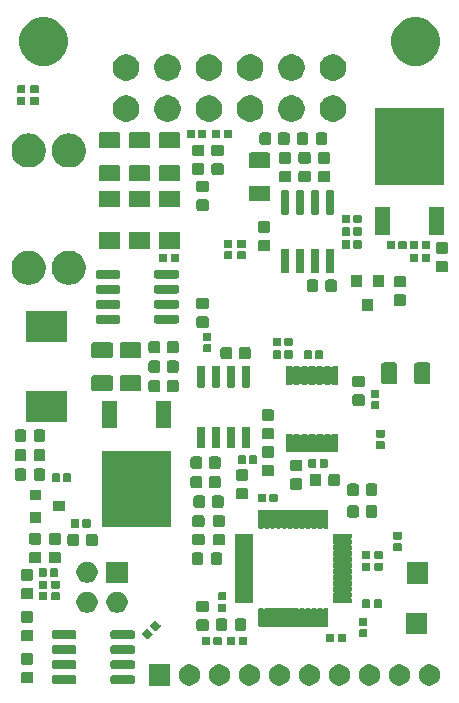
<source format=gbr>
G04 #@! TF.GenerationSoftware,KiCad,Pcbnew,(5.1.6)-1*
G04 #@! TF.CreationDate,2021-01-27T01:30:11-05:00*
G04 #@! TF.ProjectId,wideband_controller,77696465-6261-46e6-945f-636f6e74726f,rev?*
G04 #@! TF.SameCoordinates,Original*
G04 #@! TF.FileFunction,Soldermask,Top*
G04 #@! TF.FilePolarity,Negative*
%FSLAX46Y46*%
G04 Gerber Fmt 4.6, Leading zero omitted, Abs format (unit mm)*
G04 Created by KiCad (PCBNEW (5.1.6)-1) date 2021-01-27 01:30:11*
%MOMM*%
%LPD*%
G01*
G04 APERTURE LIST*
%ADD10C,0.100000*%
G04 APERTURE END LIST*
D10*
G36*
X134018629Y-110590748D02*
G01*
X134182236Y-110658516D01*
X134329479Y-110756901D01*
X134454699Y-110882121D01*
X134553084Y-111029364D01*
X134620852Y-111192971D01*
X134655400Y-111366656D01*
X134655400Y-111543744D01*
X134620852Y-111717429D01*
X134553084Y-111881036D01*
X134454699Y-112028279D01*
X134329479Y-112153499D01*
X134182236Y-112251884D01*
X134018629Y-112319652D01*
X133844944Y-112354200D01*
X133667856Y-112354200D01*
X133494171Y-112319652D01*
X133330564Y-112251884D01*
X133183321Y-112153499D01*
X133058101Y-112028279D01*
X132959716Y-111881036D01*
X132891948Y-111717429D01*
X132857400Y-111543744D01*
X132857400Y-111366656D01*
X132891948Y-111192971D01*
X132959716Y-111029364D01*
X133058101Y-110882121D01*
X133183321Y-110756901D01*
X133330564Y-110658516D01*
X133494171Y-110590748D01*
X133667856Y-110556200D01*
X133844944Y-110556200D01*
X134018629Y-110590748D01*
G37*
G36*
X144178629Y-110590748D02*
G01*
X144342236Y-110658516D01*
X144489479Y-110756901D01*
X144614699Y-110882121D01*
X144713084Y-111029364D01*
X144780852Y-111192971D01*
X144815400Y-111366656D01*
X144815400Y-111543744D01*
X144780852Y-111717429D01*
X144713084Y-111881036D01*
X144614699Y-112028279D01*
X144489479Y-112153499D01*
X144342236Y-112251884D01*
X144178629Y-112319652D01*
X144004944Y-112354200D01*
X143827856Y-112354200D01*
X143654171Y-112319652D01*
X143490564Y-112251884D01*
X143343321Y-112153499D01*
X143218101Y-112028279D01*
X143119716Y-111881036D01*
X143051948Y-111717429D01*
X143017400Y-111543744D01*
X143017400Y-111366656D01*
X143051948Y-111192971D01*
X143119716Y-111029364D01*
X143218101Y-110882121D01*
X143343321Y-110756901D01*
X143490564Y-110658516D01*
X143654171Y-110590748D01*
X143827856Y-110556200D01*
X144004944Y-110556200D01*
X144178629Y-110590748D01*
G37*
G36*
X141638629Y-110590748D02*
G01*
X141802236Y-110658516D01*
X141949479Y-110756901D01*
X142074699Y-110882121D01*
X142173084Y-111029364D01*
X142240852Y-111192971D01*
X142275400Y-111366656D01*
X142275400Y-111543744D01*
X142240852Y-111717429D01*
X142173084Y-111881036D01*
X142074699Y-112028279D01*
X141949479Y-112153499D01*
X141802236Y-112251884D01*
X141638629Y-112319652D01*
X141464944Y-112354200D01*
X141287856Y-112354200D01*
X141114171Y-112319652D01*
X140950564Y-112251884D01*
X140803321Y-112153499D01*
X140678101Y-112028279D01*
X140579716Y-111881036D01*
X140511948Y-111717429D01*
X140477400Y-111543744D01*
X140477400Y-111366656D01*
X140511948Y-111192971D01*
X140579716Y-111029364D01*
X140678101Y-110882121D01*
X140803321Y-110756901D01*
X140950564Y-110658516D01*
X141114171Y-110590748D01*
X141287856Y-110556200D01*
X141464944Y-110556200D01*
X141638629Y-110590748D01*
G37*
G36*
X139098629Y-110590748D02*
G01*
X139262236Y-110658516D01*
X139409479Y-110756901D01*
X139534699Y-110882121D01*
X139633084Y-111029364D01*
X139700852Y-111192971D01*
X139735400Y-111366656D01*
X139735400Y-111543744D01*
X139700852Y-111717429D01*
X139633084Y-111881036D01*
X139534699Y-112028279D01*
X139409479Y-112153499D01*
X139262236Y-112251884D01*
X139098629Y-112319652D01*
X138924944Y-112354200D01*
X138747856Y-112354200D01*
X138574171Y-112319652D01*
X138410564Y-112251884D01*
X138263321Y-112153499D01*
X138138101Y-112028279D01*
X138039716Y-111881036D01*
X137971948Y-111717429D01*
X137937400Y-111543744D01*
X137937400Y-111366656D01*
X137971948Y-111192971D01*
X138039716Y-111029364D01*
X138138101Y-110882121D01*
X138263321Y-110756901D01*
X138410564Y-110658516D01*
X138574171Y-110590748D01*
X138747856Y-110556200D01*
X138924944Y-110556200D01*
X139098629Y-110590748D01*
G37*
G36*
X136558629Y-110590748D02*
G01*
X136722236Y-110658516D01*
X136869479Y-110756901D01*
X136994699Y-110882121D01*
X137093084Y-111029364D01*
X137160852Y-111192971D01*
X137195400Y-111366656D01*
X137195400Y-111543744D01*
X137160852Y-111717429D01*
X137093084Y-111881036D01*
X136994699Y-112028279D01*
X136869479Y-112153499D01*
X136722236Y-112251884D01*
X136558629Y-112319652D01*
X136384944Y-112354200D01*
X136207856Y-112354200D01*
X136034171Y-112319652D01*
X135870564Y-112251884D01*
X135723321Y-112153499D01*
X135598101Y-112028279D01*
X135499716Y-111881036D01*
X135431948Y-111717429D01*
X135397400Y-111543744D01*
X135397400Y-111366656D01*
X135431948Y-111192971D01*
X135499716Y-111029364D01*
X135598101Y-110882121D01*
X135723321Y-110756901D01*
X135870564Y-110658516D01*
X136034171Y-110590748D01*
X136207856Y-110556200D01*
X136384944Y-110556200D01*
X136558629Y-110590748D01*
G37*
G36*
X121955400Y-112354200D02*
G01*
X120157400Y-112354200D01*
X120157400Y-110556200D01*
X121955400Y-110556200D01*
X121955400Y-112354200D01*
G37*
G36*
X126398629Y-110590748D02*
G01*
X126562236Y-110658516D01*
X126709479Y-110756901D01*
X126834699Y-110882121D01*
X126933084Y-111029364D01*
X127000852Y-111192971D01*
X127035400Y-111366656D01*
X127035400Y-111543744D01*
X127000852Y-111717429D01*
X126933084Y-111881036D01*
X126834699Y-112028279D01*
X126709479Y-112153499D01*
X126562236Y-112251884D01*
X126398629Y-112319652D01*
X126224944Y-112354200D01*
X126047856Y-112354200D01*
X125874171Y-112319652D01*
X125710564Y-112251884D01*
X125563321Y-112153499D01*
X125438101Y-112028279D01*
X125339716Y-111881036D01*
X125271948Y-111717429D01*
X125237400Y-111543744D01*
X125237400Y-111366656D01*
X125271948Y-111192971D01*
X125339716Y-111029364D01*
X125438101Y-110882121D01*
X125563321Y-110756901D01*
X125710564Y-110658516D01*
X125874171Y-110590748D01*
X126047856Y-110556200D01*
X126224944Y-110556200D01*
X126398629Y-110590748D01*
G37*
G36*
X123858629Y-110590748D02*
G01*
X124022236Y-110658516D01*
X124169479Y-110756901D01*
X124294699Y-110882121D01*
X124393084Y-111029364D01*
X124460852Y-111192971D01*
X124495400Y-111366656D01*
X124495400Y-111543744D01*
X124460852Y-111717429D01*
X124393084Y-111881036D01*
X124294699Y-112028279D01*
X124169479Y-112153499D01*
X124022236Y-112251884D01*
X123858629Y-112319652D01*
X123684944Y-112354200D01*
X123507856Y-112354200D01*
X123334171Y-112319652D01*
X123170564Y-112251884D01*
X123023321Y-112153499D01*
X122898101Y-112028279D01*
X122799716Y-111881036D01*
X122731948Y-111717429D01*
X122697400Y-111543744D01*
X122697400Y-111366656D01*
X122731948Y-111192971D01*
X122799716Y-111029364D01*
X122898101Y-110882121D01*
X123023321Y-110756901D01*
X123170564Y-110658516D01*
X123334171Y-110590748D01*
X123507856Y-110556200D01*
X123684944Y-110556200D01*
X123858629Y-110590748D01*
G37*
G36*
X131478629Y-110590748D02*
G01*
X131642236Y-110658516D01*
X131789479Y-110756901D01*
X131914699Y-110882121D01*
X132013084Y-111029364D01*
X132080852Y-111192971D01*
X132115400Y-111366656D01*
X132115400Y-111543744D01*
X132080852Y-111717429D01*
X132013084Y-111881036D01*
X131914699Y-112028279D01*
X131789479Y-112153499D01*
X131642236Y-112251884D01*
X131478629Y-112319652D01*
X131304944Y-112354200D01*
X131127856Y-112354200D01*
X130954171Y-112319652D01*
X130790564Y-112251884D01*
X130643321Y-112153499D01*
X130518101Y-112028279D01*
X130419716Y-111881036D01*
X130351948Y-111717429D01*
X130317400Y-111543744D01*
X130317400Y-111366656D01*
X130351948Y-111192971D01*
X130419716Y-111029364D01*
X130518101Y-110882121D01*
X130643321Y-110756901D01*
X130790564Y-110658516D01*
X130954171Y-110590748D01*
X131127856Y-110556200D01*
X131304944Y-110556200D01*
X131478629Y-110590748D01*
G37*
G36*
X128938629Y-110590748D02*
G01*
X129102236Y-110658516D01*
X129249479Y-110756901D01*
X129374699Y-110882121D01*
X129473084Y-111029364D01*
X129540852Y-111192971D01*
X129575400Y-111366656D01*
X129575400Y-111543744D01*
X129540852Y-111717429D01*
X129473084Y-111881036D01*
X129374699Y-112028279D01*
X129249479Y-112153499D01*
X129102236Y-112251884D01*
X128938629Y-112319652D01*
X128764944Y-112354200D01*
X128587856Y-112354200D01*
X128414171Y-112319652D01*
X128250564Y-112251884D01*
X128103321Y-112153499D01*
X127978101Y-112028279D01*
X127879716Y-111881036D01*
X127811948Y-111717429D01*
X127777400Y-111543744D01*
X127777400Y-111366656D01*
X127811948Y-111192971D01*
X127879716Y-111029364D01*
X127978101Y-110882121D01*
X128103321Y-110756901D01*
X128250564Y-110658516D01*
X128414171Y-110590748D01*
X128587856Y-110556200D01*
X128764944Y-110556200D01*
X128938629Y-110590748D01*
G37*
G36*
X113917093Y-111490066D02*
G01*
X113940360Y-111497124D01*
X113961798Y-111508583D01*
X113980593Y-111524007D01*
X113996017Y-111542802D01*
X114007476Y-111564240D01*
X114014534Y-111587507D01*
X114017400Y-111616608D01*
X114017400Y-112055792D01*
X114014534Y-112084893D01*
X114007476Y-112108160D01*
X113996017Y-112129598D01*
X113980593Y-112148393D01*
X113961798Y-112163817D01*
X113940360Y-112175276D01*
X113917093Y-112182334D01*
X113887992Y-112185200D01*
X112098808Y-112185200D01*
X112069707Y-112182334D01*
X112046440Y-112175276D01*
X112025002Y-112163817D01*
X112006207Y-112148393D01*
X111990783Y-112129598D01*
X111979324Y-112108160D01*
X111972266Y-112084893D01*
X111969400Y-112055792D01*
X111969400Y-111616608D01*
X111972266Y-111587507D01*
X111979324Y-111564240D01*
X111990783Y-111542802D01*
X112006207Y-111524007D01*
X112025002Y-111508583D01*
X112046440Y-111497124D01*
X112069707Y-111490066D01*
X112098808Y-111487200D01*
X113887992Y-111487200D01*
X113917093Y-111490066D01*
G37*
G36*
X118867093Y-111490066D02*
G01*
X118890360Y-111497124D01*
X118911798Y-111508583D01*
X118930593Y-111524007D01*
X118946017Y-111542802D01*
X118957476Y-111564240D01*
X118964534Y-111587507D01*
X118967400Y-111616608D01*
X118967400Y-112055792D01*
X118964534Y-112084893D01*
X118957476Y-112108160D01*
X118946017Y-112129598D01*
X118930593Y-112148393D01*
X118911798Y-112163817D01*
X118890360Y-112175276D01*
X118867093Y-112182334D01*
X118837992Y-112185200D01*
X117048808Y-112185200D01*
X117019707Y-112182334D01*
X116996440Y-112175276D01*
X116975002Y-112163817D01*
X116956207Y-112148393D01*
X116940783Y-112129598D01*
X116929324Y-112108160D01*
X116922266Y-112084893D01*
X116919400Y-112055792D01*
X116919400Y-111616608D01*
X116922266Y-111587507D01*
X116929324Y-111564240D01*
X116940783Y-111542802D01*
X116956207Y-111524007D01*
X116975002Y-111508583D01*
X116996440Y-111497124D01*
X117019707Y-111490066D01*
X117048808Y-111487200D01*
X118837992Y-111487200D01*
X118867093Y-111490066D01*
G37*
G36*
X110223357Y-111176188D02*
G01*
X110259516Y-111187156D01*
X110292845Y-111204971D01*
X110322056Y-111228944D01*
X110346029Y-111258155D01*
X110363844Y-111291484D01*
X110374812Y-111327643D01*
X110379000Y-111370158D01*
X110379000Y-111946842D01*
X110374812Y-111989357D01*
X110363844Y-112025516D01*
X110346029Y-112058845D01*
X110322056Y-112088056D01*
X110292845Y-112112029D01*
X110259516Y-112129844D01*
X110223357Y-112140812D01*
X110180842Y-112145000D01*
X109529158Y-112145000D01*
X109486643Y-112140812D01*
X109450484Y-112129844D01*
X109417155Y-112112029D01*
X109387944Y-112088056D01*
X109363971Y-112058845D01*
X109346156Y-112025516D01*
X109335188Y-111989357D01*
X109331000Y-111946842D01*
X109331000Y-111370158D01*
X109335188Y-111327643D01*
X109346156Y-111291484D01*
X109363971Y-111258155D01*
X109387944Y-111228944D01*
X109417155Y-111204971D01*
X109450484Y-111187156D01*
X109486643Y-111176188D01*
X109529158Y-111172000D01*
X110180842Y-111172000D01*
X110223357Y-111176188D01*
G37*
G36*
X118867093Y-110220066D02*
G01*
X118890360Y-110227124D01*
X118911798Y-110238583D01*
X118930593Y-110254007D01*
X118946017Y-110272802D01*
X118957476Y-110294240D01*
X118964534Y-110317507D01*
X118967400Y-110346608D01*
X118967400Y-110785792D01*
X118964534Y-110814893D01*
X118957476Y-110838160D01*
X118946017Y-110859598D01*
X118930593Y-110878393D01*
X118911798Y-110893817D01*
X118890360Y-110905276D01*
X118867093Y-110912334D01*
X118837992Y-110915200D01*
X117048808Y-110915200D01*
X117019707Y-110912334D01*
X116996440Y-110905276D01*
X116975002Y-110893817D01*
X116956207Y-110878393D01*
X116940783Y-110859598D01*
X116929324Y-110838160D01*
X116922266Y-110814893D01*
X116919400Y-110785792D01*
X116919400Y-110346608D01*
X116922266Y-110317507D01*
X116929324Y-110294240D01*
X116940783Y-110272802D01*
X116956207Y-110254007D01*
X116975002Y-110238583D01*
X116996440Y-110227124D01*
X117019707Y-110220066D01*
X117048808Y-110217200D01*
X118837992Y-110217200D01*
X118867093Y-110220066D01*
G37*
G36*
X113917093Y-110220066D02*
G01*
X113940360Y-110227124D01*
X113961798Y-110238583D01*
X113980593Y-110254007D01*
X113996017Y-110272802D01*
X114007476Y-110294240D01*
X114014534Y-110317507D01*
X114017400Y-110346608D01*
X114017400Y-110785792D01*
X114014534Y-110814893D01*
X114007476Y-110838160D01*
X113996017Y-110859598D01*
X113980593Y-110878393D01*
X113961798Y-110893817D01*
X113940360Y-110905276D01*
X113917093Y-110912334D01*
X113887992Y-110915200D01*
X112098808Y-110915200D01*
X112069707Y-110912334D01*
X112046440Y-110905276D01*
X112025002Y-110893817D01*
X112006207Y-110878393D01*
X111990783Y-110859598D01*
X111979324Y-110838160D01*
X111972266Y-110814893D01*
X111969400Y-110785792D01*
X111969400Y-110346608D01*
X111972266Y-110317507D01*
X111979324Y-110294240D01*
X111990783Y-110272802D01*
X112006207Y-110254007D01*
X112025002Y-110238583D01*
X112046440Y-110227124D01*
X112069707Y-110220066D01*
X112098808Y-110217200D01*
X113887992Y-110217200D01*
X113917093Y-110220066D01*
G37*
G36*
X110223357Y-109601188D02*
G01*
X110259516Y-109612156D01*
X110292845Y-109629971D01*
X110322056Y-109653944D01*
X110346029Y-109683155D01*
X110363844Y-109716484D01*
X110374812Y-109752643D01*
X110379000Y-109795158D01*
X110379000Y-110371842D01*
X110374812Y-110414357D01*
X110363844Y-110450516D01*
X110346029Y-110483845D01*
X110322056Y-110513056D01*
X110292845Y-110537029D01*
X110259516Y-110554844D01*
X110223357Y-110565812D01*
X110180842Y-110570000D01*
X109529158Y-110570000D01*
X109486643Y-110565812D01*
X109450484Y-110554844D01*
X109417155Y-110537029D01*
X109387944Y-110513056D01*
X109363971Y-110483845D01*
X109346156Y-110450516D01*
X109335188Y-110414357D01*
X109331000Y-110371842D01*
X109331000Y-109795158D01*
X109335188Y-109752643D01*
X109346156Y-109716484D01*
X109363971Y-109683155D01*
X109387944Y-109653944D01*
X109417155Y-109629971D01*
X109450484Y-109612156D01*
X109486643Y-109601188D01*
X109529158Y-109597000D01*
X110180842Y-109597000D01*
X110223357Y-109601188D01*
G37*
G36*
X118867093Y-108950066D02*
G01*
X118890360Y-108957124D01*
X118911798Y-108968583D01*
X118930593Y-108984007D01*
X118946017Y-109002802D01*
X118957476Y-109024240D01*
X118964534Y-109047507D01*
X118967400Y-109076608D01*
X118967400Y-109515792D01*
X118964534Y-109544893D01*
X118957476Y-109568160D01*
X118946017Y-109589598D01*
X118930593Y-109608393D01*
X118911798Y-109623817D01*
X118890360Y-109635276D01*
X118867093Y-109642334D01*
X118837992Y-109645200D01*
X117048808Y-109645200D01*
X117019707Y-109642334D01*
X116996440Y-109635276D01*
X116975002Y-109623817D01*
X116956207Y-109608393D01*
X116940783Y-109589598D01*
X116929324Y-109568160D01*
X116922266Y-109544893D01*
X116919400Y-109515792D01*
X116919400Y-109076608D01*
X116922266Y-109047507D01*
X116929324Y-109024240D01*
X116940783Y-109002802D01*
X116956207Y-108984007D01*
X116975002Y-108968583D01*
X116996440Y-108957124D01*
X117019707Y-108950066D01*
X117048808Y-108947200D01*
X118837992Y-108947200D01*
X118867093Y-108950066D01*
G37*
G36*
X113917093Y-108950066D02*
G01*
X113940360Y-108957124D01*
X113961798Y-108968583D01*
X113980593Y-108984007D01*
X113996017Y-109002802D01*
X114007476Y-109024240D01*
X114014534Y-109047507D01*
X114017400Y-109076608D01*
X114017400Y-109515792D01*
X114014534Y-109544893D01*
X114007476Y-109568160D01*
X113996017Y-109589598D01*
X113980593Y-109608393D01*
X113961798Y-109623817D01*
X113940360Y-109635276D01*
X113917093Y-109642334D01*
X113887992Y-109645200D01*
X112098808Y-109645200D01*
X112069707Y-109642334D01*
X112046440Y-109635276D01*
X112025002Y-109623817D01*
X112006207Y-109608393D01*
X111990783Y-109589598D01*
X111979324Y-109568160D01*
X111972266Y-109544893D01*
X111969400Y-109515792D01*
X111969400Y-109076608D01*
X111972266Y-109047507D01*
X111979324Y-109024240D01*
X111990783Y-109002802D01*
X112006207Y-108984007D01*
X112025002Y-108968583D01*
X112046440Y-108957124D01*
X112069707Y-108950066D01*
X112098808Y-108947200D01*
X113887992Y-108947200D01*
X113917093Y-108950066D01*
G37*
G36*
X126229705Y-108218818D02*
G01*
X126252503Y-108225734D01*
X126273509Y-108236962D01*
X126291925Y-108252075D01*
X126307038Y-108270491D01*
X126318266Y-108291497D01*
X126325182Y-108314295D01*
X126328000Y-108342909D01*
X126328000Y-108827091D01*
X126325182Y-108855705D01*
X126318266Y-108878503D01*
X126307038Y-108899509D01*
X126291925Y-108917925D01*
X126273509Y-108933038D01*
X126252503Y-108944266D01*
X126229705Y-108951182D01*
X126201091Y-108954000D01*
X125766909Y-108954000D01*
X125738295Y-108951182D01*
X125715497Y-108944266D01*
X125694491Y-108933038D01*
X125676075Y-108917925D01*
X125660962Y-108899509D01*
X125649734Y-108878503D01*
X125642818Y-108855705D01*
X125640000Y-108827091D01*
X125640000Y-108342909D01*
X125642818Y-108314295D01*
X125649734Y-108291497D01*
X125660962Y-108270491D01*
X125676075Y-108252075D01*
X125694491Y-108236962D01*
X125715497Y-108225734D01*
X125738295Y-108218818D01*
X125766909Y-108216000D01*
X126201091Y-108216000D01*
X126229705Y-108218818D01*
G37*
G36*
X125259705Y-108218818D02*
G01*
X125282503Y-108225734D01*
X125303509Y-108236962D01*
X125321925Y-108252075D01*
X125337038Y-108270491D01*
X125348266Y-108291497D01*
X125355182Y-108314295D01*
X125358000Y-108342909D01*
X125358000Y-108827091D01*
X125355182Y-108855705D01*
X125348266Y-108878503D01*
X125337038Y-108899509D01*
X125321925Y-108917925D01*
X125303509Y-108933038D01*
X125282503Y-108944266D01*
X125259705Y-108951182D01*
X125231091Y-108954000D01*
X124796909Y-108954000D01*
X124768295Y-108951182D01*
X124745497Y-108944266D01*
X124724491Y-108933038D01*
X124706075Y-108917925D01*
X124690962Y-108899509D01*
X124679734Y-108878503D01*
X124672818Y-108855705D01*
X124670000Y-108827091D01*
X124670000Y-108342909D01*
X124672818Y-108314295D01*
X124679734Y-108291497D01*
X124690962Y-108270491D01*
X124706075Y-108252075D01*
X124724491Y-108236962D01*
X124745497Y-108225734D01*
X124768295Y-108218818D01*
X124796909Y-108216000D01*
X125231091Y-108216000D01*
X125259705Y-108218818D01*
G37*
G36*
X127395705Y-108218818D02*
G01*
X127418503Y-108225734D01*
X127439509Y-108236962D01*
X127457925Y-108252075D01*
X127473038Y-108270491D01*
X127484266Y-108291497D01*
X127491182Y-108314295D01*
X127494000Y-108342909D01*
X127494000Y-108827091D01*
X127491182Y-108855705D01*
X127484266Y-108878503D01*
X127473038Y-108899509D01*
X127457925Y-108917925D01*
X127439509Y-108933038D01*
X127418503Y-108944266D01*
X127395705Y-108951182D01*
X127367091Y-108954000D01*
X126932909Y-108954000D01*
X126904295Y-108951182D01*
X126881497Y-108944266D01*
X126860491Y-108933038D01*
X126842075Y-108917925D01*
X126826962Y-108899509D01*
X126815734Y-108878503D01*
X126808818Y-108855705D01*
X126806000Y-108827091D01*
X126806000Y-108342909D01*
X126808818Y-108314295D01*
X126815734Y-108291497D01*
X126826962Y-108270491D01*
X126842075Y-108252075D01*
X126860491Y-108236962D01*
X126881497Y-108225734D01*
X126904295Y-108218818D01*
X126932909Y-108216000D01*
X127367091Y-108216000D01*
X127395705Y-108218818D01*
G37*
G36*
X128365705Y-108218818D02*
G01*
X128388503Y-108225734D01*
X128409509Y-108236962D01*
X128427925Y-108252075D01*
X128443038Y-108270491D01*
X128454266Y-108291497D01*
X128461182Y-108314295D01*
X128464000Y-108342909D01*
X128464000Y-108827091D01*
X128461182Y-108855705D01*
X128454266Y-108878503D01*
X128443038Y-108899509D01*
X128427925Y-108917925D01*
X128409509Y-108933038D01*
X128388503Y-108944266D01*
X128365705Y-108951182D01*
X128337091Y-108954000D01*
X127902909Y-108954000D01*
X127874295Y-108951182D01*
X127851497Y-108944266D01*
X127830491Y-108933038D01*
X127812075Y-108917925D01*
X127796962Y-108899509D01*
X127785734Y-108878503D01*
X127778818Y-108855705D01*
X127776000Y-108827091D01*
X127776000Y-108342909D01*
X127778818Y-108314295D01*
X127785734Y-108291497D01*
X127796962Y-108270491D01*
X127812075Y-108252075D01*
X127830491Y-108236962D01*
X127851497Y-108225734D01*
X127874295Y-108218818D01*
X127902909Y-108216000D01*
X128337091Y-108216000D01*
X128365705Y-108218818D01*
G37*
G36*
X136747705Y-107964818D02*
G01*
X136770503Y-107971734D01*
X136791509Y-107982962D01*
X136809925Y-107998075D01*
X136825038Y-108016491D01*
X136836266Y-108037497D01*
X136843182Y-108060295D01*
X136846000Y-108088909D01*
X136846000Y-108573091D01*
X136843182Y-108601705D01*
X136836266Y-108624503D01*
X136825038Y-108645509D01*
X136809925Y-108663925D01*
X136791509Y-108679038D01*
X136770503Y-108690266D01*
X136747705Y-108697182D01*
X136719091Y-108700000D01*
X136284909Y-108700000D01*
X136256295Y-108697182D01*
X136233497Y-108690266D01*
X136212491Y-108679038D01*
X136194075Y-108663925D01*
X136178962Y-108645509D01*
X136167734Y-108624503D01*
X136160818Y-108601705D01*
X136158000Y-108573091D01*
X136158000Y-108088909D01*
X136160818Y-108060295D01*
X136167734Y-108037497D01*
X136178962Y-108016491D01*
X136194075Y-107998075D01*
X136212491Y-107982962D01*
X136233497Y-107971734D01*
X136256295Y-107964818D01*
X136284909Y-107962000D01*
X136719091Y-107962000D01*
X136747705Y-107964818D01*
G37*
G36*
X135777705Y-107964818D02*
G01*
X135800503Y-107971734D01*
X135821509Y-107982962D01*
X135839925Y-107998075D01*
X135855038Y-108016491D01*
X135866266Y-108037497D01*
X135873182Y-108060295D01*
X135876000Y-108088909D01*
X135876000Y-108573091D01*
X135873182Y-108601705D01*
X135866266Y-108624503D01*
X135855038Y-108645509D01*
X135839925Y-108663925D01*
X135821509Y-108679038D01*
X135800503Y-108690266D01*
X135777705Y-108697182D01*
X135749091Y-108700000D01*
X135314909Y-108700000D01*
X135286295Y-108697182D01*
X135263497Y-108690266D01*
X135242491Y-108679038D01*
X135224075Y-108663925D01*
X135208962Y-108645509D01*
X135197734Y-108624503D01*
X135190818Y-108601705D01*
X135188000Y-108573091D01*
X135188000Y-108088909D01*
X135190818Y-108060295D01*
X135197734Y-108037497D01*
X135208962Y-108016491D01*
X135224075Y-107998075D01*
X135242491Y-107982962D01*
X135263497Y-107971734D01*
X135286295Y-107964818D01*
X135314909Y-107962000D01*
X135749091Y-107962000D01*
X135777705Y-107964818D01*
G37*
G36*
X110223357Y-107620188D02*
G01*
X110259516Y-107631156D01*
X110292845Y-107648971D01*
X110322056Y-107672944D01*
X110346029Y-107702155D01*
X110363844Y-107735484D01*
X110374812Y-107771643D01*
X110379000Y-107814158D01*
X110379000Y-108390842D01*
X110374812Y-108433357D01*
X110363844Y-108469516D01*
X110346029Y-108502845D01*
X110322056Y-108532056D01*
X110292845Y-108556029D01*
X110259516Y-108573844D01*
X110223357Y-108584812D01*
X110180842Y-108589000D01*
X109529158Y-108589000D01*
X109486643Y-108584812D01*
X109450484Y-108573844D01*
X109417155Y-108556029D01*
X109387944Y-108532056D01*
X109363971Y-108502845D01*
X109346156Y-108469516D01*
X109335188Y-108433357D01*
X109331000Y-108390842D01*
X109331000Y-107814158D01*
X109335188Y-107771643D01*
X109346156Y-107735484D01*
X109363971Y-107702155D01*
X109387944Y-107672944D01*
X109417155Y-107648971D01*
X109450484Y-107631156D01*
X109486643Y-107620188D01*
X109529158Y-107616000D01*
X110180842Y-107616000D01*
X110223357Y-107620188D01*
G37*
G36*
X120059080Y-107537332D02*
G01*
X120081878Y-107544248D01*
X120102884Y-107555476D01*
X120125117Y-107573722D01*
X120467478Y-107916083D01*
X120485724Y-107938316D01*
X120496952Y-107959322D01*
X120503868Y-107982120D01*
X120506203Y-108005825D01*
X120503868Y-108029530D01*
X120496952Y-108052328D01*
X120485724Y-108073334D01*
X120467478Y-108095567D01*
X120160473Y-108402572D01*
X120138240Y-108420818D01*
X120117234Y-108432046D01*
X120094436Y-108438962D01*
X120070731Y-108441297D01*
X120047026Y-108438962D01*
X120024228Y-108432046D01*
X120003222Y-108420818D01*
X119980989Y-108402572D01*
X119638628Y-108060211D01*
X119620382Y-108037978D01*
X119609154Y-108016972D01*
X119602238Y-107994174D01*
X119599903Y-107970469D01*
X119602238Y-107946764D01*
X119609154Y-107923966D01*
X119620382Y-107902960D01*
X119638628Y-107880727D01*
X119945633Y-107573722D01*
X119967866Y-107555476D01*
X119988872Y-107544248D01*
X120011670Y-107537332D01*
X120035375Y-107534997D01*
X120059080Y-107537332D01*
G37*
G36*
X113917093Y-107680066D02*
G01*
X113940360Y-107687124D01*
X113961798Y-107698583D01*
X113980593Y-107714007D01*
X113996017Y-107732802D01*
X114007476Y-107754240D01*
X114014534Y-107777507D01*
X114017400Y-107806608D01*
X114017400Y-108245792D01*
X114014534Y-108274893D01*
X114007476Y-108298160D01*
X113996017Y-108319598D01*
X113980593Y-108338393D01*
X113961798Y-108353817D01*
X113940360Y-108365276D01*
X113917093Y-108372334D01*
X113887992Y-108375200D01*
X112098808Y-108375200D01*
X112069707Y-108372334D01*
X112046440Y-108365276D01*
X112025002Y-108353817D01*
X112006207Y-108338393D01*
X111990783Y-108319598D01*
X111979324Y-108298160D01*
X111972266Y-108274893D01*
X111969400Y-108245792D01*
X111969400Y-107806608D01*
X111972266Y-107777507D01*
X111979324Y-107754240D01*
X111990783Y-107732802D01*
X112006207Y-107714007D01*
X112025002Y-107698583D01*
X112046440Y-107687124D01*
X112069707Y-107680066D01*
X112098808Y-107677200D01*
X113887992Y-107677200D01*
X113917093Y-107680066D01*
G37*
G36*
X118867093Y-107680066D02*
G01*
X118890360Y-107687124D01*
X118911798Y-107698583D01*
X118930593Y-107714007D01*
X118946017Y-107732802D01*
X118957476Y-107754240D01*
X118964534Y-107777507D01*
X118967400Y-107806608D01*
X118967400Y-108245792D01*
X118964534Y-108274893D01*
X118957476Y-108298160D01*
X118946017Y-108319598D01*
X118930593Y-108338393D01*
X118911798Y-108353817D01*
X118890360Y-108365276D01*
X118867093Y-108372334D01*
X118837992Y-108375200D01*
X117048808Y-108375200D01*
X117019707Y-108372334D01*
X116996440Y-108365276D01*
X116975002Y-108353817D01*
X116956207Y-108338393D01*
X116940783Y-108319598D01*
X116929324Y-108298160D01*
X116922266Y-108274893D01*
X116919400Y-108245792D01*
X116919400Y-107806608D01*
X116922266Y-107777507D01*
X116929324Y-107754240D01*
X116940783Y-107732802D01*
X116956207Y-107714007D01*
X116975002Y-107698583D01*
X116996440Y-107687124D01*
X117019707Y-107680066D01*
X117048808Y-107677200D01*
X118837992Y-107677200D01*
X118867093Y-107680066D01*
G37*
G36*
X138573705Y-107585818D02*
G01*
X138596503Y-107592734D01*
X138617509Y-107603962D01*
X138635925Y-107619075D01*
X138651038Y-107637491D01*
X138662266Y-107658497D01*
X138669182Y-107681295D01*
X138672000Y-107709909D01*
X138672000Y-108144091D01*
X138669182Y-108172705D01*
X138662266Y-108195503D01*
X138651038Y-108216509D01*
X138635925Y-108234925D01*
X138617509Y-108250038D01*
X138596503Y-108261266D01*
X138573705Y-108268182D01*
X138545091Y-108271000D01*
X138060909Y-108271000D01*
X138032295Y-108268182D01*
X138009497Y-108261266D01*
X137988491Y-108250038D01*
X137970075Y-108234925D01*
X137954962Y-108216509D01*
X137943734Y-108195503D01*
X137936818Y-108172705D01*
X137934000Y-108144091D01*
X137934000Y-107709909D01*
X137936818Y-107681295D01*
X137943734Y-107658497D01*
X137954962Y-107637491D01*
X137970075Y-107619075D01*
X137988491Y-107603962D01*
X138009497Y-107592734D01*
X138032295Y-107585818D01*
X138060909Y-107583000D01*
X138545091Y-107583000D01*
X138573705Y-107585818D01*
G37*
G36*
X143748600Y-107985400D02*
G01*
X141950600Y-107985400D01*
X141950600Y-106187400D01*
X143748600Y-106187400D01*
X143748600Y-107985400D01*
G37*
G36*
X120744974Y-106851438D02*
G01*
X120767772Y-106858354D01*
X120788778Y-106869582D01*
X120811011Y-106887828D01*
X121153372Y-107230189D01*
X121171618Y-107252422D01*
X121182846Y-107273428D01*
X121189762Y-107296226D01*
X121192097Y-107319931D01*
X121189762Y-107343636D01*
X121182846Y-107366434D01*
X121171618Y-107387440D01*
X121153372Y-107409673D01*
X120846367Y-107716678D01*
X120824134Y-107734924D01*
X120803128Y-107746152D01*
X120780330Y-107753068D01*
X120756625Y-107755403D01*
X120732920Y-107753068D01*
X120710122Y-107746152D01*
X120689116Y-107734924D01*
X120666883Y-107716678D01*
X120324522Y-107374317D01*
X120306276Y-107352084D01*
X120295048Y-107331078D01*
X120288132Y-107308280D01*
X120285797Y-107284575D01*
X120288132Y-107260870D01*
X120295048Y-107238072D01*
X120306276Y-107217066D01*
X120324522Y-107194833D01*
X120631527Y-106887828D01*
X120653760Y-106869582D01*
X120674766Y-106858354D01*
X120697564Y-106851438D01*
X120721269Y-106849103D01*
X120744974Y-106851438D01*
G37*
G36*
X126670357Y-106668188D02*
G01*
X126706516Y-106679156D01*
X126739845Y-106696971D01*
X126769056Y-106720944D01*
X126793029Y-106750155D01*
X126810844Y-106783484D01*
X126821812Y-106819643D01*
X126826000Y-106862158D01*
X126826000Y-107513842D01*
X126821812Y-107556357D01*
X126810844Y-107592516D01*
X126793029Y-107625845D01*
X126769056Y-107655056D01*
X126739845Y-107679029D01*
X126706516Y-107696844D01*
X126670357Y-107707812D01*
X126627842Y-107712000D01*
X126051158Y-107712000D01*
X126008643Y-107707812D01*
X125972484Y-107696844D01*
X125939155Y-107679029D01*
X125909944Y-107655056D01*
X125885971Y-107625845D01*
X125868156Y-107592516D01*
X125857188Y-107556357D01*
X125853000Y-107513842D01*
X125853000Y-106862158D01*
X125857188Y-106819643D01*
X125868156Y-106783484D01*
X125885971Y-106750155D01*
X125909944Y-106720944D01*
X125939155Y-106696971D01*
X125972484Y-106679156D01*
X126008643Y-106668188D01*
X126051158Y-106664000D01*
X126627842Y-106664000D01*
X126670357Y-106668188D01*
G37*
G36*
X128245357Y-106668188D02*
G01*
X128281516Y-106679156D01*
X128314845Y-106696971D01*
X128344056Y-106720944D01*
X128368029Y-106750155D01*
X128385844Y-106783484D01*
X128396812Y-106819643D01*
X128401000Y-106862158D01*
X128401000Y-107513842D01*
X128396812Y-107556357D01*
X128385844Y-107592516D01*
X128368029Y-107625845D01*
X128344056Y-107655056D01*
X128314845Y-107679029D01*
X128281516Y-107696844D01*
X128245357Y-107707812D01*
X128202842Y-107712000D01*
X127626158Y-107712000D01*
X127583643Y-107707812D01*
X127547484Y-107696844D01*
X127514155Y-107679029D01*
X127484944Y-107655056D01*
X127460971Y-107625845D01*
X127443156Y-107592516D01*
X127432188Y-107556357D01*
X127428000Y-107513842D01*
X127428000Y-106862158D01*
X127432188Y-106819643D01*
X127443156Y-106783484D01*
X127460971Y-106750155D01*
X127484944Y-106720944D01*
X127514155Y-106696971D01*
X127547484Y-106679156D01*
X127583643Y-106668188D01*
X127626158Y-106664000D01*
X128202842Y-106664000D01*
X128245357Y-106668188D01*
G37*
G36*
X125082357Y-106731188D02*
G01*
X125118516Y-106742156D01*
X125151845Y-106759971D01*
X125181056Y-106783944D01*
X125205029Y-106813155D01*
X125222844Y-106846484D01*
X125233812Y-106882643D01*
X125238000Y-106925158D01*
X125238000Y-107501842D01*
X125233812Y-107544357D01*
X125222844Y-107580516D01*
X125205029Y-107613845D01*
X125181056Y-107643056D01*
X125151845Y-107667029D01*
X125118516Y-107684844D01*
X125082357Y-107695812D01*
X125039842Y-107700000D01*
X124388158Y-107700000D01*
X124345643Y-107695812D01*
X124309484Y-107684844D01*
X124276155Y-107667029D01*
X124246944Y-107643056D01*
X124222971Y-107613845D01*
X124205156Y-107580516D01*
X124194188Y-107544357D01*
X124190000Y-107501842D01*
X124190000Y-106925158D01*
X124194188Y-106882643D01*
X124205156Y-106846484D01*
X124222971Y-106813155D01*
X124246944Y-106783944D01*
X124276155Y-106759971D01*
X124309484Y-106742156D01*
X124345643Y-106731188D01*
X124388158Y-106727000D01*
X125039842Y-106727000D01*
X125082357Y-106731188D01*
G37*
G36*
X129806563Y-105802926D02*
G01*
X129815758Y-105805715D01*
X129824234Y-105810245D01*
X129834062Y-105818311D01*
X129850361Y-105829202D01*
X129868472Y-105836704D01*
X129887699Y-105840529D01*
X129907302Y-105840528D01*
X129926529Y-105836704D01*
X129944640Y-105829202D01*
X129960938Y-105818311D01*
X129970766Y-105810245D01*
X129979242Y-105805715D01*
X129988437Y-105802926D01*
X130002910Y-105801500D01*
X130292090Y-105801500D01*
X130306563Y-105802926D01*
X130315758Y-105805715D01*
X130324234Y-105810245D01*
X130334062Y-105818311D01*
X130350361Y-105829202D01*
X130368472Y-105836704D01*
X130387699Y-105840529D01*
X130407302Y-105840528D01*
X130426529Y-105836704D01*
X130444640Y-105829202D01*
X130460938Y-105818311D01*
X130470766Y-105810245D01*
X130479242Y-105805715D01*
X130488437Y-105802926D01*
X130502910Y-105801500D01*
X130792090Y-105801500D01*
X130806563Y-105802926D01*
X130815758Y-105805715D01*
X130824234Y-105810245D01*
X130834062Y-105818311D01*
X130850361Y-105829202D01*
X130868472Y-105836704D01*
X130887699Y-105840529D01*
X130907302Y-105840528D01*
X130926529Y-105836704D01*
X130944640Y-105829202D01*
X130960938Y-105818311D01*
X130970766Y-105810245D01*
X130979242Y-105805715D01*
X130988437Y-105802926D01*
X131002910Y-105801500D01*
X131292090Y-105801500D01*
X131306563Y-105802926D01*
X131315758Y-105805715D01*
X131324234Y-105810245D01*
X131334062Y-105818311D01*
X131350361Y-105829202D01*
X131368472Y-105836704D01*
X131387699Y-105840529D01*
X131407302Y-105840528D01*
X131426529Y-105836704D01*
X131444640Y-105829202D01*
X131460938Y-105818311D01*
X131470766Y-105810245D01*
X131479242Y-105805715D01*
X131488437Y-105802926D01*
X131502910Y-105801500D01*
X131792090Y-105801500D01*
X131806563Y-105802926D01*
X131815758Y-105805715D01*
X131824234Y-105810245D01*
X131834062Y-105818311D01*
X131850361Y-105829202D01*
X131868472Y-105836704D01*
X131887699Y-105840529D01*
X131907302Y-105840528D01*
X131926529Y-105836704D01*
X131944640Y-105829202D01*
X131960938Y-105818311D01*
X131970766Y-105810245D01*
X131979242Y-105805715D01*
X131988437Y-105802926D01*
X132002910Y-105801500D01*
X132292090Y-105801500D01*
X132306563Y-105802926D01*
X132315758Y-105805715D01*
X132324234Y-105810245D01*
X132334062Y-105818311D01*
X132350361Y-105829202D01*
X132368472Y-105836704D01*
X132387699Y-105840529D01*
X132407302Y-105840528D01*
X132426529Y-105836704D01*
X132444640Y-105829202D01*
X132460938Y-105818311D01*
X132470766Y-105810245D01*
X132479242Y-105805715D01*
X132488437Y-105802926D01*
X132502910Y-105801500D01*
X132792090Y-105801500D01*
X132806563Y-105802926D01*
X132815758Y-105805715D01*
X132824234Y-105810245D01*
X132834062Y-105818311D01*
X132850361Y-105829202D01*
X132868472Y-105836704D01*
X132887699Y-105840529D01*
X132907302Y-105840528D01*
X132926529Y-105836704D01*
X132944640Y-105829202D01*
X132960938Y-105818311D01*
X132970766Y-105810245D01*
X132979242Y-105805715D01*
X132988437Y-105802926D01*
X133002910Y-105801500D01*
X133292090Y-105801500D01*
X133306563Y-105802926D01*
X133315758Y-105805715D01*
X133324234Y-105810245D01*
X133334062Y-105818311D01*
X133350361Y-105829202D01*
X133368472Y-105836704D01*
X133387699Y-105840529D01*
X133407302Y-105840528D01*
X133426529Y-105836704D01*
X133444640Y-105829202D01*
X133460938Y-105818311D01*
X133470766Y-105810245D01*
X133479242Y-105805715D01*
X133488437Y-105802926D01*
X133502910Y-105801500D01*
X133792090Y-105801500D01*
X133806563Y-105802926D01*
X133815758Y-105805715D01*
X133824234Y-105810245D01*
X133834062Y-105818311D01*
X133850361Y-105829202D01*
X133868472Y-105836704D01*
X133887699Y-105840529D01*
X133907302Y-105840528D01*
X133926529Y-105836704D01*
X133944640Y-105829202D01*
X133960938Y-105818311D01*
X133970766Y-105810245D01*
X133979242Y-105805715D01*
X133988437Y-105802926D01*
X134002910Y-105801500D01*
X134292090Y-105801500D01*
X134306563Y-105802926D01*
X134315758Y-105805715D01*
X134324234Y-105810245D01*
X134334062Y-105818311D01*
X134350361Y-105829202D01*
X134368472Y-105836704D01*
X134387699Y-105840529D01*
X134407302Y-105840528D01*
X134426529Y-105836704D01*
X134444640Y-105829202D01*
X134460938Y-105818311D01*
X134470766Y-105810245D01*
X134479242Y-105805715D01*
X134488437Y-105802926D01*
X134502910Y-105801500D01*
X134792090Y-105801500D01*
X134806563Y-105802926D01*
X134815758Y-105805715D01*
X134824234Y-105810245D01*
X134834062Y-105818311D01*
X134850361Y-105829202D01*
X134868472Y-105836704D01*
X134887699Y-105840529D01*
X134907302Y-105840528D01*
X134926529Y-105836704D01*
X134944640Y-105829202D01*
X134960938Y-105818311D01*
X134970766Y-105810245D01*
X134979242Y-105805715D01*
X134988437Y-105802926D01*
X135002910Y-105801500D01*
X135292090Y-105801500D01*
X135306563Y-105802926D01*
X135315758Y-105805715D01*
X135324230Y-105810243D01*
X135331660Y-105816340D01*
X135337757Y-105823770D01*
X135342285Y-105832242D01*
X135345074Y-105841437D01*
X135346500Y-105855910D01*
X135346500Y-107320090D01*
X135345074Y-107334563D01*
X135342285Y-107343758D01*
X135337757Y-107352230D01*
X135331660Y-107359660D01*
X135324230Y-107365757D01*
X135315758Y-107370285D01*
X135306563Y-107373074D01*
X135292090Y-107374500D01*
X135002910Y-107374500D01*
X134988437Y-107373074D01*
X134979242Y-107370285D01*
X134970766Y-107365755D01*
X134960938Y-107357689D01*
X134944639Y-107346798D01*
X134926528Y-107339296D01*
X134907301Y-107335471D01*
X134887698Y-107335472D01*
X134868471Y-107339296D01*
X134850360Y-107346798D01*
X134834062Y-107357689D01*
X134824234Y-107365755D01*
X134815758Y-107370285D01*
X134806563Y-107373074D01*
X134792090Y-107374500D01*
X134502910Y-107374500D01*
X134488437Y-107373074D01*
X134479242Y-107370285D01*
X134470766Y-107365755D01*
X134460938Y-107357689D01*
X134444639Y-107346798D01*
X134426528Y-107339296D01*
X134407301Y-107335471D01*
X134387698Y-107335472D01*
X134368471Y-107339296D01*
X134350360Y-107346798D01*
X134334062Y-107357689D01*
X134324234Y-107365755D01*
X134315758Y-107370285D01*
X134306563Y-107373074D01*
X134292090Y-107374500D01*
X134002910Y-107374500D01*
X133988437Y-107373074D01*
X133979242Y-107370285D01*
X133970766Y-107365755D01*
X133960938Y-107357689D01*
X133944639Y-107346798D01*
X133926528Y-107339296D01*
X133907301Y-107335471D01*
X133887698Y-107335472D01*
X133868471Y-107339296D01*
X133850360Y-107346798D01*
X133834062Y-107357689D01*
X133824234Y-107365755D01*
X133815758Y-107370285D01*
X133806563Y-107373074D01*
X133792090Y-107374500D01*
X133502910Y-107374500D01*
X133488437Y-107373074D01*
X133479242Y-107370285D01*
X133470766Y-107365755D01*
X133460938Y-107357689D01*
X133444639Y-107346798D01*
X133426528Y-107339296D01*
X133407301Y-107335471D01*
X133387698Y-107335472D01*
X133368471Y-107339296D01*
X133350360Y-107346798D01*
X133334062Y-107357689D01*
X133324234Y-107365755D01*
X133315758Y-107370285D01*
X133306563Y-107373074D01*
X133292090Y-107374500D01*
X133002910Y-107374500D01*
X132988437Y-107373074D01*
X132979242Y-107370285D01*
X132970766Y-107365755D01*
X132960938Y-107357689D01*
X132944639Y-107346798D01*
X132926528Y-107339296D01*
X132907301Y-107335471D01*
X132887698Y-107335472D01*
X132868471Y-107339296D01*
X132850360Y-107346798D01*
X132834062Y-107357689D01*
X132824234Y-107365755D01*
X132815758Y-107370285D01*
X132806563Y-107373074D01*
X132792090Y-107374500D01*
X132502910Y-107374500D01*
X132488437Y-107373074D01*
X132479242Y-107370285D01*
X132470766Y-107365755D01*
X132460938Y-107357689D01*
X132444639Y-107346798D01*
X132426528Y-107339296D01*
X132407301Y-107335471D01*
X132387698Y-107335472D01*
X132368471Y-107339296D01*
X132350360Y-107346798D01*
X132334062Y-107357689D01*
X132324234Y-107365755D01*
X132315758Y-107370285D01*
X132306563Y-107373074D01*
X132292090Y-107374500D01*
X132002910Y-107374500D01*
X131988437Y-107373074D01*
X131979242Y-107370285D01*
X131970766Y-107365755D01*
X131960938Y-107357689D01*
X131944639Y-107346798D01*
X131926528Y-107339296D01*
X131907301Y-107335471D01*
X131887698Y-107335472D01*
X131868471Y-107339296D01*
X131850360Y-107346798D01*
X131834062Y-107357689D01*
X131824234Y-107365755D01*
X131815758Y-107370285D01*
X131806563Y-107373074D01*
X131792090Y-107374500D01*
X131502910Y-107374500D01*
X131488437Y-107373074D01*
X131479242Y-107370285D01*
X131470766Y-107365755D01*
X131460938Y-107357689D01*
X131444639Y-107346798D01*
X131426528Y-107339296D01*
X131407301Y-107335471D01*
X131387698Y-107335472D01*
X131368471Y-107339296D01*
X131350360Y-107346798D01*
X131334062Y-107357689D01*
X131324234Y-107365755D01*
X131315758Y-107370285D01*
X131306563Y-107373074D01*
X131292090Y-107374500D01*
X131002910Y-107374500D01*
X130988437Y-107373074D01*
X130979242Y-107370285D01*
X130970766Y-107365755D01*
X130960938Y-107357689D01*
X130944639Y-107346798D01*
X130926528Y-107339296D01*
X130907301Y-107335471D01*
X130887698Y-107335472D01*
X130868471Y-107339296D01*
X130850360Y-107346798D01*
X130834062Y-107357689D01*
X130824234Y-107365755D01*
X130815758Y-107370285D01*
X130806563Y-107373074D01*
X130792090Y-107374500D01*
X130502910Y-107374500D01*
X130488437Y-107373074D01*
X130479242Y-107370285D01*
X130470766Y-107365755D01*
X130460938Y-107357689D01*
X130444639Y-107346798D01*
X130426528Y-107339296D01*
X130407301Y-107335471D01*
X130387698Y-107335472D01*
X130368471Y-107339296D01*
X130350360Y-107346798D01*
X130334062Y-107357689D01*
X130324234Y-107365755D01*
X130315758Y-107370285D01*
X130306563Y-107373074D01*
X130292090Y-107374500D01*
X130002910Y-107374500D01*
X129988437Y-107373074D01*
X129979242Y-107370285D01*
X129970766Y-107365755D01*
X129960938Y-107357689D01*
X129944639Y-107346798D01*
X129926528Y-107339296D01*
X129907301Y-107335471D01*
X129887698Y-107335472D01*
X129868471Y-107339296D01*
X129850360Y-107346798D01*
X129834062Y-107357689D01*
X129824234Y-107365755D01*
X129815758Y-107370285D01*
X129806563Y-107373074D01*
X129792090Y-107374500D01*
X129502910Y-107374500D01*
X129488437Y-107373074D01*
X129479242Y-107370285D01*
X129470770Y-107365757D01*
X129463340Y-107359660D01*
X129457243Y-107352230D01*
X129452715Y-107343758D01*
X129449926Y-107334563D01*
X129448500Y-107320090D01*
X129448500Y-105855910D01*
X129449926Y-105841437D01*
X129452715Y-105832242D01*
X129457243Y-105823770D01*
X129463340Y-105816340D01*
X129470770Y-105810243D01*
X129479242Y-105805715D01*
X129488437Y-105802926D01*
X129502910Y-105801500D01*
X129792090Y-105801500D01*
X129806563Y-105802926D01*
G37*
G36*
X138573705Y-106615818D02*
G01*
X138596503Y-106622734D01*
X138617509Y-106633962D01*
X138635925Y-106649075D01*
X138651038Y-106667491D01*
X138662266Y-106688497D01*
X138669182Y-106711295D01*
X138672000Y-106739909D01*
X138672000Y-107174091D01*
X138669182Y-107202705D01*
X138662266Y-107225503D01*
X138651038Y-107246509D01*
X138635925Y-107264925D01*
X138617509Y-107280038D01*
X138596503Y-107291266D01*
X138573705Y-107298182D01*
X138545091Y-107301000D01*
X138060909Y-107301000D01*
X138032295Y-107298182D01*
X138009497Y-107291266D01*
X137988491Y-107280038D01*
X137970075Y-107264925D01*
X137954962Y-107246509D01*
X137943734Y-107225503D01*
X137936818Y-107202705D01*
X137934000Y-107174091D01*
X137934000Y-106739909D01*
X137936818Y-106711295D01*
X137943734Y-106688497D01*
X137954962Y-106667491D01*
X137970075Y-106649075D01*
X137988491Y-106633962D01*
X138009497Y-106622734D01*
X138032295Y-106615818D01*
X138060909Y-106613000D01*
X138545091Y-106613000D01*
X138573705Y-106615818D01*
G37*
G36*
X110223357Y-106045188D02*
G01*
X110259516Y-106056156D01*
X110292845Y-106073971D01*
X110322056Y-106097944D01*
X110346029Y-106127155D01*
X110363844Y-106160484D01*
X110374812Y-106196643D01*
X110379000Y-106239158D01*
X110379000Y-106815842D01*
X110374812Y-106858357D01*
X110363844Y-106894516D01*
X110346029Y-106927845D01*
X110322056Y-106957056D01*
X110292845Y-106981029D01*
X110259516Y-106998844D01*
X110223357Y-107009812D01*
X110180842Y-107014000D01*
X109529158Y-107014000D01*
X109486643Y-107009812D01*
X109450484Y-106998844D01*
X109417155Y-106981029D01*
X109387944Y-106957056D01*
X109363971Y-106927845D01*
X109346156Y-106894516D01*
X109335188Y-106858357D01*
X109331000Y-106815842D01*
X109331000Y-106239158D01*
X109335188Y-106196643D01*
X109346156Y-106160484D01*
X109363971Y-106127155D01*
X109387944Y-106097944D01*
X109417155Y-106073971D01*
X109450484Y-106056156D01*
X109486643Y-106045188D01*
X109529158Y-106041000D01*
X110180842Y-106041000D01*
X110223357Y-106045188D01*
G37*
G36*
X115197229Y-104418548D02*
G01*
X115360836Y-104486316D01*
X115508079Y-104584701D01*
X115633299Y-104709921D01*
X115731684Y-104857164D01*
X115799452Y-105020771D01*
X115834000Y-105194456D01*
X115834000Y-105371544D01*
X115799452Y-105545229D01*
X115731684Y-105708836D01*
X115633299Y-105856079D01*
X115508079Y-105981299D01*
X115360836Y-106079684D01*
X115197229Y-106147452D01*
X115023544Y-106182000D01*
X114846456Y-106182000D01*
X114672771Y-106147452D01*
X114509164Y-106079684D01*
X114361921Y-105981299D01*
X114236701Y-105856079D01*
X114138316Y-105708836D01*
X114070548Y-105545229D01*
X114036000Y-105371544D01*
X114036000Y-105194456D01*
X114070548Y-105020771D01*
X114138316Y-104857164D01*
X114236701Y-104709921D01*
X114361921Y-104584701D01*
X114509164Y-104486316D01*
X114672771Y-104418548D01*
X114846456Y-104384000D01*
X115023544Y-104384000D01*
X115197229Y-104418548D01*
G37*
G36*
X117737229Y-104418548D02*
G01*
X117900836Y-104486316D01*
X118048079Y-104584701D01*
X118173299Y-104709921D01*
X118271684Y-104857164D01*
X118339452Y-105020771D01*
X118374000Y-105194456D01*
X118374000Y-105371544D01*
X118339452Y-105545229D01*
X118271684Y-105708836D01*
X118173299Y-105856079D01*
X118048079Y-105981299D01*
X117900836Y-106079684D01*
X117737229Y-106147452D01*
X117563544Y-106182000D01*
X117386456Y-106182000D01*
X117212771Y-106147452D01*
X117049164Y-106079684D01*
X116901921Y-105981299D01*
X116776701Y-105856079D01*
X116678316Y-105708836D01*
X116610548Y-105545229D01*
X116576000Y-105371544D01*
X116576000Y-105194456D01*
X116610548Y-105020771D01*
X116678316Y-104857164D01*
X116776701Y-104709921D01*
X116901921Y-104584701D01*
X117049164Y-104486316D01*
X117212771Y-104418548D01*
X117386456Y-104384000D01*
X117563544Y-104384000D01*
X117737229Y-104418548D01*
G37*
G36*
X125082357Y-105156188D02*
G01*
X125118516Y-105167156D01*
X125151845Y-105184971D01*
X125181056Y-105208944D01*
X125205029Y-105238155D01*
X125222844Y-105271484D01*
X125233812Y-105307643D01*
X125238000Y-105350158D01*
X125238000Y-105926842D01*
X125233812Y-105969357D01*
X125222844Y-106005516D01*
X125205029Y-106038845D01*
X125181056Y-106068056D01*
X125151845Y-106092029D01*
X125118516Y-106109844D01*
X125082357Y-106120812D01*
X125039842Y-106125000D01*
X124388158Y-106125000D01*
X124345643Y-106120812D01*
X124309484Y-106109844D01*
X124276155Y-106092029D01*
X124246944Y-106068056D01*
X124222971Y-106038845D01*
X124205156Y-106005516D01*
X124194188Y-105969357D01*
X124190000Y-105926842D01*
X124190000Y-105350158D01*
X124194188Y-105307643D01*
X124205156Y-105271484D01*
X124222971Y-105238155D01*
X124246944Y-105208944D01*
X124276155Y-105184971D01*
X124309484Y-105167156D01*
X124345643Y-105156188D01*
X124388158Y-105152000D01*
X125039842Y-105152000D01*
X125082357Y-105156188D01*
G37*
G36*
X126635705Y-105426818D02*
G01*
X126658503Y-105433734D01*
X126679509Y-105444962D01*
X126697925Y-105460075D01*
X126713038Y-105478491D01*
X126724266Y-105499497D01*
X126731182Y-105522295D01*
X126734000Y-105550909D01*
X126734000Y-105985091D01*
X126731182Y-106013705D01*
X126724266Y-106036503D01*
X126713038Y-106057509D01*
X126697925Y-106075925D01*
X126679509Y-106091038D01*
X126658503Y-106102266D01*
X126635705Y-106109182D01*
X126607091Y-106112000D01*
X126122909Y-106112000D01*
X126094295Y-106109182D01*
X126071497Y-106102266D01*
X126050491Y-106091038D01*
X126032075Y-106075925D01*
X126016962Y-106057509D01*
X126005734Y-106036503D01*
X125998818Y-106013705D01*
X125996000Y-105985091D01*
X125996000Y-105550909D01*
X125998818Y-105522295D01*
X126005734Y-105499497D01*
X126016962Y-105478491D01*
X126032075Y-105460075D01*
X126050491Y-105444962D01*
X126071497Y-105433734D01*
X126094295Y-105426818D01*
X126122909Y-105424000D01*
X126607091Y-105424000D01*
X126635705Y-105426818D01*
G37*
G36*
X139795705Y-105043818D02*
G01*
X139818503Y-105050734D01*
X139839509Y-105061962D01*
X139857925Y-105077075D01*
X139873038Y-105095491D01*
X139884266Y-105116497D01*
X139891182Y-105139295D01*
X139894000Y-105167909D01*
X139894000Y-105652091D01*
X139891182Y-105680705D01*
X139884266Y-105703503D01*
X139873038Y-105724509D01*
X139857925Y-105742925D01*
X139839509Y-105758038D01*
X139818503Y-105769266D01*
X139795705Y-105776182D01*
X139767091Y-105779000D01*
X139332909Y-105779000D01*
X139304295Y-105776182D01*
X139281497Y-105769266D01*
X139260491Y-105758038D01*
X139242075Y-105742925D01*
X139226962Y-105724509D01*
X139215734Y-105703503D01*
X139208818Y-105680705D01*
X139206000Y-105652091D01*
X139206000Y-105167909D01*
X139208818Y-105139295D01*
X139215734Y-105116497D01*
X139226962Y-105095491D01*
X139242075Y-105077075D01*
X139260491Y-105061962D01*
X139281497Y-105050734D01*
X139304295Y-105043818D01*
X139332909Y-105041000D01*
X139767091Y-105041000D01*
X139795705Y-105043818D01*
G37*
G36*
X138825705Y-105043818D02*
G01*
X138848503Y-105050734D01*
X138869509Y-105061962D01*
X138887925Y-105077075D01*
X138903038Y-105095491D01*
X138914266Y-105116497D01*
X138921182Y-105139295D01*
X138924000Y-105167909D01*
X138924000Y-105652091D01*
X138921182Y-105680705D01*
X138914266Y-105703503D01*
X138903038Y-105724509D01*
X138887925Y-105742925D01*
X138869509Y-105758038D01*
X138848503Y-105769266D01*
X138825705Y-105776182D01*
X138797091Y-105779000D01*
X138362909Y-105779000D01*
X138334295Y-105776182D01*
X138311497Y-105769266D01*
X138290491Y-105758038D01*
X138272075Y-105742925D01*
X138256962Y-105724509D01*
X138245734Y-105703503D01*
X138238818Y-105680705D01*
X138236000Y-105652091D01*
X138236000Y-105167909D01*
X138238818Y-105139295D01*
X138245734Y-105116497D01*
X138256962Y-105095491D01*
X138272075Y-105077075D01*
X138290491Y-105061962D01*
X138311497Y-105050734D01*
X138334295Y-105043818D01*
X138362909Y-105041000D01*
X138797091Y-105041000D01*
X138825705Y-105043818D01*
G37*
G36*
X137306563Y-99477926D02*
G01*
X137315758Y-99480715D01*
X137324230Y-99485243D01*
X137331660Y-99491340D01*
X137337757Y-99498770D01*
X137342285Y-99507242D01*
X137345074Y-99516437D01*
X137346500Y-99530910D01*
X137346500Y-99820090D01*
X137345074Y-99834563D01*
X137342285Y-99843758D01*
X137337755Y-99852234D01*
X137329689Y-99862062D01*
X137318798Y-99878361D01*
X137311296Y-99896472D01*
X137307471Y-99915699D01*
X137307472Y-99935302D01*
X137311296Y-99954529D01*
X137318798Y-99972640D01*
X137329689Y-99988938D01*
X137337755Y-99998766D01*
X137342285Y-100007242D01*
X137345074Y-100016437D01*
X137346500Y-100030910D01*
X137346500Y-100320090D01*
X137345074Y-100334563D01*
X137342285Y-100343758D01*
X137337755Y-100352234D01*
X137329689Y-100362062D01*
X137318798Y-100378361D01*
X137311296Y-100396472D01*
X137307471Y-100415699D01*
X137307472Y-100435302D01*
X137311296Y-100454529D01*
X137318798Y-100472640D01*
X137329689Y-100488938D01*
X137337755Y-100498766D01*
X137342285Y-100507242D01*
X137345074Y-100516437D01*
X137346500Y-100530910D01*
X137346500Y-100820090D01*
X137345074Y-100834563D01*
X137342285Y-100843758D01*
X137337755Y-100852234D01*
X137329689Y-100862062D01*
X137318798Y-100878361D01*
X137311296Y-100896472D01*
X137307471Y-100915699D01*
X137307472Y-100935302D01*
X137311296Y-100954529D01*
X137318798Y-100972640D01*
X137329689Y-100988938D01*
X137337755Y-100998766D01*
X137342285Y-101007242D01*
X137345074Y-101016437D01*
X137346500Y-101030910D01*
X137346500Y-101320090D01*
X137345074Y-101334563D01*
X137342285Y-101343758D01*
X137337755Y-101352234D01*
X137329689Y-101362062D01*
X137318798Y-101378361D01*
X137311296Y-101396472D01*
X137307471Y-101415699D01*
X137307472Y-101435302D01*
X137311296Y-101454529D01*
X137318798Y-101472640D01*
X137329689Y-101488938D01*
X137337755Y-101498766D01*
X137342285Y-101507242D01*
X137345074Y-101516437D01*
X137346500Y-101530910D01*
X137346500Y-101820090D01*
X137345074Y-101834563D01*
X137342285Y-101843758D01*
X137337755Y-101852234D01*
X137329689Y-101862062D01*
X137318798Y-101878361D01*
X137311296Y-101896472D01*
X137307471Y-101915699D01*
X137307472Y-101935302D01*
X137311296Y-101954529D01*
X137318798Y-101972640D01*
X137329689Y-101988938D01*
X137337755Y-101998766D01*
X137342285Y-102007242D01*
X137345074Y-102016437D01*
X137346500Y-102030910D01*
X137346500Y-102320090D01*
X137345074Y-102334563D01*
X137342285Y-102343758D01*
X137337755Y-102352234D01*
X137329689Y-102362062D01*
X137318798Y-102378361D01*
X137311296Y-102396472D01*
X137307471Y-102415699D01*
X137307472Y-102435302D01*
X137311296Y-102454529D01*
X137318798Y-102472640D01*
X137329689Y-102488938D01*
X137337755Y-102498766D01*
X137342285Y-102507242D01*
X137345074Y-102516437D01*
X137346500Y-102530910D01*
X137346500Y-102820090D01*
X137345074Y-102834563D01*
X137342285Y-102843758D01*
X137337755Y-102852234D01*
X137329689Y-102862062D01*
X137318798Y-102878361D01*
X137311296Y-102896472D01*
X137307471Y-102915699D01*
X137307472Y-102935302D01*
X137311296Y-102954529D01*
X137318798Y-102972640D01*
X137329689Y-102988938D01*
X137337755Y-102998766D01*
X137342285Y-103007242D01*
X137345074Y-103016437D01*
X137346500Y-103030910D01*
X137346500Y-103320090D01*
X137345074Y-103334563D01*
X137342285Y-103343758D01*
X137337755Y-103352234D01*
X137329689Y-103362062D01*
X137318798Y-103378361D01*
X137311296Y-103396472D01*
X137307471Y-103415699D01*
X137307472Y-103435302D01*
X137311296Y-103454529D01*
X137318798Y-103472640D01*
X137329689Y-103488938D01*
X137337755Y-103498766D01*
X137342285Y-103507242D01*
X137345074Y-103516437D01*
X137346500Y-103530910D01*
X137346500Y-103820090D01*
X137345074Y-103834563D01*
X137342285Y-103843758D01*
X137337755Y-103852234D01*
X137329689Y-103862062D01*
X137318798Y-103878361D01*
X137311296Y-103896472D01*
X137307471Y-103915699D01*
X137307472Y-103935302D01*
X137311296Y-103954529D01*
X137318798Y-103972640D01*
X137329689Y-103988938D01*
X137337755Y-103998766D01*
X137342285Y-104007242D01*
X137345074Y-104016437D01*
X137346500Y-104030910D01*
X137346500Y-104320090D01*
X137345074Y-104334563D01*
X137342285Y-104343758D01*
X137337755Y-104352234D01*
X137329689Y-104362062D01*
X137318798Y-104378361D01*
X137311296Y-104396472D01*
X137307471Y-104415699D01*
X137307472Y-104435302D01*
X137311296Y-104454529D01*
X137318798Y-104472640D01*
X137329689Y-104488938D01*
X137337755Y-104498766D01*
X137342285Y-104507242D01*
X137345074Y-104516437D01*
X137346500Y-104530910D01*
X137346500Y-104820090D01*
X137345074Y-104834563D01*
X137342285Y-104843758D01*
X137337755Y-104852234D01*
X137329689Y-104862062D01*
X137318798Y-104878361D01*
X137311296Y-104896472D01*
X137307471Y-104915699D01*
X137307472Y-104935302D01*
X137311296Y-104954529D01*
X137318798Y-104972640D01*
X137329689Y-104988938D01*
X137337755Y-104998766D01*
X137342285Y-105007242D01*
X137345074Y-105016437D01*
X137346500Y-105030910D01*
X137346500Y-105320090D01*
X137345074Y-105334563D01*
X137342285Y-105343758D01*
X137337757Y-105352230D01*
X137331660Y-105359660D01*
X137324230Y-105365757D01*
X137315758Y-105370285D01*
X137306563Y-105373074D01*
X137292090Y-105374500D01*
X135827910Y-105374500D01*
X135813437Y-105373074D01*
X135804242Y-105370285D01*
X135795770Y-105365757D01*
X135788340Y-105359660D01*
X135782243Y-105352230D01*
X135777715Y-105343758D01*
X135774926Y-105334563D01*
X135773500Y-105320090D01*
X135773500Y-105030910D01*
X135774926Y-105016437D01*
X135777715Y-105007242D01*
X135782245Y-104998766D01*
X135790311Y-104988938D01*
X135801202Y-104972639D01*
X135808704Y-104954528D01*
X135812529Y-104935301D01*
X135812528Y-104915698D01*
X135808704Y-104896471D01*
X135801202Y-104878360D01*
X135790311Y-104862062D01*
X135782245Y-104852234D01*
X135777715Y-104843758D01*
X135774926Y-104834563D01*
X135773500Y-104820090D01*
X135773500Y-104530910D01*
X135774926Y-104516437D01*
X135777715Y-104507242D01*
X135782245Y-104498766D01*
X135790311Y-104488938D01*
X135801202Y-104472639D01*
X135808704Y-104454528D01*
X135812529Y-104435301D01*
X135812528Y-104415698D01*
X135808704Y-104396471D01*
X135801202Y-104378360D01*
X135790311Y-104362062D01*
X135782245Y-104352234D01*
X135777715Y-104343758D01*
X135774926Y-104334563D01*
X135773500Y-104320090D01*
X135773500Y-104030910D01*
X135774926Y-104016437D01*
X135777715Y-104007242D01*
X135782245Y-103998766D01*
X135790311Y-103988938D01*
X135801202Y-103972639D01*
X135808704Y-103954528D01*
X135812529Y-103935301D01*
X135812528Y-103915698D01*
X135808704Y-103896471D01*
X135801202Y-103878360D01*
X135790311Y-103862062D01*
X135782245Y-103852234D01*
X135777715Y-103843758D01*
X135774926Y-103834563D01*
X135773500Y-103820090D01*
X135773500Y-103530910D01*
X135774926Y-103516437D01*
X135777715Y-103507242D01*
X135782245Y-103498766D01*
X135790311Y-103488938D01*
X135801202Y-103472639D01*
X135808704Y-103454528D01*
X135812529Y-103435301D01*
X135812528Y-103415698D01*
X135808704Y-103396471D01*
X135801202Y-103378360D01*
X135790311Y-103362062D01*
X135782245Y-103352234D01*
X135777715Y-103343758D01*
X135774926Y-103334563D01*
X135773500Y-103320090D01*
X135773500Y-103030910D01*
X135774926Y-103016437D01*
X135777715Y-103007242D01*
X135782245Y-102998766D01*
X135790311Y-102988938D01*
X135801202Y-102972639D01*
X135808704Y-102954528D01*
X135812529Y-102935301D01*
X135812528Y-102915698D01*
X135808704Y-102896471D01*
X135801202Y-102878360D01*
X135790311Y-102862062D01*
X135782245Y-102852234D01*
X135777715Y-102843758D01*
X135774926Y-102834563D01*
X135773500Y-102820090D01*
X135773500Y-102530910D01*
X135774926Y-102516437D01*
X135777715Y-102507242D01*
X135782245Y-102498766D01*
X135790311Y-102488938D01*
X135801202Y-102472639D01*
X135808704Y-102454528D01*
X135812529Y-102435301D01*
X135812528Y-102415698D01*
X135808704Y-102396471D01*
X135801202Y-102378360D01*
X135790311Y-102362062D01*
X135782245Y-102352234D01*
X135777715Y-102343758D01*
X135774926Y-102334563D01*
X135773500Y-102320090D01*
X135773500Y-102030910D01*
X135774926Y-102016437D01*
X135777715Y-102007242D01*
X135782245Y-101998766D01*
X135790311Y-101988938D01*
X135801202Y-101972639D01*
X135808704Y-101954528D01*
X135812529Y-101935301D01*
X135812528Y-101915698D01*
X135808704Y-101896471D01*
X135801202Y-101878360D01*
X135790311Y-101862062D01*
X135782245Y-101852234D01*
X135777715Y-101843758D01*
X135774926Y-101834563D01*
X135773500Y-101820090D01*
X135773500Y-101530910D01*
X135774926Y-101516437D01*
X135777715Y-101507242D01*
X135782245Y-101498766D01*
X135790311Y-101488938D01*
X135801202Y-101472639D01*
X135808704Y-101454528D01*
X135812529Y-101435301D01*
X135812528Y-101415698D01*
X135808704Y-101396471D01*
X135801202Y-101378360D01*
X135790311Y-101362062D01*
X135782245Y-101352234D01*
X135777715Y-101343758D01*
X135774926Y-101334563D01*
X135773500Y-101320090D01*
X135773500Y-101030910D01*
X135774926Y-101016437D01*
X135777715Y-101007242D01*
X135782245Y-100998766D01*
X135790311Y-100988938D01*
X135801202Y-100972639D01*
X135808704Y-100954528D01*
X135812529Y-100935301D01*
X135812528Y-100915698D01*
X135808704Y-100896471D01*
X135801202Y-100878360D01*
X135790311Y-100862062D01*
X135782245Y-100852234D01*
X135777715Y-100843758D01*
X135774926Y-100834563D01*
X135773500Y-100820090D01*
X135773500Y-100530910D01*
X135774926Y-100516437D01*
X135777715Y-100507242D01*
X135782245Y-100498766D01*
X135790311Y-100488938D01*
X135801202Y-100472639D01*
X135808704Y-100454528D01*
X135812529Y-100435301D01*
X135812528Y-100415698D01*
X135808704Y-100396471D01*
X135801202Y-100378360D01*
X135790311Y-100362062D01*
X135782245Y-100352234D01*
X135777715Y-100343758D01*
X135774926Y-100334563D01*
X135773500Y-100320090D01*
X135773500Y-100030910D01*
X135774926Y-100016437D01*
X135777715Y-100007242D01*
X135782245Y-99998766D01*
X135790311Y-99988938D01*
X135801202Y-99972639D01*
X135808704Y-99954528D01*
X135812529Y-99935301D01*
X135812528Y-99915698D01*
X135808704Y-99896471D01*
X135801202Y-99878360D01*
X135790311Y-99862062D01*
X135782245Y-99852234D01*
X135777715Y-99843758D01*
X135774926Y-99834563D01*
X135773500Y-99820090D01*
X135773500Y-99530910D01*
X135774926Y-99516437D01*
X135777715Y-99507242D01*
X135782243Y-99498770D01*
X135788340Y-99491340D01*
X135795770Y-99485243D01*
X135804242Y-99480715D01*
X135813437Y-99477926D01*
X135827910Y-99476500D01*
X137292090Y-99476500D01*
X137306563Y-99477926D01*
G37*
G36*
X128981563Y-99477926D02*
G01*
X128990758Y-99480715D01*
X128999230Y-99485243D01*
X129006660Y-99491340D01*
X129012757Y-99498770D01*
X129017285Y-99507242D01*
X129020074Y-99516437D01*
X129021500Y-99530910D01*
X129021500Y-99820090D01*
X129020074Y-99834563D01*
X129017285Y-99843758D01*
X129012755Y-99852234D01*
X129004689Y-99862062D01*
X128993798Y-99878361D01*
X128986296Y-99896472D01*
X128982471Y-99915699D01*
X128982472Y-99935302D01*
X128986296Y-99954529D01*
X128993798Y-99972640D01*
X129004689Y-99988938D01*
X129012755Y-99998766D01*
X129017285Y-100007242D01*
X129020074Y-100016437D01*
X129021500Y-100030910D01*
X129021500Y-100320090D01*
X129020074Y-100334563D01*
X129017285Y-100343758D01*
X129012755Y-100352234D01*
X129004689Y-100362062D01*
X128993798Y-100378361D01*
X128986296Y-100396472D01*
X128982471Y-100415699D01*
X128982472Y-100435302D01*
X128986296Y-100454529D01*
X128993798Y-100472640D01*
X129004689Y-100488938D01*
X129012755Y-100498766D01*
X129017285Y-100507242D01*
X129020074Y-100516437D01*
X129021500Y-100530910D01*
X129021500Y-100820090D01*
X129020074Y-100834563D01*
X129017285Y-100843758D01*
X129012755Y-100852234D01*
X129004689Y-100862062D01*
X128993798Y-100878361D01*
X128986296Y-100896472D01*
X128982471Y-100915699D01*
X128982472Y-100935302D01*
X128986296Y-100954529D01*
X128993798Y-100972640D01*
X129004689Y-100988938D01*
X129012755Y-100998766D01*
X129017285Y-101007242D01*
X129020074Y-101016437D01*
X129021500Y-101030910D01*
X129021500Y-101320090D01*
X129020074Y-101334563D01*
X129017285Y-101343758D01*
X129012755Y-101352234D01*
X129004689Y-101362062D01*
X128993798Y-101378361D01*
X128986296Y-101396472D01*
X128982471Y-101415699D01*
X128982472Y-101435302D01*
X128986296Y-101454529D01*
X128993798Y-101472640D01*
X129004689Y-101488938D01*
X129012755Y-101498766D01*
X129017285Y-101507242D01*
X129020074Y-101516437D01*
X129021500Y-101530910D01*
X129021500Y-101820090D01*
X129020074Y-101834563D01*
X129017285Y-101843758D01*
X129012755Y-101852234D01*
X129004689Y-101862062D01*
X128993798Y-101878361D01*
X128986296Y-101896472D01*
X128982471Y-101915699D01*
X128982472Y-101935302D01*
X128986296Y-101954529D01*
X128993798Y-101972640D01*
X129004689Y-101988938D01*
X129012755Y-101998766D01*
X129017285Y-102007242D01*
X129020074Y-102016437D01*
X129021500Y-102030910D01*
X129021500Y-102320090D01*
X129020074Y-102334563D01*
X129017285Y-102343758D01*
X129012755Y-102352234D01*
X129004689Y-102362062D01*
X128993798Y-102378361D01*
X128986296Y-102396472D01*
X128982471Y-102415699D01*
X128982472Y-102435302D01*
X128986296Y-102454529D01*
X128993798Y-102472640D01*
X129004689Y-102488938D01*
X129012755Y-102498766D01*
X129017285Y-102507242D01*
X129020074Y-102516437D01*
X129021500Y-102530910D01*
X129021500Y-102820090D01*
X129020074Y-102834563D01*
X129017285Y-102843758D01*
X129012755Y-102852234D01*
X129004689Y-102862062D01*
X128993798Y-102878361D01*
X128986296Y-102896472D01*
X128982471Y-102915699D01*
X128982472Y-102935302D01*
X128986296Y-102954529D01*
X128993798Y-102972640D01*
X129004689Y-102988938D01*
X129012755Y-102998766D01*
X129017285Y-103007242D01*
X129020074Y-103016437D01*
X129021500Y-103030910D01*
X129021500Y-103320090D01*
X129020074Y-103334563D01*
X129017285Y-103343758D01*
X129012755Y-103352234D01*
X129004689Y-103362062D01*
X128993798Y-103378361D01*
X128986296Y-103396472D01*
X128982471Y-103415699D01*
X128982472Y-103435302D01*
X128986296Y-103454529D01*
X128993798Y-103472640D01*
X129004689Y-103488938D01*
X129012755Y-103498766D01*
X129017285Y-103507242D01*
X129020074Y-103516437D01*
X129021500Y-103530910D01*
X129021500Y-103820090D01*
X129020074Y-103834563D01*
X129017285Y-103843758D01*
X129012755Y-103852234D01*
X129004689Y-103862062D01*
X128993798Y-103878361D01*
X128986296Y-103896472D01*
X128982471Y-103915699D01*
X128982472Y-103935302D01*
X128986296Y-103954529D01*
X128993798Y-103972640D01*
X129004689Y-103988938D01*
X129012755Y-103998766D01*
X129017285Y-104007242D01*
X129020074Y-104016437D01*
X129021500Y-104030910D01*
X129021500Y-104320090D01*
X129020074Y-104334563D01*
X129017285Y-104343758D01*
X129012755Y-104352234D01*
X129004689Y-104362062D01*
X128993798Y-104378361D01*
X128986296Y-104396472D01*
X128982471Y-104415699D01*
X128982472Y-104435302D01*
X128986296Y-104454529D01*
X128993798Y-104472640D01*
X129004689Y-104488938D01*
X129012755Y-104498766D01*
X129017285Y-104507242D01*
X129020074Y-104516437D01*
X129021500Y-104530910D01*
X129021500Y-104820090D01*
X129020074Y-104834563D01*
X129017285Y-104843758D01*
X129012755Y-104852234D01*
X129004689Y-104862062D01*
X128993798Y-104878361D01*
X128986296Y-104896472D01*
X128982471Y-104915699D01*
X128982472Y-104935302D01*
X128986296Y-104954529D01*
X128993798Y-104972640D01*
X129004689Y-104988938D01*
X129012755Y-104998766D01*
X129017285Y-105007242D01*
X129020074Y-105016437D01*
X129021500Y-105030910D01*
X129021500Y-105320090D01*
X129020074Y-105334563D01*
X129017285Y-105343758D01*
X129012757Y-105352230D01*
X129006660Y-105359660D01*
X128999230Y-105365757D01*
X128990758Y-105370285D01*
X128981563Y-105373074D01*
X128967090Y-105374500D01*
X127502910Y-105374500D01*
X127488437Y-105373074D01*
X127479242Y-105370285D01*
X127470770Y-105365757D01*
X127463340Y-105359660D01*
X127457243Y-105352230D01*
X127452715Y-105343758D01*
X127449926Y-105334563D01*
X127448500Y-105320090D01*
X127448500Y-105030910D01*
X127449926Y-105016437D01*
X127452715Y-105007242D01*
X127457245Y-104998766D01*
X127465311Y-104988938D01*
X127476202Y-104972639D01*
X127483704Y-104954528D01*
X127487529Y-104935301D01*
X127487528Y-104915698D01*
X127483704Y-104896471D01*
X127476202Y-104878360D01*
X127465311Y-104862062D01*
X127457245Y-104852234D01*
X127452715Y-104843758D01*
X127449926Y-104834563D01*
X127448500Y-104820090D01*
X127448500Y-104530910D01*
X127449926Y-104516437D01*
X127452715Y-104507242D01*
X127457245Y-104498766D01*
X127465311Y-104488938D01*
X127476202Y-104472639D01*
X127483704Y-104454528D01*
X127487529Y-104435301D01*
X127487528Y-104415698D01*
X127483704Y-104396471D01*
X127476202Y-104378360D01*
X127465311Y-104362062D01*
X127457245Y-104352234D01*
X127452715Y-104343758D01*
X127449926Y-104334563D01*
X127448500Y-104320090D01*
X127448500Y-104030910D01*
X127449926Y-104016437D01*
X127452715Y-104007242D01*
X127457245Y-103998766D01*
X127465311Y-103988938D01*
X127476202Y-103972639D01*
X127483704Y-103954528D01*
X127487529Y-103935301D01*
X127487528Y-103915698D01*
X127483704Y-103896471D01*
X127476202Y-103878360D01*
X127465311Y-103862062D01*
X127457245Y-103852234D01*
X127452715Y-103843758D01*
X127449926Y-103834563D01*
X127448500Y-103820090D01*
X127448500Y-103530910D01*
X127449926Y-103516437D01*
X127452715Y-103507242D01*
X127457245Y-103498766D01*
X127465311Y-103488938D01*
X127476202Y-103472639D01*
X127483704Y-103454528D01*
X127487529Y-103435301D01*
X127487528Y-103415698D01*
X127483704Y-103396471D01*
X127476202Y-103378360D01*
X127465311Y-103362062D01*
X127457245Y-103352234D01*
X127452715Y-103343758D01*
X127449926Y-103334563D01*
X127448500Y-103320090D01*
X127448500Y-103030910D01*
X127449926Y-103016437D01*
X127452715Y-103007242D01*
X127457245Y-102998766D01*
X127465311Y-102988938D01*
X127476202Y-102972639D01*
X127483704Y-102954528D01*
X127487529Y-102935301D01*
X127487528Y-102915698D01*
X127483704Y-102896471D01*
X127476202Y-102878360D01*
X127465311Y-102862062D01*
X127457245Y-102852234D01*
X127452715Y-102843758D01*
X127449926Y-102834563D01*
X127448500Y-102820090D01*
X127448500Y-102530910D01*
X127449926Y-102516437D01*
X127452715Y-102507242D01*
X127457245Y-102498766D01*
X127465311Y-102488938D01*
X127476202Y-102472639D01*
X127483704Y-102454528D01*
X127487529Y-102435301D01*
X127487528Y-102415698D01*
X127483704Y-102396471D01*
X127476202Y-102378360D01*
X127465311Y-102362062D01*
X127457245Y-102352234D01*
X127452715Y-102343758D01*
X127449926Y-102334563D01*
X127448500Y-102320090D01*
X127448500Y-102030910D01*
X127449926Y-102016437D01*
X127452715Y-102007242D01*
X127457245Y-101998766D01*
X127465311Y-101988938D01*
X127476202Y-101972639D01*
X127483704Y-101954528D01*
X127487529Y-101935301D01*
X127487528Y-101915698D01*
X127483704Y-101896471D01*
X127476202Y-101878360D01*
X127465311Y-101862062D01*
X127457245Y-101852234D01*
X127452715Y-101843758D01*
X127449926Y-101834563D01*
X127448500Y-101820090D01*
X127448500Y-101530910D01*
X127449926Y-101516437D01*
X127452715Y-101507242D01*
X127457245Y-101498766D01*
X127465311Y-101488938D01*
X127476202Y-101472639D01*
X127483704Y-101454528D01*
X127487529Y-101435301D01*
X127487528Y-101415698D01*
X127483704Y-101396471D01*
X127476202Y-101378360D01*
X127465311Y-101362062D01*
X127457245Y-101352234D01*
X127452715Y-101343758D01*
X127449926Y-101334563D01*
X127448500Y-101320090D01*
X127448500Y-101030910D01*
X127449926Y-101016437D01*
X127452715Y-101007242D01*
X127457245Y-100998766D01*
X127465311Y-100988938D01*
X127476202Y-100972639D01*
X127483704Y-100954528D01*
X127487529Y-100935301D01*
X127487528Y-100915698D01*
X127483704Y-100896471D01*
X127476202Y-100878360D01*
X127465311Y-100862062D01*
X127457245Y-100852234D01*
X127452715Y-100843758D01*
X127449926Y-100834563D01*
X127448500Y-100820090D01*
X127448500Y-100530910D01*
X127449926Y-100516437D01*
X127452715Y-100507242D01*
X127457245Y-100498766D01*
X127465311Y-100488938D01*
X127476202Y-100472639D01*
X127483704Y-100454528D01*
X127487529Y-100435301D01*
X127487528Y-100415698D01*
X127483704Y-100396471D01*
X127476202Y-100378360D01*
X127465311Y-100362062D01*
X127457245Y-100352234D01*
X127452715Y-100343758D01*
X127449926Y-100334563D01*
X127448500Y-100320090D01*
X127448500Y-100030910D01*
X127449926Y-100016437D01*
X127452715Y-100007242D01*
X127457245Y-99998766D01*
X127465311Y-99988938D01*
X127476202Y-99972639D01*
X127483704Y-99954528D01*
X127487529Y-99935301D01*
X127487528Y-99915698D01*
X127483704Y-99896471D01*
X127476202Y-99878360D01*
X127465311Y-99862062D01*
X127457245Y-99852234D01*
X127452715Y-99843758D01*
X127449926Y-99834563D01*
X127448500Y-99820090D01*
X127448500Y-99530910D01*
X127449926Y-99516437D01*
X127452715Y-99507242D01*
X127457243Y-99498770D01*
X127463340Y-99491340D01*
X127470770Y-99485243D01*
X127479242Y-99480715D01*
X127488437Y-99477926D01*
X127502910Y-99476500D01*
X128967090Y-99476500D01*
X128981563Y-99477926D01*
G37*
G36*
X126635705Y-104456818D02*
G01*
X126658503Y-104463734D01*
X126679509Y-104474962D01*
X126697925Y-104490075D01*
X126713038Y-104508491D01*
X126724266Y-104529497D01*
X126731182Y-104552295D01*
X126734000Y-104580909D01*
X126734000Y-105015091D01*
X126731182Y-105043705D01*
X126724266Y-105066503D01*
X126713038Y-105087509D01*
X126697925Y-105105925D01*
X126679509Y-105121038D01*
X126658503Y-105132266D01*
X126635705Y-105139182D01*
X126607091Y-105142000D01*
X126122909Y-105142000D01*
X126094295Y-105139182D01*
X126071497Y-105132266D01*
X126050491Y-105121038D01*
X126032075Y-105105925D01*
X126016962Y-105087509D01*
X126005734Y-105066503D01*
X125998818Y-105043705D01*
X125996000Y-105015091D01*
X125996000Y-104580909D01*
X125998818Y-104552295D01*
X126005734Y-104529497D01*
X126016962Y-104508491D01*
X126032075Y-104490075D01*
X126050491Y-104474962D01*
X126071497Y-104463734D01*
X126094295Y-104456818D01*
X126122909Y-104454000D01*
X126607091Y-104454000D01*
X126635705Y-104456818D01*
G37*
G36*
X112538705Y-104436218D02*
G01*
X112561503Y-104443134D01*
X112582509Y-104454362D01*
X112600925Y-104469475D01*
X112616038Y-104487891D01*
X112627266Y-104508897D01*
X112634182Y-104531695D01*
X112637000Y-104560309D01*
X112637000Y-104994491D01*
X112634182Y-105023105D01*
X112627266Y-105045903D01*
X112616038Y-105066909D01*
X112600925Y-105085325D01*
X112582509Y-105100438D01*
X112561503Y-105111666D01*
X112538705Y-105118582D01*
X112510091Y-105121400D01*
X112025909Y-105121400D01*
X111997295Y-105118582D01*
X111974497Y-105111666D01*
X111953491Y-105100438D01*
X111935075Y-105085325D01*
X111919962Y-105066909D01*
X111908734Y-105045903D01*
X111901818Y-105023105D01*
X111899000Y-104994491D01*
X111899000Y-104560309D01*
X111901818Y-104531695D01*
X111908734Y-104508897D01*
X111919962Y-104487891D01*
X111935075Y-104469475D01*
X111953491Y-104454362D01*
X111974497Y-104443134D01*
X111997295Y-104436218D01*
X112025909Y-104433400D01*
X112510091Y-104433400D01*
X112538705Y-104436218D01*
G37*
G36*
X111471905Y-104436218D02*
G01*
X111494703Y-104443134D01*
X111515709Y-104454362D01*
X111534125Y-104469475D01*
X111549238Y-104487891D01*
X111560466Y-104508897D01*
X111567382Y-104531695D01*
X111570200Y-104560309D01*
X111570200Y-104994491D01*
X111567382Y-105023105D01*
X111560466Y-105045903D01*
X111549238Y-105066909D01*
X111534125Y-105085325D01*
X111515709Y-105100438D01*
X111494703Y-105111666D01*
X111471905Y-105118582D01*
X111443291Y-105121400D01*
X110959109Y-105121400D01*
X110930495Y-105118582D01*
X110907697Y-105111666D01*
X110886691Y-105100438D01*
X110868275Y-105085325D01*
X110853162Y-105066909D01*
X110841934Y-105045903D01*
X110835018Y-105023105D01*
X110832200Y-104994491D01*
X110832200Y-104560309D01*
X110835018Y-104531695D01*
X110841934Y-104508897D01*
X110853162Y-104487891D01*
X110868275Y-104469475D01*
X110886691Y-104454362D01*
X110907697Y-104443134D01*
X110930495Y-104436218D01*
X110959109Y-104433400D01*
X111443291Y-104433400D01*
X111471905Y-104436218D01*
G37*
G36*
X110223357Y-104064188D02*
G01*
X110259516Y-104075156D01*
X110292845Y-104092971D01*
X110322056Y-104116944D01*
X110346029Y-104146155D01*
X110363844Y-104179484D01*
X110374812Y-104215643D01*
X110379000Y-104258158D01*
X110379000Y-104834842D01*
X110374812Y-104877357D01*
X110363844Y-104913516D01*
X110346029Y-104946845D01*
X110322056Y-104976056D01*
X110292845Y-105000029D01*
X110259516Y-105017844D01*
X110223357Y-105028812D01*
X110180842Y-105033000D01*
X109529158Y-105033000D01*
X109486643Y-105028812D01*
X109450484Y-105017844D01*
X109417155Y-105000029D01*
X109387944Y-104976056D01*
X109363971Y-104946845D01*
X109346156Y-104913516D01*
X109335188Y-104877357D01*
X109331000Y-104834842D01*
X109331000Y-104258158D01*
X109335188Y-104215643D01*
X109346156Y-104179484D01*
X109363971Y-104146155D01*
X109387944Y-104116944D01*
X109417155Y-104092971D01*
X109450484Y-104075156D01*
X109486643Y-104064188D01*
X109529158Y-104060000D01*
X110180842Y-104060000D01*
X110223357Y-104064188D01*
G37*
G36*
X112538705Y-103466218D02*
G01*
X112561503Y-103473134D01*
X112582509Y-103484362D01*
X112600925Y-103499475D01*
X112616038Y-103517891D01*
X112627266Y-103538897D01*
X112634182Y-103561695D01*
X112637000Y-103590309D01*
X112637000Y-104024491D01*
X112634182Y-104053105D01*
X112627266Y-104075903D01*
X112616038Y-104096909D01*
X112600925Y-104115325D01*
X112582509Y-104130438D01*
X112561503Y-104141666D01*
X112538705Y-104148582D01*
X112510091Y-104151400D01*
X112025909Y-104151400D01*
X111997295Y-104148582D01*
X111974497Y-104141666D01*
X111953491Y-104130438D01*
X111935075Y-104115325D01*
X111919962Y-104096909D01*
X111908734Y-104075903D01*
X111901818Y-104053105D01*
X111899000Y-104024491D01*
X111899000Y-103590309D01*
X111901818Y-103561695D01*
X111908734Y-103538897D01*
X111919962Y-103517891D01*
X111935075Y-103499475D01*
X111953491Y-103484362D01*
X111974497Y-103473134D01*
X111997295Y-103466218D01*
X112025909Y-103463400D01*
X112510091Y-103463400D01*
X112538705Y-103466218D01*
G37*
G36*
X111471905Y-103466218D02*
G01*
X111494703Y-103473134D01*
X111515709Y-103484362D01*
X111534125Y-103499475D01*
X111549238Y-103517891D01*
X111560466Y-103538897D01*
X111567382Y-103561695D01*
X111570200Y-103590309D01*
X111570200Y-104024491D01*
X111567382Y-104053105D01*
X111560466Y-104075903D01*
X111549238Y-104096909D01*
X111534125Y-104115325D01*
X111515709Y-104130438D01*
X111494703Y-104141666D01*
X111471905Y-104148582D01*
X111443291Y-104151400D01*
X110959109Y-104151400D01*
X110930495Y-104148582D01*
X110907697Y-104141666D01*
X110886691Y-104130438D01*
X110868275Y-104115325D01*
X110853162Y-104096909D01*
X110841934Y-104075903D01*
X110835018Y-104053105D01*
X110832200Y-104024491D01*
X110832200Y-103590309D01*
X110835018Y-103561695D01*
X110841934Y-103538897D01*
X110853162Y-103517891D01*
X110868275Y-103499475D01*
X110886691Y-103484362D01*
X110907697Y-103473134D01*
X110930495Y-103466218D01*
X110959109Y-103463400D01*
X111443291Y-103463400D01*
X111471905Y-103466218D01*
G37*
G36*
X143837500Y-103705500D02*
G01*
X142039500Y-103705500D01*
X142039500Y-101907500D01*
X143837500Y-101907500D01*
X143837500Y-103705500D01*
G37*
G36*
X118374000Y-103642000D02*
G01*
X116576000Y-103642000D01*
X116576000Y-101844000D01*
X118374000Y-101844000D01*
X118374000Y-103642000D01*
G37*
G36*
X115197229Y-101878548D02*
G01*
X115360836Y-101946316D01*
X115508079Y-102044701D01*
X115633299Y-102169921D01*
X115731684Y-102317164D01*
X115799452Y-102480771D01*
X115834000Y-102654456D01*
X115834000Y-102831544D01*
X115799452Y-103005229D01*
X115731684Y-103168836D01*
X115633299Y-103316079D01*
X115508079Y-103441299D01*
X115360836Y-103539684D01*
X115197229Y-103607452D01*
X115023544Y-103642000D01*
X114846456Y-103642000D01*
X114672771Y-103607452D01*
X114509164Y-103539684D01*
X114361921Y-103441299D01*
X114236701Y-103316079D01*
X114138316Y-103168836D01*
X114070548Y-103005229D01*
X114036000Y-102831544D01*
X114036000Y-102654456D01*
X114070548Y-102480771D01*
X114138316Y-102317164D01*
X114236701Y-102169921D01*
X114361921Y-102044701D01*
X114509164Y-101946316D01*
X114672771Y-101878548D01*
X114846456Y-101844000D01*
X115023544Y-101844000D01*
X115197229Y-101878548D01*
G37*
G36*
X110223357Y-102489188D02*
G01*
X110259516Y-102500156D01*
X110292845Y-102517971D01*
X110322056Y-102541944D01*
X110346029Y-102571155D01*
X110363844Y-102604484D01*
X110374812Y-102640643D01*
X110379000Y-102683158D01*
X110379000Y-103259842D01*
X110374812Y-103302357D01*
X110363844Y-103338516D01*
X110346029Y-103371845D01*
X110322056Y-103401056D01*
X110292845Y-103425029D01*
X110259516Y-103442844D01*
X110223357Y-103453812D01*
X110180842Y-103458000D01*
X109529158Y-103458000D01*
X109486643Y-103453812D01*
X109450484Y-103442844D01*
X109417155Y-103425029D01*
X109387944Y-103401056D01*
X109363971Y-103371845D01*
X109346156Y-103338516D01*
X109335188Y-103302357D01*
X109331000Y-103259842D01*
X109331000Y-102683158D01*
X109335188Y-102640643D01*
X109346156Y-102604484D01*
X109363971Y-102571155D01*
X109387944Y-102541944D01*
X109417155Y-102517971D01*
X109450484Y-102500156D01*
X109486643Y-102489188D01*
X109529158Y-102485000D01*
X110180842Y-102485000D01*
X110223357Y-102489188D01*
G37*
G36*
X112389105Y-102402218D02*
G01*
X112411903Y-102409134D01*
X112432909Y-102420362D01*
X112451325Y-102435475D01*
X112466438Y-102453891D01*
X112477666Y-102474897D01*
X112484582Y-102497695D01*
X112487400Y-102526309D01*
X112487400Y-103010491D01*
X112484582Y-103039105D01*
X112477666Y-103061903D01*
X112466438Y-103082909D01*
X112451325Y-103101325D01*
X112432909Y-103116438D01*
X112411903Y-103127666D01*
X112389105Y-103134582D01*
X112360491Y-103137400D01*
X111926309Y-103137400D01*
X111897695Y-103134582D01*
X111874897Y-103127666D01*
X111853891Y-103116438D01*
X111835475Y-103101325D01*
X111820362Y-103082909D01*
X111809134Y-103061903D01*
X111802218Y-103039105D01*
X111799400Y-103010491D01*
X111799400Y-102526309D01*
X111802218Y-102497695D01*
X111809134Y-102474897D01*
X111820362Y-102453891D01*
X111835475Y-102435475D01*
X111853891Y-102420362D01*
X111874897Y-102409134D01*
X111897695Y-102402218D01*
X111926309Y-102399400D01*
X112360491Y-102399400D01*
X112389105Y-102402218D01*
G37*
G36*
X111419105Y-102402218D02*
G01*
X111441903Y-102409134D01*
X111462909Y-102420362D01*
X111481325Y-102435475D01*
X111496438Y-102453891D01*
X111507666Y-102474897D01*
X111514582Y-102497695D01*
X111517400Y-102526309D01*
X111517400Y-103010491D01*
X111514582Y-103039105D01*
X111507666Y-103061903D01*
X111496438Y-103082909D01*
X111481325Y-103101325D01*
X111462909Y-103116438D01*
X111441903Y-103127666D01*
X111419105Y-103134582D01*
X111390491Y-103137400D01*
X110956309Y-103137400D01*
X110927695Y-103134582D01*
X110904897Y-103127666D01*
X110883891Y-103116438D01*
X110865475Y-103101325D01*
X110850362Y-103082909D01*
X110839134Y-103061903D01*
X110832218Y-103039105D01*
X110829400Y-103010491D01*
X110829400Y-102526309D01*
X110832218Y-102497695D01*
X110839134Y-102474897D01*
X110850362Y-102453891D01*
X110865475Y-102435475D01*
X110883891Y-102420362D01*
X110904897Y-102409134D01*
X110927695Y-102402218D01*
X110956309Y-102399400D01*
X111390491Y-102399400D01*
X111419105Y-102402218D01*
G37*
G36*
X139907205Y-101934318D02*
G01*
X139930003Y-101941234D01*
X139951009Y-101952462D01*
X139969425Y-101967575D01*
X139984538Y-101985991D01*
X139995766Y-102006997D01*
X140002682Y-102029795D01*
X140005500Y-102058409D01*
X140005500Y-102492591D01*
X140002682Y-102521205D01*
X139995766Y-102544003D01*
X139984538Y-102565009D01*
X139969425Y-102583425D01*
X139951009Y-102598538D01*
X139930003Y-102609766D01*
X139907205Y-102616682D01*
X139878591Y-102619500D01*
X139394409Y-102619500D01*
X139365795Y-102616682D01*
X139342997Y-102609766D01*
X139321991Y-102598538D01*
X139303575Y-102583425D01*
X139288462Y-102565009D01*
X139277234Y-102544003D01*
X139270318Y-102521205D01*
X139267500Y-102492591D01*
X139267500Y-102058409D01*
X139270318Y-102029795D01*
X139277234Y-102006997D01*
X139288462Y-101985991D01*
X139303575Y-101967575D01*
X139321991Y-101952462D01*
X139342997Y-101941234D01*
X139365795Y-101934318D01*
X139394409Y-101931500D01*
X139878591Y-101931500D01*
X139907205Y-101934318D01*
G37*
G36*
X138827705Y-101934318D02*
G01*
X138850503Y-101941234D01*
X138871509Y-101952462D01*
X138889925Y-101967575D01*
X138905038Y-101985991D01*
X138916266Y-102006997D01*
X138923182Y-102029795D01*
X138926000Y-102058409D01*
X138926000Y-102492591D01*
X138923182Y-102521205D01*
X138916266Y-102544003D01*
X138905038Y-102565009D01*
X138889925Y-102583425D01*
X138871509Y-102598538D01*
X138850503Y-102609766D01*
X138827705Y-102616682D01*
X138799091Y-102619500D01*
X138314909Y-102619500D01*
X138286295Y-102616682D01*
X138263497Y-102609766D01*
X138242491Y-102598538D01*
X138224075Y-102583425D01*
X138208962Y-102565009D01*
X138197734Y-102544003D01*
X138190818Y-102521205D01*
X138188000Y-102492591D01*
X138188000Y-102058409D01*
X138190818Y-102029795D01*
X138197734Y-102006997D01*
X138208962Y-101985991D01*
X138224075Y-101967575D01*
X138242491Y-101952462D01*
X138263497Y-101941234D01*
X138286295Y-101934318D01*
X138314909Y-101931500D01*
X138799091Y-101931500D01*
X138827705Y-101934318D01*
G37*
G36*
X124638357Y-101080188D02*
G01*
X124674516Y-101091156D01*
X124707845Y-101108971D01*
X124737056Y-101132944D01*
X124761029Y-101162155D01*
X124778844Y-101195484D01*
X124789812Y-101231643D01*
X124794000Y-101274158D01*
X124794000Y-101925842D01*
X124789812Y-101968357D01*
X124778844Y-102004516D01*
X124761029Y-102037845D01*
X124737056Y-102067056D01*
X124707845Y-102091029D01*
X124674516Y-102108844D01*
X124638357Y-102119812D01*
X124595842Y-102124000D01*
X124019158Y-102124000D01*
X123976643Y-102119812D01*
X123940484Y-102108844D01*
X123907155Y-102091029D01*
X123877944Y-102067056D01*
X123853971Y-102037845D01*
X123836156Y-102004516D01*
X123825188Y-101968357D01*
X123821000Y-101925842D01*
X123821000Y-101274158D01*
X123825188Y-101231643D01*
X123836156Y-101195484D01*
X123853971Y-101162155D01*
X123877944Y-101132944D01*
X123907155Y-101108971D01*
X123940484Y-101091156D01*
X123976643Y-101080188D01*
X124019158Y-101076000D01*
X124595842Y-101076000D01*
X124638357Y-101080188D01*
G37*
G36*
X126213357Y-101080188D02*
G01*
X126249516Y-101091156D01*
X126282845Y-101108971D01*
X126312056Y-101132944D01*
X126336029Y-101162155D01*
X126353844Y-101195484D01*
X126364812Y-101231643D01*
X126369000Y-101274158D01*
X126369000Y-101925842D01*
X126364812Y-101968357D01*
X126353844Y-102004516D01*
X126336029Y-102037845D01*
X126312056Y-102067056D01*
X126282845Y-102091029D01*
X126249516Y-102108844D01*
X126213357Y-102119812D01*
X126170842Y-102124000D01*
X125594158Y-102124000D01*
X125551643Y-102119812D01*
X125515484Y-102108844D01*
X125482155Y-102091029D01*
X125452944Y-102067056D01*
X125428971Y-102037845D01*
X125411156Y-102004516D01*
X125400188Y-101968357D01*
X125396000Y-101925842D01*
X125396000Y-101274158D01*
X125400188Y-101231643D01*
X125411156Y-101195484D01*
X125428971Y-101162155D01*
X125452944Y-101132944D01*
X125482155Y-101108971D01*
X125515484Y-101091156D01*
X125551643Y-101080188D01*
X125594158Y-101076000D01*
X126170842Y-101076000D01*
X126213357Y-101080188D01*
G37*
G36*
X112572857Y-101016188D02*
G01*
X112609016Y-101027156D01*
X112642345Y-101044971D01*
X112671556Y-101068944D01*
X112695529Y-101098155D01*
X112713344Y-101131484D01*
X112724312Y-101167643D01*
X112728500Y-101210158D01*
X112728500Y-101786842D01*
X112724312Y-101829357D01*
X112713344Y-101865516D01*
X112695529Y-101898845D01*
X112671556Y-101928056D01*
X112642345Y-101952029D01*
X112609016Y-101969844D01*
X112572857Y-101980812D01*
X112530342Y-101985000D01*
X111878658Y-101985000D01*
X111836143Y-101980812D01*
X111799984Y-101969844D01*
X111766655Y-101952029D01*
X111737444Y-101928056D01*
X111713471Y-101898845D01*
X111695656Y-101865516D01*
X111684688Y-101829357D01*
X111680500Y-101786842D01*
X111680500Y-101210158D01*
X111684688Y-101167643D01*
X111695656Y-101131484D01*
X111713471Y-101098155D01*
X111737444Y-101068944D01*
X111766655Y-101044971D01*
X111799984Y-101027156D01*
X111836143Y-101016188D01*
X111878658Y-101012000D01*
X112530342Y-101012000D01*
X112572857Y-101016188D01*
G37*
G36*
X110921857Y-101016188D02*
G01*
X110958016Y-101027156D01*
X110991345Y-101044971D01*
X111020556Y-101068944D01*
X111044529Y-101098155D01*
X111062344Y-101131484D01*
X111073312Y-101167643D01*
X111077500Y-101210158D01*
X111077500Y-101786842D01*
X111073312Y-101829357D01*
X111062344Y-101865516D01*
X111044529Y-101898845D01*
X111020556Y-101928056D01*
X110991345Y-101952029D01*
X110958016Y-101969844D01*
X110921857Y-101980812D01*
X110879342Y-101985000D01*
X110227658Y-101985000D01*
X110185143Y-101980812D01*
X110148984Y-101969844D01*
X110115655Y-101952029D01*
X110086444Y-101928056D01*
X110062471Y-101898845D01*
X110044656Y-101865516D01*
X110033688Y-101829357D01*
X110029500Y-101786842D01*
X110029500Y-101210158D01*
X110033688Y-101167643D01*
X110044656Y-101131484D01*
X110062471Y-101098155D01*
X110086444Y-101068944D01*
X110115655Y-101044971D01*
X110148984Y-101027156D01*
X110185143Y-101016188D01*
X110227658Y-101012000D01*
X110879342Y-101012000D01*
X110921857Y-101016188D01*
G37*
G36*
X138827705Y-100964318D02*
G01*
X138850503Y-100971234D01*
X138871509Y-100982462D01*
X138889925Y-100997575D01*
X138905038Y-101015991D01*
X138916266Y-101036997D01*
X138923182Y-101059795D01*
X138926000Y-101088409D01*
X138926000Y-101522591D01*
X138923182Y-101551205D01*
X138916266Y-101574003D01*
X138905038Y-101595009D01*
X138889925Y-101613425D01*
X138871509Y-101628538D01*
X138850503Y-101639766D01*
X138827705Y-101646682D01*
X138799091Y-101649500D01*
X138314909Y-101649500D01*
X138286295Y-101646682D01*
X138263497Y-101639766D01*
X138242491Y-101628538D01*
X138224075Y-101613425D01*
X138208962Y-101595009D01*
X138197734Y-101574003D01*
X138190818Y-101551205D01*
X138188000Y-101522591D01*
X138188000Y-101088409D01*
X138190818Y-101059795D01*
X138197734Y-101036997D01*
X138208962Y-101015991D01*
X138224075Y-100997575D01*
X138242491Y-100982462D01*
X138263497Y-100971234D01*
X138286295Y-100964318D01*
X138314909Y-100961500D01*
X138799091Y-100961500D01*
X138827705Y-100964318D01*
G37*
G36*
X139907205Y-100964318D02*
G01*
X139930003Y-100971234D01*
X139951009Y-100982462D01*
X139969425Y-100997575D01*
X139984538Y-101015991D01*
X139995766Y-101036997D01*
X140002682Y-101059795D01*
X140005500Y-101088409D01*
X140005500Y-101522591D01*
X140002682Y-101551205D01*
X139995766Y-101574003D01*
X139984538Y-101595009D01*
X139969425Y-101613425D01*
X139951009Y-101628538D01*
X139930003Y-101639766D01*
X139907205Y-101646682D01*
X139878591Y-101649500D01*
X139394409Y-101649500D01*
X139365795Y-101646682D01*
X139342997Y-101639766D01*
X139321991Y-101628538D01*
X139303575Y-101613425D01*
X139288462Y-101595009D01*
X139277234Y-101574003D01*
X139270318Y-101551205D01*
X139267500Y-101522591D01*
X139267500Y-101088409D01*
X139270318Y-101059795D01*
X139277234Y-101036997D01*
X139288462Y-101015991D01*
X139303575Y-100997575D01*
X139321991Y-100982462D01*
X139342997Y-100971234D01*
X139365795Y-100964318D01*
X139394409Y-100961500D01*
X139878591Y-100961500D01*
X139907205Y-100964318D01*
G37*
G36*
X141494705Y-100283318D02*
G01*
X141517503Y-100290234D01*
X141538509Y-100301462D01*
X141556925Y-100316575D01*
X141572038Y-100334991D01*
X141583266Y-100355997D01*
X141590182Y-100378795D01*
X141593000Y-100407409D01*
X141593000Y-100841591D01*
X141590182Y-100870205D01*
X141583266Y-100893003D01*
X141572038Y-100914009D01*
X141556925Y-100932425D01*
X141538509Y-100947538D01*
X141517503Y-100958766D01*
X141494705Y-100965682D01*
X141466091Y-100968500D01*
X140981909Y-100968500D01*
X140953295Y-100965682D01*
X140930497Y-100958766D01*
X140909491Y-100947538D01*
X140891075Y-100932425D01*
X140875962Y-100914009D01*
X140864734Y-100893003D01*
X140857818Y-100870205D01*
X140855000Y-100841591D01*
X140855000Y-100407409D01*
X140857818Y-100378795D01*
X140864734Y-100355997D01*
X140875962Y-100334991D01*
X140891075Y-100316575D01*
X140909491Y-100301462D01*
X140930497Y-100290234D01*
X140953295Y-100283318D01*
X140981909Y-100280500D01*
X141466091Y-100280500D01*
X141494705Y-100283318D01*
G37*
G36*
X115672357Y-99492688D02*
G01*
X115708516Y-99503656D01*
X115741845Y-99521471D01*
X115771056Y-99545444D01*
X115795029Y-99574655D01*
X115812844Y-99607984D01*
X115823812Y-99644143D01*
X115828000Y-99686658D01*
X115828000Y-100338342D01*
X115823812Y-100380857D01*
X115812844Y-100417016D01*
X115795029Y-100450345D01*
X115771056Y-100479556D01*
X115741845Y-100503529D01*
X115708516Y-100521344D01*
X115672357Y-100532312D01*
X115629842Y-100536500D01*
X115053158Y-100536500D01*
X115010643Y-100532312D01*
X114974484Y-100521344D01*
X114941155Y-100503529D01*
X114911944Y-100479556D01*
X114887971Y-100450345D01*
X114870156Y-100417016D01*
X114859188Y-100380857D01*
X114855000Y-100338342D01*
X114855000Y-99686658D01*
X114859188Y-99644143D01*
X114870156Y-99607984D01*
X114887971Y-99574655D01*
X114911944Y-99545444D01*
X114941155Y-99521471D01*
X114974484Y-99503656D01*
X115010643Y-99492688D01*
X115053158Y-99488500D01*
X115629842Y-99488500D01*
X115672357Y-99492688D01*
G37*
G36*
X114097357Y-99492688D02*
G01*
X114133516Y-99503656D01*
X114166845Y-99521471D01*
X114196056Y-99545444D01*
X114220029Y-99574655D01*
X114237844Y-99607984D01*
X114248812Y-99644143D01*
X114253000Y-99686658D01*
X114253000Y-100338342D01*
X114248812Y-100380857D01*
X114237844Y-100417016D01*
X114220029Y-100450345D01*
X114196056Y-100479556D01*
X114166845Y-100503529D01*
X114133516Y-100521344D01*
X114097357Y-100532312D01*
X114054842Y-100536500D01*
X113478158Y-100536500D01*
X113435643Y-100532312D01*
X113399484Y-100521344D01*
X113366155Y-100503529D01*
X113336944Y-100479556D01*
X113312971Y-100450345D01*
X113295156Y-100417016D01*
X113284188Y-100380857D01*
X113280000Y-100338342D01*
X113280000Y-99686658D01*
X113284188Y-99644143D01*
X113295156Y-99607984D01*
X113312971Y-99574655D01*
X113336944Y-99545444D01*
X113366155Y-99521471D01*
X113399484Y-99503656D01*
X113435643Y-99492688D01*
X113478158Y-99488500D01*
X114054842Y-99488500D01*
X114097357Y-99492688D01*
G37*
G36*
X126453957Y-99517588D02*
G01*
X126490116Y-99528556D01*
X126523445Y-99546371D01*
X126552656Y-99570344D01*
X126576629Y-99599555D01*
X126594444Y-99632884D01*
X126605412Y-99669043D01*
X126609600Y-99711558D01*
X126609600Y-100288242D01*
X126605412Y-100330757D01*
X126594444Y-100366916D01*
X126576629Y-100400245D01*
X126552656Y-100429456D01*
X126523445Y-100453429D01*
X126490116Y-100471244D01*
X126453957Y-100482212D01*
X126411442Y-100486400D01*
X125759758Y-100486400D01*
X125717243Y-100482212D01*
X125681084Y-100471244D01*
X125647755Y-100453429D01*
X125618544Y-100429456D01*
X125594571Y-100400245D01*
X125576756Y-100366916D01*
X125565788Y-100330757D01*
X125561600Y-100288242D01*
X125561600Y-99711558D01*
X125565788Y-99669043D01*
X125576756Y-99632884D01*
X125594571Y-99599555D01*
X125618544Y-99570344D01*
X125647755Y-99546371D01*
X125681084Y-99528556D01*
X125717243Y-99517588D01*
X125759758Y-99513400D01*
X126411442Y-99513400D01*
X126453957Y-99517588D01*
G37*
G36*
X124726757Y-99517588D02*
G01*
X124762916Y-99528556D01*
X124796245Y-99546371D01*
X124825456Y-99570344D01*
X124849429Y-99599555D01*
X124867244Y-99632884D01*
X124878212Y-99669043D01*
X124882400Y-99711558D01*
X124882400Y-100288242D01*
X124878212Y-100330757D01*
X124867244Y-100366916D01*
X124849429Y-100400245D01*
X124825456Y-100429456D01*
X124796245Y-100453429D01*
X124762916Y-100471244D01*
X124726757Y-100482212D01*
X124684242Y-100486400D01*
X124032558Y-100486400D01*
X123990043Y-100482212D01*
X123953884Y-100471244D01*
X123920555Y-100453429D01*
X123891344Y-100429456D01*
X123867371Y-100400245D01*
X123849556Y-100366916D01*
X123838588Y-100330757D01*
X123834400Y-100288242D01*
X123834400Y-99711558D01*
X123838588Y-99669043D01*
X123849556Y-99632884D01*
X123867371Y-99599555D01*
X123891344Y-99570344D01*
X123920555Y-99546371D01*
X123953884Y-99528556D01*
X123990043Y-99517588D01*
X124032558Y-99513400D01*
X124684242Y-99513400D01*
X124726757Y-99517588D01*
G37*
G36*
X112572857Y-99441188D02*
G01*
X112609016Y-99452156D01*
X112642345Y-99469971D01*
X112671556Y-99493944D01*
X112695529Y-99523155D01*
X112713344Y-99556484D01*
X112724312Y-99592643D01*
X112728500Y-99635158D01*
X112728500Y-100211842D01*
X112724312Y-100254357D01*
X112713344Y-100290516D01*
X112695529Y-100323845D01*
X112671556Y-100353056D01*
X112642345Y-100377029D01*
X112609016Y-100394844D01*
X112572857Y-100405812D01*
X112530342Y-100410000D01*
X111878658Y-100410000D01*
X111836143Y-100405812D01*
X111799984Y-100394844D01*
X111766655Y-100377029D01*
X111737444Y-100353056D01*
X111713471Y-100323845D01*
X111695656Y-100290516D01*
X111684688Y-100254357D01*
X111680500Y-100211842D01*
X111680500Y-99635158D01*
X111684688Y-99592643D01*
X111695656Y-99556484D01*
X111713471Y-99523155D01*
X111737444Y-99493944D01*
X111766655Y-99469971D01*
X111799984Y-99452156D01*
X111836143Y-99441188D01*
X111878658Y-99437000D01*
X112530342Y-99437000D01*
X112572857Y-99441188D01*
G37*
G36*
X110921857Y-99441188D02*
G01*
X110958016Y-99452156D01*
X110991345Y-99469971D01*
X111020556Y-99493944D01*
X111044529Y-99523155D01*
X111062344Y-99556484D01*
X111073312Y-99592643D01*
X111077500Y-99635158D01*
X111077500Y-100211842D01*
X111073312Y-100254357D01*
X111062344Y-100290516D01*
X111044529Y-100323845D01*
X111020556Y-100353056D01*
X110991345Y-100377029D01*
X110958016Y-100394844D01*
X110921857Y-100405812D01*
X110879342Y-100410000D01*
X110227658Y-100410000D01*
X110185143Y-100405812D01*
X110148984Y-100394844D01*
X110115655Y-100377029D01*
X110086444Y-100353056D01*
X110062471Y-100323845D01*
X110044656Y-100290516D01*
X110033688Y-100254357D01*
X110029500Y-100211842D01*
X110029500Y-99635158D01*
X110033688Y-99592643D01*
X110044656Y-99556484D01*
X110062471Y-99523155D01*
X110086444Y-99493944D01*
X110115655Y-99469971D01*
X110148984Y-99452156D01*
X110185143Y-99441188D01*
X110227658Y-99437000D01*
X110879342Y-99437000D01*
X110921857Y-99441188D01*
G37*
G36*
X141494705Y-99313318D02*
G01*
X141517503Y-99320234D01*
X141538509Y-99331462D01*
X141556925Y-99346575D01*
X141572038Y-99364991D01*
X141583266Y-99385997D01*
X141590182Y-99408795D01*
X141593000Y-99437409D01*
X141593000Y-99871591D01*
X141590182Y-99900205D01*
X141583266Y-99923003D01*
X141572038Y-99944009D01*
X141556925Y-99962425D01*
X141538509Y-99977538D01*
X141517503Y-99988766D01*
X141494705Y-99995682D01*
X141466091Y-99998500D01*
X140981909Y-99998500D01*
X140953295Y-99995682D01*
X140930497Y-99988766D01*
X140909491Y-99977538D01*
X140891075Y-99962425D01*
X140875962Y-99944009D01*
X140864734Y-99923003D01*
X140857818Y-99900205D01*
X140855000Y-99871591D01*
X140855000Y-99437409D01*
X140857818Y-99408795D01*
X140864734Y-99385997D01*
X140875962Y-99364991D01*
X140891075Y-99346575D01*
X140909491Y-99331462D01*
X140930497Y-99320234D01*
X140953295Y-99313318D01*
X140981909Y-99310500D01*
X141466091Y-99310500D01*
X141494705Y-99313318D01*
G37*
G36*
X129806563Y-97477926D02*
G01*
X129815758Y-97480715D01*
X129824234Y-97485245D01*
X129834062Y-97493311D01*
X129850361Y-97504202D01*
X129868472Y-97511704D01*
X129887699Y-97515529D01*
X129907302Y-97515528D01*
X129926529Y-97511704D01*
X129944640Y-97504202D01*
X129960938Y-97493311D01*
X129970766Y-97485245D01*
X129979242Y-97480715D01*
X129988437Y-97477926D01*
X130002910Y-97476500D01*
X130292090Y-97476500D01*
X130306563Y-97477926D01*
X130315758Y-97480715D01*
X130324234Y-97485245D01*
X130334062Y-97493311D01*
X130350361Y-97504202D01*
X130368472Y-97511704D01*
X130387699Y-97515529D01*
X130407302Y-97515528D01*
X130426529Y-97511704D01*
X130444640Y-97504202D01*
X130460938Y-97493311D01*
X130470766Y-97485245D01*
X130479242Y-97480715D01*
X130488437Y-97477926D01*
X130502910Y-97476500D01*
X130792090Y-97476500D01*
X130806563Y-97477926D01*
X130815758Y-97480715D01*
X130824234Y-97485245D01*
X130834062Y-97493311D01*
X130850361Y-97504202D01*
X130868472Y-97511704D01*
X130887699Y-97515529D01*
X130907302Y-97515528D01*
X130926529Y-97511704D01*
X130944640Y-97504202D01*
X130960938Y-97493311D01*
X130970766Y-97485245D01*
X130979242Y-97480715D01*
X130988437Y-97477926D01*
X131002910Y-97476500D01*
X131292090Y-97476500D01*
X131306563Y-97477926D01*
X131315758Y-97480715D01*
X131324234Y-97485245D01*
X131334062Y-97493311D01*
X131350361Y-97504202D01*
X131368472Y-97511704D01*
X131387699Y-97515529D01*
X131407302Y-97515528D01*
X131426529Y-97511704D01*
X131444640Y-97504202D01*
X131460938Y-97493311D01*
X131470766Y-97485245D01*
X131479242Y-97480715D01*
X131488437Y-97477926D01*
X131502910Y-97476500D01*
X131792090Y-97476500D01*
X131806563Y-97477926D01*
X131815758Y-97480715D01*
X131824234Y-97485245D01*
X131834062Y-97493311D01*
X131850361Y-97504202D01*
X131868472Y-97511704D01*
X131887699Y-97515529D01*
X131907302Y-97515528D01*
X131926529Y-97511704D01*
X131944640Y-97504202D01*
X131960938Y-97493311D01*
X131970766Y-97485245D01*
X131979242Y-97480715D01*
X131988437Y-97477926D01*
X132002910Y-97476500D01*
X132292090Y-97476500D01*
X132306563Y-97477926D01*
X132315758Y-97480715D01*
X132324234Y-97485245D01*
X132334062Y-97493311D01*
X132350361Y-97504202D01*
X132368472Y-97511704D01*
X132387699Y-97515529D01*
X132407302Y-97515528D01*
X132426529Y-97511704D01*
X132444640Y-97504202D01*
X132460938Y-97493311D01*
X132470766Y-97485245D01*
X132479242Y-97480715D01*
X132488437Y-97477926D01*
X132502910Y-97476500D01*
X132792090Y-97476500D01*
X132806563Y-97477926D01*
X132815758Y-97480715D01*
X132824234Y-97485245D01*
X132834062Y-97493311D01*
X132850361Y-97504202D01*
X132868472Y-97511704D01*
X132887699Y-97515529D01*
X132907302Y-97515528D01*
X132926529Y-97511704D01*
X132944640Y-97504202D01*
X132960938Y-97493311D01*
X132970766Y-97485245D01*
X132979242Y-97480715D01*
X132988437Y-97477926D01*
X133002910Y-97476500D01*
X133292090Y-97476500D01*
X133306563Y-97477926D01*
X133315758Y-97480715D01*
X133324234Y-97485245D01*
X133334062Y-97493311D01*
X133350361Y-97504202D01*
X133368472Y-97511704D01*
X133387699Y-97515529D01*
X133407302Y-97515528D01*
X133426529Y-97511704D01*
X133444640Y-97504202D01*
X133460938Y-97493311D01*
X133470766Y-97485245D01*
X133479242Y-97480715D01*
X133488437Y-97477926D01*
X133502910Y-97476500D01*
X133792090Y-97476500D01*
X133806563Y-97477926D01*
X133815758Y-97480715D01*
X133824234Y-97485245D01*
X133834062Y-97493311D01*
X133850361Y-97504202D01*
X133868472Y-97511704D01*
X133887699Y-97515529D01*
X133907302Y-97515528D01*
X133926529Y-97511704D01*
X133944640Y-97504202D01*
X133960938Y-97493311D01*
X133970766Y-97485245D01*
X133979242Y-97480715D01*
X133988437Y-97477926D01*
X134002910Y-97476500D01*
X134292090Y-97476500D01*
X134306563Y-97477926D01*
X134315758Y-97480715D01*
X134324234Y-97485245D01*
X134334062Y-97493311D01*
X134350361Y-97504202D01*
X134368472Y-97511704D01*
X134387699Y-97515529D01*
X134407302Y-97515528D01*
X134426529Y-97511704D01*
X134444640Y-97504202D01*
X134460938Y-97493311D01*
X134470766Y-97485245D01*
X134479242Y-97480715D01*
X134488437Y-97477926D01*
X134502910Y-97476500D01*
X134792090Y-97476500D01*
X134806563Y-97477926D01*
X134815758Y-97480715D01*
X134824234Y-97485245D01*
X134834062Y-97493311D01*
X134850361Y-97504202D01*
X134868472Y-97511704D01*
X134887699Y-97515529D01*
X134907302Y-97515528D01*
X134926529Y-97511704D01*
X134944640Y-97504202D01*
X134960938Y-97493311D01*
X134970766Y-97485245D01*
X134979242Y-97480715D01*
X134988437Y-97477926D01*
X135002910Y-97476500D01*
X135292090Y-97476500D01*
X135306563Y-97477926D01*
X135315758Y-97480715D01*
X135324230Y-97485243D01*
X135331660Y-97491340D01*
X135337757Y-97498770D01*
X135342285Y-97507242D01*
X135345074Y-97516437D01*
X135346500Y-97530910D01*
X135346500Y-98995090D01*
X135345074Y-99009563D01*
X135342285Y-99018758D01*
X135337757Y-99027230D01*
X135331660Y-99034660D01*
X135324230Y-99040757D01*
X135315758Y-99045285D01*
X135306563Y-99048074D01*
X135292090Y-99049500D01*
X135002910Y-99049500D01*
X134988437Y-99048074D01*
X134979242Y-99045285D01*
X134970766Y-99040755D01*
X134960938Y-99032689D01*
X134944639Y-99021798D01*
X134926528Y-99014296D01*
X134907301Y-99010471D01*
X134887698Y-99010472D01*
X134868471Y-99014296D01*
X134850360Y-99021798D01*
X134834062Y-99032689D01*
X134824234Y-99040755D01*
X134815758Y-99045285D01*
X134806563Y-99048074D01*
X134792090Y-99049500D01*
X134502910Y-99049500D01*
X134488437Y-99048074D01*
X134479242Y-99045285D01*
X134470766Y-99040755D01*
X134460938Y-99032689D01*
X134444639Y-99021798D01*
X134426528Y-99014296D01*
X134407301Y-99010471D01*
X134387698Y-99010472D01*
X134368471Y-99014296D01*
X134350360Y-99021798D01*
X134334062Y-99032689D01*
X134324234Y-99040755D01*
X134315758Y-99045285D01*
X134306563Y-99048074D01*
X134292090Y-99049500D01*
X134002910Y-99049500D01*
X133988437Y-99048074D01*
X133979242Y-99045285D01*
X133970766Y-99040755D01*
X133960938Y-99032689D01*
X133944639Y-99021798D01*
X133926528Y-99014296D01*
X133907301Y-99010471D01*
X133887698Y-99010472D01*
X133868471Y-99014296D01*
X133850360Y-99021798D01*
X133834062Y-99032689D01*
X133824234Y-99040755D01*
X133815758Y-99045285D01*
X133806563Y-99048074D01*
X133792090Y-99049500D01*
X133502910Y-99049500D01*
X133488437Y-99048074D01*
X133479242Y-99045285D01*
X133470766Y-99040755D01*
X133460938Y-99032689D01*
X133444639Y-99021798D01*
X133426528Y-99014296D01*
X133407301Y-99010471D01*
X133387698Y-99010472D01*
X133368471Y-99014296D01*
X133350360Y-99021798D01*
X133334062Y-99032689D01*
X133324234Y-99040755D01*
X133315758Y-99045285D01*
X133306563Y-99048074D01*
X133292090Y-99049500D01*
X133002910Y-99049500D01*
X132988437Y-99048074D01*
X132979242Y-99045285D01*
X132970766Y-99040755D01*
X132960938Y-99032689D01*
X132944639Y-99021798D01*
X132926528Y-99014296D01*
X132907301Y-99010471D01*
X132887698Y-99010472D01*
X132868471Y-99014296D01*
X132850360Y-99021798D01*
X132834062Y-99032689D01*
X132824234Y-99040755D01*
X132815758Y-99045285D01*
X132806563Y-99048074D01*
X132792090Y-99049500D01*
X132502910Y-99049500D01*
X132488437Y-99048074D01*
X132479242Y-99045285D01*
X132470766Y-99040755D01*
X132460938Y-99032689D01*
X132444639Y-99021798D01*
X132426528Y-99014296D01*
X132407301Y-99010471D01*
X132387698Y-99010472D01*
X132368471Y-99014296D01*
X132350360Y-99021798D01*
X132334062Y-99032689D01*
X132324234Y-99040755D01*
X132315758Y-99045285D01*
X132306563Y-99048074D01*
X132292090Y-99049500D01*
X132002910Y-99049500D01*
X131988437Y-99048074D01*
X131979242Y-99045285D01*
X131970766Y-99040755D01*
X131960938Y-99032689D01*
X131944639Y-99021798D01*
X131926528Y-99014296D01*
X131907301Y-99010471D01*
X131887698Y-99010472D01*
X131868471Y-99014296D01*
X131850360Y-99021798D01*
X131834062Y-99032689D01*
X131824234Y-99040755D01*
X131815758Y-99045285D01*
X131806563Y-99048074D01*
X131792090Y-99049500D01*
X131502910Y-99049500D01*
X131488437Y-99048074D01*
X131479242Y-99045285D01*
X131470766Y-99040755D01*
X131460938Y-99032689D01*
X131444639Y-99021798D01*
X131426528Y-99014296D01*
X131407301Y-99010471D01*
X131387698Y-99010472D01*
X131368471Y-99014296D01*
X131350360Y-99021798D01*
X131334062Y-99032689D01*
X131324234Y-99040755D01*
X131315758Y-99045285D01*
X131306563Y-99048074D01*
X131292090Y-99049500D01*
X131002910Y-99049500D01*
X130988437Y-99048074D01*
X130979242Y-99045285D01*
X130970766Y-99040755D01*
X130960938Y-99032689D01*
X130944639Y-99021798D01*
X130926528Y-99014296D01*
X130907301Y-99010471D01*
X130887698Y-99010472D01*
X130868471Y-99014296D01*
X130850360Y-99021798D01*
X130834062Y-99032689D01*
X130824234Y-99040755D01*
X130815758Y-99045285D01*
X130806563Y-99048074D01*
X130792090Y-99049500D01*
X130502910Y-99049500D01*
X130488437Y-99048074D01*
X130479242Y-99045285D01*
X130470766Y-99040755D01*
X130460938Y-99032689D01*
X130444639Y-99021798D01*
X130426528Y-99014296D01*
X130407301Y-99010471D01*
X130387698Y-99010472D01*
X130368471Y-99014296D01*
X130350360Y-99021798D01*
X130334062Y-99032689D01*
X130324234Y-99040755D01*
X130315758Y-99045285D01*
X130306563Y-99048074D01*
X130292090Y-99049500D01*
X130002910Y-99049500D01*
X129988437Y-99048074D01*
X129979242Y-99045285D01*
X129970766Y-99040755D01*
X129960938Y-99032689D01*
X129944639Y-99021798D01*
X129926528Y-99014296D01*
X129907301Y-99010471D01*
X129887698Y-99010472D01*
X129868471Y-99014296D01*
X129850360Y-99021798D01*
X129834062Y-99032689D01*
X129824234Y-99040755D01*
X129815758Y-99045285D01*
X129806563Y-99048074D01*
X129792090Y-99049500D01*
X129502910Y-99049500D01*
X129488437Y-99048074D01*
X129479242Y-99045285D01*
X129470770Y-99040757D01*
X129463340Y-99034660D01*
X129457243Y-99027230D01*
X129452715Y-99018758D01*
X129449926Y-99009563D01*
X129448500Y-98995090D01*
X129448500Y-97530910D01*
X129449926Y-97516437D01*
X129452715Y-97507242D01*
X129457243Y-97498770D01*
X129463340Y-97491340D01*
X129470770Y-97485243D01*
X129479242Y-97480715D01*
X129488437Y-97477926D01*
X129502910Y-97476500D01*
X129792090Y-97476500D01*
X129806563Y-97477926D01*
G37*
G36*
X115134705Y-98249318D02*
G01*
X115157503Y-98256234D01*
X115178509Y-98267462D01*
X115196925Y-98282575D01*
X115212038Y-98300991D01*
X115223266Y-98321997D01*
X115230182Y-98344795D01*
X115233000Y-98373409D01*
X115233000Y-98857591D01*
X115230182Y-98886205D01*
X115223266Y-98909003D01*
X115212038Y-98930009D01*
X115196925Y-98948425D01*
X115178509Y-98963538D01*
X115157503Y-98974766D01*
X115134705Y-98981682D01*
X115106091Y-98984500D01*
X114671909Y-98984500D01*
X114643295Y-98981682D01*
X114620497Y-98974766D01*
X114599491Y-98963538D01*
X114581075Y-98948425D01*
X114565962Y-98930009D01*
X114554734Y-98909003D01*
X114547818Y-98886205D01*
X114545000Y-98857591D01*
X114545000Y-98373409D01*
X114547818Y-98344795D01*
X114554734Y-98321997D01*
X114565962Y-98300991D01*
X114581075Y-98282575D01*
X114599491Y-98267462D01*
X114620497Y-98256234D01*
X114643295Y-98249318D01*
X114671909Y-98246500D01*
X115106091Y-98246500D01*
X115134705Y-98249318D01*
G37*
G36*
X114164705Y-98249318D02*
G01*
X114187503Y-98256234D01*
X114208509Y-98267462D01*
X114226925Y-98282575D01*
X114242038Y-98300991D01*
X114253266Y-98321997D01*
X114260182Y-98344795D01*
X114263000Y-98373409D01*
X114263000Y-98857591D01*
X114260182Y-98886205D01*
X114253266Y-98909003D01*
X114242038Y-98930009D01*
X114226925Y-98948425D01*
X114208509Y-98963538D01*
X114187503Y-98974766D01*
X114164705Y-98981682D01*
X114136091Y-98984500D01*
X113701909Y-98984500D01*
X113673295Y-98981682D01*
X113650497Y-98974766D01*
X113629491Y-98963538D01*
X113611075Y-98948425D01*
X113595962Y-98930009D01*
X113584734Y-98909003D01*
X113577818Y-98886205D01*
X113575000Y-98857591D01*
X113575000Y-98373409D01*
X113577818Y-98344795D01*
X113584734Y-98321997D01*
X113595962Y-98300991D01*
X113611075Y-98282575D01*
X113629491Y-98267462D01*
X113650497Y-98256234D01*
X113673295Y-98249318D01*
X113701909Y-98246500D01*
X114136091Y-98246500D01*
X114164705Y-98249318D01*
G37*
G36*
X122075000Y-98948000D02*
G01*
X116177000Y-98948000D01*
X116177000Y-92450000D01*
X122075000Y-92450000D01*
X122075000Y-98948000D01*
G37*
G36*
X126453957Y-97942588D02*
G01*
X126490116Y-97953556D01*
X126523445Y-97971371D01*
X126552656Y-97995344D01*
X126576629Y-98024555D01*
X126594444Y-98057884D01*
X126605412Y-98094043D01*
X126609600Y-98136558D01*
X126609600Y-98713242D01*
X126605412Y-98755757D01*
X126594444Y-98791916D01*
X126576629Y-98825245D01*
X126552656Y-98854456D01*
X126523445Y-98878429D01*
X126490116Y-98896244D01*
X126453957Y-98907212D01*
X126411442Y-98911400D01*
X125759758Y-98911400D01*
X125717243Y-98907212D01*
X125681084Y-98896244D01*
X125647755Y-98878429D01*
X125618544Y-98854456D01*
X125594571Y-98825245D01*
X125576756Y-98791916D01*
X125565788Y-98755757D01*
X125561600Y-98713242D01*
X125561600Y-98136558D01*
X125565788Y-98094043D01*
X125576756Y-98057884D01*
X125594571Y-98024555D01*
X125618544Y-97995344D01*
X125647755Y-97971371D01*
X125681084Y-97953556D01*
X125717243Y-97942588D01*
X125759758Y-97938400D01*
X126411442Y-97938400D01*
X126453957Y-97942588D01*
G37*
G36*
X124726757Y-97942588D02*
G01*
X124762916Y-97953556D01*
X124796245Y-97971371D01*
X124825456Y-97995344D01*
X124849429Y-98024555D01*
X124867244Y-98057884D01*
X124878212Y-98094043D01*
X124882400Y-98136558D01*
X124882400Y-98713242D01*
X124878212Y-98755757D01*
X124867244Y-98791916D01*
X124849429Y-98825245D01*
X124825456Y-98854456D01*
X124796245Y-98878429D01*
X124762916Y-98896244D01*
X124726757Y-98907212D01*
X124684242Y-98911400D01*
X124032558Y-98911400D01*
X123990043Y-98907212D01*
X123953884Y-98896244D01*
X123920555Y-98878429D01*
X123891344Y-98854456D01*
X123867371Y-98825245D01*
X123849556Y-98791916D01*
X123838588Y-98755757D01*
X123834400Y-98713242D01*
X123834400Y-98136558D01*
X123838588Y-98094043D01*
X123849556Y-98057884D01*
X123867371Y-98024555D01*
X123891344Y-97995344D01*
X123920555Y-97971371D01*
X123953884Y-97953556D01*
X123990043Y-97942588D01*
X124032558Y-97938400D01*
X124684242Y-97938400D01*
X124726757Y-97942588D01*
G37*
G36*
X111068500Y-98554000D02*
G01*
X110070500Y-98554000D01*
X110070500Y-97656000D01*
X111068500Y-97656000D01*
X111068500Y-98554000D01*
G37*
G36*
X139357857Y-97079688D02*
G01*
X139394016Y-97090656D01*
X139427345Y-97108471D01*
X139456556Y-97132444D01*
X139480529Y-97161655D01*
X139498344Y-97194984D01*
X139509312Y-97231143D01*
X139513500Y-97273658D01*
X139513500Y-97925342D01*
X139509312Y-97967857D01*
X139498344Y-98004016D01*
X139480529Y-98037345D01*
X139456556Y-98066556D01*
X139427345Y-98090529D01*
X139394016Y-98108344D01*
X139357857Y-98119312D01*
X139315342Y-98123500D01*
X138738658Y-98123500D01*
X138696143Y-98119312D01*
X138659984Y-98108344D01*
X138626655Y-98090529D01*
X138597444Y-98066556D01*
X138573471Y-98037345D01*
X138555656Y-98004016D01*
X138544688Y-97967857D01*
X138540500Y-97925342D01*
X138540500Y-97273658D01*
X138544688Y-97231143D01*
X138555656Y-97194984D01*
X138573471Y-97161655D01*
X138597444Y-97132444D01*
X138626655Y-97108471D01*
X138659984Y-97090656D01*
X138696143Y-97079688D01*
X138738658Y-97075500D01*
X139315342Y-97075500D01*
X139357857Y-97079688D01*
G37*
G36*
X137782857Y-97079688D02*
G01*
X137819016Y-97090656D01*
X137852345Y-97108471D01*
X137881556Y-97132444D01*
X137905529Y-97161655D01*
X137923344Y-97194984D01*
X137934312Y-97231143D01*
X137938500Y-97273658D01*
X137938500Y-97925342D01*
X137934312Y-97967857D01*
X137923344Y-98004016D01*
X137905529Y-98037345D01*
X137881556Y-98066556D01*
X137852345Y-98090529D01*
X137819016Y-98108344D01*
X137782857Y-98119312D01*
X137740342Y-98123500D01*
X137163658Y-98123500D01*
X137121143Y-98119312D01*
X137084984Y-98108344D01*
X137051655Y-98090529D01*
X137022444Y-98066556D01*
X136998471Y-98037345D01*
X136980656Y-98004016D01*
X136969688Y-97967857D01*
X136965500Y-97925342D01*
X136965500Y-97273658D01*
X136969688Y-97231143D01*
X136980656Y-97194984D01*
X136998471Y-97161655D01*
X137022444Y-97132444D01*
X137051655Y-97108471D01*
X137084984Y-97090656D01*
X137121143Y-97079688D01*
X137163658Y-97075500D01*
X137740342Y-97075500D01*
X137782857Y-97079688D01*
G37*
G36*
X113068500Y-97604000D02*
G01*
X112070500Y-97604000D01*
X112070500Y-96706000D01*
X113068500Y-96706000D01*
X113068500Y-97604000D01*
G37*
G36*
X126340357Y-96254188D02*
G01*
X126376516Y-96265156D01*
X126409845Y-96282971D01*
X126439056Y-96306944D01*
X126463029Y-96336155D01*
X126480844Y-96369484D01*
X126491812Y-96405643D01*
X126496000Y-96448158D01*
X126496000Y-97099842D01*
X126491812Y-97142357D01*
X126480844Y-97178516D01*
X126463029Y-97211845D01*
X126439056Y-97241056D01*
X126409845Y-97265029D01*
X126376516Y-97282844D01*
X126340357Y-97293812D01*
X126297842Y-97298000D01*
X125721158Y-97298000D01*
X125678643Y-97293812D01*
X125642484Y-97282844D01*
X125609155Y-97265029D01*
X125579944Y-97241056D01*
X125555971Y-97211845D01*
X125538156Y-97178516D01*
X125527188Y-97142357D01*
X125523000Y-97099842D01*
X125523000Y-96448158D01*
X125527188Y-96405643D01*
X125538156Y-96369484D01*
X125555971Y-96336155D01*
X125579944Y-96306944D01*
X125609155Y-96282971D01*
X125642484Y-96265156D01*
X125678643Y-96254188D01*
X125721158Y-96250000D01*
X126297842Y-96250000D01*
X126340357Y-96254188D01*
G37*
G36*
X124765357Y-96254188D02*
G01*
X124801516Y-96265156D01*
X124834845Y-96282971D01*
X124864056Y-96306944D01*
X124888029Y-96336155D01*
X124905844Y-96369484D01*
X124916812Y-96405643D01*
X124921000Y-96448158D01*
X124921000Y-97099842D01*
X124916812Y-97142357D01*
X124905844Y-97178516D01*
X124888029Y-97211845D01*
X124864056Y-97241056D01*
X124834845Y-97265029D01*
X124801516Y-97282844D01*
X124765357Y-97293812D01*
X124722842Y-97298000D01*
X124146158Y-97298000D01*
X124103643Y-97293812D01*
X124067484Y-97282844D01*
X124034155Y-97265029D01*
X124004944Y-97241056D01*
X123980971Y-97211845D01*
X123963156Y-97178516D01*
X123952188Y-97142357D01*
X123948000Y-97099842D01*
X123948000Y-96448158D01*
X123952188Y-96405643D01*
X123963156Y-96369484D01*
X123980971Y-96336155D01*
X124004944Y-96306944D01*
X124034155Y-96282971D01*
X124067484Y-96265156D01*
X124103643Y-96254188D01*
X124146158Y-96250000D01*
X124722842Y-96250000D01*
X124765357Y-96254188D01*
G37*
G36*
X130969205Y-96090318D02*
G01*
X130992003Y-96097234D01*
X131013009Y-96108462D01*
X131031425Y-96123575D01*
X131046538Y-96141991D01*
X131057766Y-96162997D01*
X131064682Y-96185795D01*
X131067500Y-96214409D01*
X131067500Y-96698591D01*
X131064682Y-96727205D01*
X131057766Y-96750003D01*
X131046538Y-96771009D01*
X131031425Y-96789425D01*
X131013009Y-96804538D01*
X130992003Y-96815766D01*
X130969205Y-96822682D01*
X130940591Y-96825500D01*
X130506409Y-96825500D01*
X130477795Y-96822682D01*
X130454997Y-96815766D01*
X130433991Y-96804538D01*
X130415575Y-96789425D01*
X130400462Y-96771009D01*
X130389234Y-96750003D01*
X130382318Y-96727205D01*
X130379500Y-96698591D01*
X130379500Y-96214409D01*
X130382318Y-96185795D01*
X130389234Y-96162997D01*
X130400462Y-96141991D01*
X130415575Y-96123575D01*
X130433991Y-96108462D01*
X130454997Y-96097234D01*
X130477795Y-96090318D01*
X130506409Y-96087500D01*
X130940591Y-96087500D01*
X130969205Y-96090318D01*
G37*
G36*
X129999205Y-96090318D02*
G01*
X130022003Y-96097234D01*
X130043009Y-96108462D01*
X130061425Y-96123575D01*
X130076538Y-96141991D01*
X130087766Y-96162997D01*
X130094682Y-96185795D01*
X130097500Y-96214409D01*
X130097500Y-96698591D01*
X130094682Y-96727205D01*
X130087766Y-96750003D01*
X130076538Y-96771009D01*
X130061425Y-96789425D01*
X130043009Y-96804538D01*
X130022003Y-96815766D01*
X129999205Y-96822682D01*
X129970591Y-96825500D01*
X129536409Y-96825500D01*
X129507795Y-96822682D01*
X129484997Y-96815766D01*
X129463991Y-96804538D01*
X129445575Y-96789425D01*
X129430462Y-96771009D01*
X129419234Y-96750003D01*
X129412318Y-96727205D01*
X129409500Y-96698591D01*
X129409500Y-96214409D01*
X129412318Y-96185795D01*
X129419234Y-96162997D01*
X129430462Y-96141991D01*
X129445575Y-96123575D01*
X129463991Y-96108462D01*
X129484997Y-96097234D01*
X129507795Y-96090318D01*
X129536409Y-96087500D01*
X129970591Y-96087500D01*
X129999205Y-96090318D01*
G37*
G36*
X111068500Y-96654000D02*
G01*
X110070500Y-96654000D01*
X110070500Y-95756000D01*
X111068500Y-95756000D01*
X111068500Y-96654000D01*
G37*
G36*
X128447857Y-95618688D02*
G01*
X128484016Y-95629656D01*
X128517345Y-95647471D01*
X128546556Y-95671444D01*
X128570529Y-95700655D01*
X128588344Y-95733984D01*
X128599312Y-95770143D01*
X128603500Y-95812658D01*
X128603500Y-96389342D01*
X128599312Y-96431857D01*
X128588344Y-96468016D01*
X128570529Y-96501345D01*
X128546556Y-96530556D01*
X128517345Y-96554529D01*
X128484016Y-96572344D01*
X128447857Y-96583312D01*
X128405342Y-96587500D01*
X127753658Y-96587500D01*
X127711143Y-96583312D01*
X127674984Y-96572344D01*
X127641655Y-96554529D01*
X127612444Y-96530556D01*
X127588471Y-96501345D01*
X127570656Y-96468016D01*
X127559688Y-96431857D01*
X127555500Y-96389342D01*
X127555500Y-95812658D01*
X127559688Y-95770143D01*
X127570656Y-95733984D01*
X127588471Y-95700655D01*
X127612444Y-95671444D01*
X127641655Y-95647471D01*
X127674984Y-95629656D01*
X127711143Y-95618688D01*
X127753658Y-95614500D01*
X128405342Y-95614500D01*
X128447857Y-95618688D01*
G37*
G36*
X139357857Y-95238188D02*
G01*
X139394016Y-95249156D01*
X139427345Y-95266971D01*
X139456556Y-95290944D01*
X139480529Y-95320155D01*
X139498344Y-95353484D01*
X139509312Y-95389643D01*
X139513500Y-95432158D01*
X139513500Y-96083842D01*
X139509312Y-96126357D01*
X139498344Y-96162516D01*
X139480529Y-96195845D01*
X139456556Y-96225056D01*
X139427345Y-96249029D01*
X139394016Y-96266844D01*
X139357857Y-96277812D01*
X139315342Y-96282000D01*
X138738658Y-96282000D01*
X138696143Y-96277812D01*
X138659984Y-96266844D01*
X138626655Y-96249029D01*
X138597444Y-96225056D01*
X138573471Y-96195845D01*
X138555656Y-96162516D01*
X138544688Y-96126357D01*
X138540500Y-96083842D01*
X138540500Y-95432158D01*
X138544688Y-95389643D01*
X138555656Y-95353484D01*
X138573471Y-95320155D01*
X138597444Y-95290944D01*
X138626655Y-95266971D01*
X138659984Y-95249156D01*
X138696143Y-95238188D01*
X138738658Y-95234000D01*
X139315342Y-95234000D01*
X139357857Y-95238188D01*
G37*
G36*
X137782857Y-95238188D02*
G01*
X137819016Y-95249156D01*
X137852345Y-95266971D01*
X137881556Y-95290944D01*
X137905529Y-95320155D01*
X137923344Y-95353484D01*
X137934312Y-95389643D01*
X137938500Y-95432158D01*
X137938500Y-96083842D01*
X137934312Y-96126357D01*
X137923344Y-96162516D01*
X137905529Y-96195845D01*
X137881556Y-96225056D01*
X137852345Y-96249029D01*
X137819016Y-96266844D01*
X137782857Y-96277812D01*
X137740342Y-96282000D01*
X137163658Y-96282000D01*
X137121143Y-96277812D01*
X137084984Y-96266844D01*
X137051655Y-96249029D01*
X137022444Y-96225056D01*
X136998471Y-96195845D01*
X136980656Y-96162516D01*
X136969688Y-96126357D01*
X136965500Y-96083842D01*
X136965500Y-95432158D01*
X136969688Y-95389643D01*
X136980656Y-95353484D01*
X136998471Y-95320155D01*
X137022444Y-95290944D01*
X137051655Y-95266971D01*
X137084984Y-95249156D01*
X137121143Y-95238188D01*
X137163658Y-95234000D01*
X137740342Y-95234000D01*
X137782857Y-95238188D01*
G37*
G36*
X133019857Y-94793188D02*
G01*
X133056016Y-94804156D01*
X133089345Y-94821971D01*
X133118556Y-94845944D01*
X133142529Y-94875155D01*
X133160344Y-94908484D01*
X133171312Y-94944643D01*
X133175500Y-94987158D01*
X133175500Y-95563842D01*
X133171312Y-95606357D01*
X133160344Y-95642516D01*
X133142529Y-95675845D01*
X133118556Y-95705056D01*
X133089345Y-95729029D01*
X133056016Y-95746844D01*
X133019857Y-95757812D01*
X132977342Y-95762000D01*
X132325658Y-95762000D01*
X132283143Y-95757812D01*
X132246984Y-95746844D01*
X132213655Y-95729029D01*
X132184444Y-95705056D01*
X132160471Y-95675845D01*
X132142656Y-95642516D01*
X132131688Y-95606357D01*
X132127500Y-95563842D01*
X132127500Y-94987158D01*
X132131688Y-94944643D01*
X132142656Y-94908484D01*
X132160471Y-94875155D01*
X132184444Y-94845944D01*
X132213655Y-94821971D01*
X132246984Y-94804156D01*
X132283143Y-94793188D01*
X132325658Y-94789000D01*
X132977342Y-94789000D01*
X133019857Y-94793188D01*
G37*
G36*
X126086357Y-94603188D02*
G01*
X126122516Y-94614156D01*
X126155845Y-94631971D01*
X126185056Y-94655944D01*
X126209029Y-94685155D01*
X126226844Y-94718484D01*
X126237812Y-94754643D01*
X126242000Y-94797158D01*
X126242000Y-95448842D01*
X126237812Y-95491357D01*
X126226844Y-95527516D01*
X126209029Y-95560845D01*
X126185056Y-95590056D01*
X126155845Y-95614029D01*
X126122516Y-95631844D01*
X126086357Y-95642812D01*
X126043842Y-95647000D01*
X125467158Y-95647000D01*
X125424643Y-95642812D01*
X125388484Y-95631844D01*
X125355155Y-95614029D01*
X125325944Y-95590056D01*
X125301971Y-95560845D01*
X125284156Y-95527516D01*
X125273188Y-95491357D01*
X125269000Y-95448842D01*
X125269000Y-94797158D01*
X125273188Y-94754643D01*
X125284156Y-94718484D01*
X125301971Y-94685155D01*
X125325944Y-94655944D01*
X125355155Y-94631971D01*
X125388484Y-94614156D01*
X125424643Y-94603188D01*
X125467158Y-94599000D01*
X126043842Y-94599000D01*
X126086357Y-94603188D01*
G37*
G36*
X124511357Y-94603188D02*
G01*
X124547516Y-94614156D01*
X124580845Y-94631971D01*
X124610056Y-94655944D01*
X124634029Y-94685155D01*
X124651844Y-94718484D01*
X124662812Y-94754643D01*
X124667000Y-94797158D01*
X124667000Y-95448842D01*
X124662812Y-95491357D01*
X124651844Y-95527516D01*
X124634029Y-95560845D01*
X124610056Y-95590056D01*
X124580845Y-95614029D01*
X124547516Y-95631844D01*
X124511357Y-95642812D01*
X124468842Y-95647000D01*
X123892158Y-95647000D01*
X123849643Y-95642812D01*
X123813484Y-95631844D01*
X123780155Y-95614029D01*
X123750944Y-95590056D01*
X123726971Y-95560845D01*
X123709156Y-95527516D01*
X123698188Y-95491357D01*
X123694000Y-95448842D01*
X123694000Y-94797158D01*
X123698188Y-94754643D01*
X123709156Y-94718484D01*
X123726971Y-94685155D01*
X123750944Y-94655944D01*
X123780155Y-94631971D01*
X123813484Y-94614156D01*
X123849643Y-94603188D01*
X123892158Y-94599000D01*
X124468842Y-94599000D01*
X124511357Y-94603188D01*
G37*
G36*
X136182857Y-94412688D02*
G01*
X136219016Y-94423656D01*
X136252345Y-94441471D01*
X136281556Y-94465444D01*
X136305529Y-94494655D01*
X136323344Y-94527984D01*
X136334312Y-94564143D01*
X136338500Y-94606658D01*
X136338500Y-95258342D01*
X136334312Y-95300857D01*
X136323344Y-95337016D01*
X136305529Y-95370345D01*
X136281556Y-95399556D01*
X136252345Y-95423529D01*
X136219016Y-95441344D01*
X136182857Y-95452312D01*
X136140342Y-95456500D01*
X135563658Y-95456500D01*
X135521143Y-95452312D01*
X135484984Y-95441344D01*
X135451655Y-95423529D01*
X135422444Y-95399556D01*
X135398471Y-95370345D01*
X135380656Y-95337016D01*
X135369688Y-95300857D01*
X135365500Y-95258342D01*
X135365500Y-94606658D01*
X135369688Y-94564143D01*
X135380656Y-94527984D01*
X135398471Y-94494655D01*
X135422444Y-94465444D01*
X135451655Y-94441471D01*
X135484984Y-94423656D01*
X135521143Y-94412688D01*
X135563658Y-94408500D01*
X136140342Y-94408500D01*
X136182857Y-94412688D01*
G37*
G36*
X134607857Y-94412688D02*
G01*
X134644016Y-94423656D01*
X134677345Y-94441471D01*
X134706556Y-94465444D01*
X134730529Y-94494655D01*
X134748344Y-94527984D01*
X134759312Y-94564143D01*
X134763500Y-94606658D01*
X134763500Y-95258342D01*
X134759312Y-95300857D01*
X134748344Y-95337016D01*
X134730529Y-95370345D01*
X134706556Y-95399556D01*
X134677345Y-95423529D01*
X134644016Y-95441344D01*
X134607857Y-95452312D01*
X134565342Y-95456500D01*
X133988658Y-95456500D01*
X133946143Y-95452312D01*
X133909984Y-95441344D01*
X133876655Y-95423529D01*
X133847444Y-95399556D01*
X133823471Y-95370345D01*
X133805656Y-95337016D01*
X133794688Y-95300857D01*
X133790500Y-95258342D01*
X133790500Y-94606658D01*
X133794688Y-94564143D01*
X133805656Y-94527984D01*
X133823471Y-94494655D01*
X133847444Y-94465444D01*
X133876655Y-94441471D01*
X133909984Y-94423656D01*
X133946143Y-94412688D01*
X133988658Y-94408500D01*
X134565342Y-94408500D01*
X134607857Y-94412688D01*
G37*
G36*
X112536705Y-94375818D02*
G01*
X112559503Y-94382734D01*
X112580509Y-94393962D01*
X112598925Y-94409075D01*
X112614038Y-94427491D01*
X112625266Y-94448497D01*
X112632182Y-94471295D01*
X112635000Y-94499909D01*
X112635000Y-94984091D01*
X112632182Y-95012705D01*
X112625266Y-95035503D01*
X112614038Y-95056509D01*
X112598925Y-95074925D01*
X112580509Y-95090038D01*
X112559503Y-95101266D01*
X112536705Y-95108182D01*
X112508091Y-95111000D01*
X112073909Y-95111000D01*
X112045295Y-95108182D01*
X112022497Y-95101266D01*
X112001491Y-95090038D01*
X111983075Y-95074925D01*
X111967962Y-95056509D01*
X111956734Y-95035503D01*
X111949818Y-95012705D01*
X111947000Y-94984091D01*
X111947000Y-94499909D01*
X111949818Y-94471295D01*
X111956734Y-94448497D01*
X111967962Y-94427491D01*
X111983075Y-94409075D01*
X112001491Y-94393962D01*
X112022497Y-94382734D01*
X112045295Y-94375818D01*
X112073909Y-94373000D01*
X112508091Y-94373000D01*
X112536705Y-94375818D01*
G37*
G36*
X113506705Y-94375818D02*
G01*
X113529503Y-94382734D01*
X113550509Y-94393962D01*
X113568925Y-94409075D01*
X113584038Y-94427491D01*
X113595266Y-94448497D01*
X113602182Y-94471295D01*
X113605000Y-94499909D01*
X113605000Y-94984091D01*
X113602182Y-95012705D01*
X113595266Y-95035503D01*
X113584038Y-95056509D01*
X113568925Y-95074925D01*
X113550509Y-95090038D01*
X113529503Y-95101266D01*
X113506705Y-95108182D01*
X113478091Y-95111000D01*
X113043909Y-95111000D01*
X113015295Y-95108182D01*
X112992497Y-95101266D01*
X112971491Y-95090038D01*
X112953075Y-95074925D01*
X112937962Y-95056509D01*
X112926734Y-95035503D01*
X112919818Y-95012705D01*
X112917000Y-94984091D01*
X112917000Y-94499909D01*
X112919818Y-94471295D01*
X112926734Y-94448497D01*
X112937962Y-94427491D01*
X112953075Y-94409075D01*
X112971491Y-94393962D01*
X112992497Y-94382734D01*
X113015295Y-94375818D01*
X113043909Y-94373000D01*
X113478091Y-94373000D01*
X113506705Y-94375818D01*
G37*
G36*
X128447857Y-94043688D02*
G01*
X128484016Y-94054656D01*
X128517345Y-94072471D01*
X128546556Y-94096444D01*
X128570529Y-94125655D01*
X128588344Y-94158984D01*
X128599312Y-94195143D01*
X128603500Y-94237658D01*
X128603500Y-94814342D01*
X128599312Y-94856857D01*
X128588344Y-94893016D01*
X128570529Y-94926345D01*
X128546556Y-94955556D01*
X128517345Y-94979529D01*
X128484016Y-94997344D01*
X128447857Y-95008312D01*
X128405342Y-95012500D01*
X127753658Y-95012500D01*
X127711143Y-95008312D01*
X127674984Y-94997344D01*
X127641655Y-94979529D01*
X127612444Y-94955556D01*
X127588471Y-94926345D01*
X127570656Y-94893016D01*
X127559688Y-94856857D01*
X127555500Y-94814342D01*
X127555500Y-94237658D01*
X127559688Y-94195143D01*
X127570656Y-94158984D01*
X127588471Y-94125655D01*
X127612444Y-94096444D01*
X127641655Y-94072471D01*
X127674984Y-94054656D01*
X127711143Y-94043688D01*
X127753658Y-94039500D01*
X128405342Y-94039500D01*
X128447857Y-94043688D01*
G37*
G36*
X111227357Y-93968188D02*
G01*
X111263516Y-93979156D01*
X111296845Y-93996971D01*
X111326056Y-94020944D01*
X111350029Y-94050155D01*
X111367844Y-94083484D01*
X111378812Y-94119643D01*
X111383000Y-94162158D01*
X111383000Y-94813842D01*
X111378812Y-94856357D01*
X111367844Y-94892516D01*
X111350029Y-94925845D01*
X111326056Y-94955056D01*
X111296845Y-94979029D01*
X111263516Y-94996844D01*
X111227357Y-95007812D01*
X111184842Y-95012000D01*
X110608158Y-95012000D01*
X110565643Y-95007812D01*
X110529484Y-94996844D01*
X110496155Y-94979029D01*
X110466944Y-94955056D01*
X110442971Y-94925845D01*
X110425156Y-94892516D01*
X110414188Y-94856357D01*
X110410000Y-94813842D01*
X110410000Y-94162158D01*
X110414188Y-94119643D01*
X110425156Y-94083484D01*
X110442971Y-94050155D01*
X110466944Y-94020944D01*
X110496155Y-93996971D01*
X110529484Y-93979156D01*
X110565643Y-93968188D01*
X110608158Y-93964000D01*
X111184842Y-93964000D01*
X111227357Y-93968188D01*
G37*
G36*
X109652357Y-93968188D02*
G01*
X109688516Y-93979156D01*
X109721845Y-93996971D01*
X109751056Y-94020944D01*
X109775029Y-94050155D01*
X109792844Y-94083484D01*
X109803812Y-94119643D01*
X109808000Y-94162158D01*
X109808000Y-94813842D01*
X109803812Y-94856357D01*
X109792844Y-94892516D01*
X109775029Y-94925845D01*
X109751056Y-94955056D01*
X109721845Y-94979029D01*
X109688516Y-94996844D01*
X109652357Y-95007812D01*
X109609842Y-95012000D01*
X109033158Y-95012000D01*
X108990643Y-95007812D01*
X108954484Y-94996844D01*
X108921155Y-94979029D01*
X108891944Y-94955056D01*
X108867971Y-94925845D01*
X108850156Y-94892516D01*
X108839188Y-94856357D01*
X108835000Y-94813842D01*
X108835000Y-94162158D01*
X108839188Y-94119643D01*
X108850156Y-94083484D01*
X108867971Y-94050155D01*
X108891944Y-94020944D01*
X108921155Y-93996971D01*
X108954484Y-93979156D01*
X108990643Y-93968188D01*
X109033158Y-93964000D01*
X109609842Y-93964000D01*
X109652357Y-93968188D01*
G37*
G36*
X130606857Y-93650188D02*
G01*
X130643016Y-93661156D01*
X130676345Y-93678971D01*
X130705556Y-93702944D01*
X130729529Y-93732155D01*
X130747344Y-93765484D01*
X130758312Y-93801643D01*
X130762500Y-93844158D01*
X130762500Y-94420842D01*
X130758312Y-94463357D01*
X130747344Y-94499516D01*
X130729529Y-94532845D01*
X130705556Y-94562056D01*
X130676345Y-94586029D01*
X130643016Y-94603844D01*
X130606857Y-94614812D01*
X130564342Y-94619000D01*
X129912658Y-94619000D01*
X129870143Y-94614812D01*
X129833984Y-94603844D01*
X129800655Y-94586029D01*
X129771444Y-94562056D01*
X129747471Y-94532845D01*
X129729656Y-94499516D01*
X129718688Y-94463357D01*
X129714500Y-94420842D01*
X129714500Y-93844158D01*
X129718688Y-93801643D01*
X129729656Y-93765484D01*
X129747471Y-93732155D01*
X129771444Y-93702944D01*
X129800655Y-93678971D01*
X129833984Y-93661156D01*
X129870143Y-93650188D01*
X129912658Y-93646000D01*
X130564342Y-93646000D01*
X130606857Y-93650188D01*
G37*
G36*
X133019857Y-93218188D02*
G01*
X133056016Y-93229156D01*
X133089345Y-93246971D01*
X133118556Y-93270944D01*
X133142529Y-93300155D01*
X133160344Y-93333484D01*
X133171312Y-93369643D01*
X133175500Y-93412158D01*
X133175500Y-93988842D01*
X133171312Y-94031357D01*
X133160344Y-94067516D01*
X133142529Y-94100845D01*
X133118556Y-94130056D01*
X133089345Y-94154029D01*
X133056016Y-94171844D01*
X133019857Y-94182812D01*
X132977342Y-94187000D01*
X132325658Y-94187000D01*
X132283143Y-94182812D01*
X132246984Y-94171844D01*
X132213655Y-94154029D01*
X132184444Y-94130056D01*
X132160471Y-94100845D01*
X132142656Y-94067516D01*
X132131688Y-94031357D01*
X132127500Y-93988842D01*
X132127500Y-93412158D01*
X132131688Y-93369643D01*
X132142656Y-93333484D01*
X132160471Y-93300155D01*
X132184444Y-93270944D01*
X132213655Y-93246971D01*
X132246984Y-93229156D01*
X132283143Y-93218188D01*
X132325658Y-93214000D01*
X132977342Y-93214000D01*
X133019857Y-93218188D01*
G37*
G36*
X124511357Y-92952188D02*
G01*
X124547516Y-92963156D01*
X124580845Y-92980971D01*
X124610056Y-93004944D01*
X124634029Y-93034155D01*
X124651844Y-93067484D01*
X124662812Y-93103643D01*
X124667000Y-93146158D01*
X124667000Y-93797842D01*
X124662812Y-93840357D01*
X124651844Y-93876516D01*
X124634029Y-93909845D01*
X124610056Y-93939056D01*
X124580845Y-93963029D01*
X124547516Y-93980844D01*
X124511357Y-93991812D01*
X124468842Y-93996000D01*
X123892158Y-93996000D01*
X123849643Y-93991812D01*
X123813484Y-93980844D01*
X123780155Y-93963029D01*
X123750944Y-93939056D01*
X123726971Y-93909845D01*
X123709156Y-93876516D01*
X123698188Y-93840357D01*
X123694000Y-93797842D01*
X123694000Y-93146158D01*
X123698188Y-93103643D01*
X123709156Y-93067484D01*
X123726971Y-93034155D01*
X123750944Y-93004944D01*
X123780155Y-92980971D01*
X123813484Y-92963156D01*
X123849643Y-92952188D01*
X123892158Y-92948000D01*
X124468842Y-92948000D01*
X124511357Y-92952188D01*
G37*
G36*
X126086357Y-92952188D02*
G01*
X126122516Y-92963156D01*
X126155845Y-92980971D01*
X126185056Y-93004944D01*
X126209029Y-93034155D01*
X126226844Y-93067484D01*
X126237812Y-93103643D01*
X126242000Y-93146158D01*
X126242000Y-93797842D01*
X126237812Y-93840357D01*
X126226844Y-93876516D01*
X126209029Y-93909845D01*
X126185056Y-93939056D01*
X126155845Y-93963029D01*
X126122516Y-93980844D01*
X126086357Y-93991812D01*
X126043842Y-93996000D01*
X125467158Y-93996000D01*
X125424643Y-93991812D01*
X125388484Y-93980844D01*
X125355155Y-93963029D01*
X125325944Y-93939056D01*
X125301971Y-93909845D01*
X125284156Y-93876516D01*
X125273188Y-93840357D01*
X125269000Y-93797842D01*
X125269000Y-93146158D01*
X125273188Y-93103643D01*
X125284156Y-93067484D01*
X125301971Y-93034155D01*
X125325944Y-93004944D01*
X125355155Y-92980971D01*
X125388484Y-92963156D01*
X125424643Y-92952188D01*
X125467158Y-92948000D01*
X126043842Y-92948000D01*
X126086357Y-92952188D01*
G37*
G36*
X134253705Y-93169318D02*
G01*
X134276503Y-93176234D01*
X134297509Y-93187462D01*
X134315925Y-93202575D01*
X134331038Y-93220991D01*
X134342266Y-93241997D01*
X134349182Y-93264795D01*
X134352000Y-93293409D01*
X134352000Y-93777591D01*
X134349182Y-93806205D01*
X134342266Y-93829003D01*
X134331038Y-93850009D01*
X134315925Y-93868425D01*
X134297509Y-93883538D01*
X134276503Y-93894766D01*
X134253705Y-93901682D01*
X134225091Y-93904500D01*
X133790909Y-93904500D01*
X133762295Y-93901682D01*
X133739497Y-93894766D01*
X133718491Y-93883538D01*
X133700075Y-93868425D01*
X133684962Y-93850009D01*
X133673734Y-93829003D01*
X133666818Y-93806205D01*
X133664000Y-93777591D01*
X133664000Y-93293409D01*
X133666818Y-93264795D01*
X133673734Y-93241997D01*
X133684962Y-93220991D01*
X133700075Y-93202575D01*
X133718491Y-93187462D01*
X133739497Y-93176234D01*
X133762295Y-93169318D01*
X133790909Y-93166500D01*
X134225091Y-93166500D01*
X134253705Y-93169318D01*
G37*
G36*
X135223705Y-93169318D02*
G01*
X135246503Y-93176234D01*
X135267509Y-93187462D01*
X135285925Y-93202575D01*
X135301038Y-93220991D01*
X135312266Y-93241997D01*
X135319182Y-93264795D01*
X135322000Y-93293409D01*
X135322000Y-93777591D01*
X135319182Y-93806205D01*
X135312266Y-93829003D01*
X135301038Y-93850009D01*
X135285925Y-93868425D01*
X135267509Y-93883538D01*
X135246503Y-93894766D01*
X135223705Y-93901682D01*
X135195091Y-93904500D01*
X134760909Y-93904500D01*
X134732295Y-93901682D01*
X134709497Y-93894766D01*
X134688491Y-93883538D01*
X134670075Y-93868425D01*
X134654962Y-93850009D01*
X134643734Y-93829003D01*
X134636818Y-93806205D01*
X134634000Y-93777591D01*
X134634000Y-93293409D01*
X134636818Y-93264795D01*
X134643734Y-93241997D01*
X134654962Y-93220991D01*
X134670075Y-93202575D01*
X134688491Y-93187462D01*
X134709497Y-93176234D01*
X134732295Y-93169318D01*
X134760909Y-93166500D01*
X135195091Y-93166500D01*
X135223705Y-93169318D01*
G37*
G36*
X128284705Y-92851818D02*
G01*
X128307503Y-92858734D01*
X128328509Y-92869962D01*
X128346925Y-92885075D01*
X128362038Y-92903491D01*
X128373266Y-92924497D01*
X128380182Y-92947295D01*
X128383000Y-92975909D01*
X128383000Y-93460091D01*
X128380182Y-93488705D01*
X128373266Y-93511503D01*
X128362038Y-93532509D01*
X128346925Y-93550925D01*
X128328509Y-93566038D01*
X128307503Y-93577266D01*
X128284705Y-93584182D01*
X128256091Y-93587000D01*
X127821909Y-93587000D01*
X127793295Y-93584182D01*
X127770497Y-93577266D01*
X127749491Y-93566038D01*
X127731075Y-93550925D01*
X127715962Y-93532509D01*
X127704734Y-93511503D01*
X127697818Y-93488705D01*
X127695000Y-93460091D01*
X127695000Y-92975909D01*
X127697818Y-92947295D01*
X127704734Y-92924497D01*
X127715962Y-92903491D01*
X127731075Y-92885075D01*
X127749491Y-92869962D01*
X127770497Y-92858734D01*
X127793295Y-92851818D01*
X127821909Y-92849000D01*
X128256091Y-92849000D01*
X128284705Y-92851818D01*
G37*
G36*
X129254705Y-92851818D02*
G01*
X129277503Y-92858734D01*
X129298509Y-92869962D01*
X129316925Y-92885075D01*
X129332038Y-92903491D01*
X129343266Y-92924497D01*
X129350182Y-92947295D01*
X129353000Y-92975909D01*
X129353000Y-93460091D01*
X129350182Y-93488705D01*
X129343266Y-93511503D01*
X129332038Y-93532509D01*
X129316925Y-93550925D01*
X129298509Y-93566038D01*
X129277503Y-93577266D01*
X129254705Y-93584182D01*
X129226091Y-93587000D01*
X128791909Y-93587000D01*
X128763295Y-93584182D01*
X128740497Y-93577266D01*
X128719491Y-93566038D01*
X128701075Y-93550925D01*
X128685962Y-93532509D01*
X128674734Y-93511503D01*
X128667818Y-93488705D01*
X128665000Y-93460091D01*
X128665000Y-92975909D01*
X128667818Y-92947295D01*
X128674734Y-92924497D01*
X128685962Y-92903491D01*
X128701075Y-92885075D01*
X128719491Y-92869962D01*
X128740497Y-92858734D01*
X128763295Y-92851818D01*
X128791909Y-92849000D01*
X129226091Y-92849000D01*
X129254705Y-92851818D01*
G37*
G36*
X109652357Y-92317188D02*
G01*
X109688516Y-92328156D01*
X109721845Y-92345971D01*
X109751056Y-92369944D01*
X109775029Y-92399155D01*
X109792844Y-92432484D01*
X109803812Y-92468643D01*
X109808000Y-92511158D01*
X109808000Y-93162842D01*
X109803812Y-93205357D01*
X109792844Y-93241516D01*
X109775029Y-93274845D01*
X109751056Y-93304056D01*
X109721845Y-93328029D01*
X109688516Y-93345844D01*
X109652357Y-93356812D01*
X109609842Y-93361000D01*
X109033158Y-93361000D01*
X108990643Y-93356812D01*
X108954484Y-93345844D01*
X108921155Y-93328029D01*
X108891944Y-93304056D01*
X108867971Y-93274845D01*
X108850156Y-93241516D01*
X108839188Y-93205357D01*
X108835000Y-93162842D01*
X108835000Y-92511158D01*
X108839188Y-92468643D01*
X108850156Y-92432484D01*
X108867971Y-92399155D01*
X108891944Y-92369944D01*
X108921155Y-92345971D01*
X108954484Y-92328156D01*
X108990643Y-92317188D01*
X109033158Y-92313000D01*
X109609842Y-92313000D01*
X109652357Y-92317188D01*
G37*
G36*
X111227357Y-92317188D02*
G01*
X111263516Y-92328156D01*
X111296845Y-92345971D01*
X111326056Y-92369944D01*
X111350029Y-92399155D01*
X111367844Y-92432484D01*
X111378812Y-92468643D01*
X111383000Y-92511158D01*
X111383000Y-93162842D01*
X111378812Y-93205357D01*
X111367844Y-93241516D01*
X111350029Y-93274845D01*
X111326056Y-93304056D01*
X111296845Y-93328029D01*
X111263516Y-93345844D01*
X111227357Y-93356812D01*
X111184842Y-93361000D01*
X110608158Y-93361000D01*
X110565643Y-93356812D01*
X110529484Y-93345844D01*
X110496155Y-93328029D01*
X110466944Y-93304056D01*
X110442971Y-93274845D01*
X110425156Y-93241516D01*
X110414188Y-93205357D01*
X110410000Y-93162842D01*
X110410000Y-92511158D01*
X110414188Y-92468643D01*
X110425156Y-92432484D01*
X110442971Y-92399155D01*
X110466944Y-92369944D01*
X110496155Y-92345971D01*
X110529484Y-92328156D01*
X110565643Y-92317188D01*
X110608158Y-92313000D01*
X111184842Y-92313000D01*
X111227357Y-92317188D01*
G37*
G36*
X130606857Y-92075188D02*
G01*
X130643016Y-92086156D01*
X130676345Y-92103971D01*
X130705556Y-92127944D01*
X130729529Y-92157155D01*
X130747344Y-92190484D01*
X130758312Y-92226643D01*
X130762500Y-92269158D01*
X130762500Y-92845842D01*
X130758312Y-92888357D01*
X130747344Y-92924516D01*
X130729529Y-92957845D01*
X130705556Y-92987056D01*
X130676345Y-93011029D01*
X130643016Y-93028844D01*
X130606857Y-93039812D01*
X130564342Y-93044000D01*
X129912658Y-93044000D01*
X129870143Y-93039812D01*
X129833984Y-93028844D01*
X129800655Y-93011029D01*
X129771444Y-92987056D01*
X129747471Y-92957845D01*
X129729656Y-92924516D01*
X129718688Y-92888357D01*
X129714500Y-92845842D01*
X129714500Y-92269158D01*
X129718688Y-92226643D01*
X129729656Y-92190484D01*
X129747471Y-92157155D01*
X129771444Y-92127944D01*
X129800655Y-92103971D01*
X129833984Y-92086156D01*
X129870143Y-92075188D01*
X129912658Y-92071000D01*
X130564342Y-92071000D01*
X130606857Y-92075188D01*
G37*
G36*
X132223938Y-91041405D02*
G01*
X132237826Y-91045618D01*
X132250620Y-91052456D01*
X132261837Y-91061663D01*
X132271043Y-91072880D01*
X132271808Y-91074311D01*
X132282698Y-91090611D01*
X132296560Y-91104473D01*
X132312859Y-91115364D01*
X132330970Y-91122867D01*
X132350196Y-91126691D01*
X132369800Y-91126692D01*
X132389026Y-91122868D01*
X132407137Y-91115366D01*
X132423437Y-91104476D01*
X132437299Y-91090614D01*
X132448192Y-91074311D01*
X132448957Y-91072880D01*
X132458163Y-91061663D01*
X132469380Y-91052456D01*
X132482174Y-91045618D01*
X132496062Y-91041405D01*
X132515408Y-91039500D01*
X132854592Y-91039500D01*
X132873938Y-91041405D01*
X132887826Y-91045618D01*
X132900620Y-91052456D01*
X132911837Y-91061663D01*
X132921043Y-91072880D01*
X132921808Y-91074311D01*
X132932698Y-91090611D01*
X132946560Y-91104473D01*
X132962859Y-91115364D01*
X132980970Y-91122867D01*
X133000196Y-91126691D01*
X133019800Y-91126692D01*
X133039026Y-91122868D01*
X133057137Y-91115366D01*
X133073437Y-91104476D01*
X133087299Y-91090614D01*
X133098192Y-91074311D01*
X133098957Y-91072880D01*
X133108163Y-91061663D01*
X133119380Y-91052456D01*
X133132174Y-91045618D01*
X133146062Y-91041405D01*
X133165408Y-91039500D01*
X133504592Y-91039500D01*
X133523938Y-91041405D01*
X133537826Y-91045618D01*
X133550620Y-91052456D01*
X133561837Y-91061663D01*
X133571043Y-91072880D01*
X133571808Y-91074311D01*
X133582698Y-91090611D01*
X133596560Y-91104473D01*
X133612859Y-91115364D01*
X133630970Y-91122867D01*
X133650196Y-91126691D01*
X133669800Y-91126692D01*
X133689026Y-91122868D01*
X133707137Y-91115366D01*
X133723437Y-91104476D01*
X133737299Y-91090614D01*
X133748192Y-91074311D01*
X133748957Y-91072880D01*
X133758163Y-91061663D01*
X133769380Y-91052456D01*
X133782174Y-91045618D01*
X133796062Y-91041405D01*
X133815408Y-91039500D01*
X134154592Y-91039500D01*
X134173938Y-91041405D01*
X134187826Y-91045618D01*
X134200620Y-91052456D01*
X134211837Y-91061663D01*
X134221043Y-91072880D01*
X134221808Y-91074311D01*
X134232698Y-91090611D01*
X134246560Y-91104473D01*
X134262859Y-91115364D01*
X134280970Y-91122867D01*
X134300196Y-91126691D01*
X134319800Y-91126692D01*
X134339026Y-91122868D01*
X134357137Y-91115366D01*
X134373437Y-91104476D01*
X134387299Y-91090614D01*
X134398192Y-91074311D01*
X134398957Y-91072880D01*
X134408163Y-91061663D01*
X134419380Y-91052456D01*
X134432174Y-91045618D01*
X134446062Y-91041405D01*
X134465408Y-91039500D01*
X134804592Y-91039500D01*
X134823938Y-91041405D01*
X134837826Y-91045618D01*
X134850620Y-91052456D01*
X134861837Y-91061663D01*
X134871043Y-91072880D01*
X134871808Y-91074311D01*
X134882698Y-91090611D01*
X134896560Y-91104473D01*
X134912859Y-91115364D01*
X134930970Y-91122867D01*
X134950196Y-91126691D01*
X134969800Y-91126692D01*
X134989026Y-91122868D01*
X135007137Y-91115366D01*
X135023437Y-91104476D01*
X135037299Y-91090614D01*
X135048192Y-91074311D01*
X135048957Y-91072880D01*
X135058163Y-91061663D01*
X135069380Y-91052456D01*
X135082174Y-91045618D01*
X135096062Y-91041405D01*
X135115408Y-91039500D01*
X135454592Y-91039500D01*
X135473938Y-91041405D01*
X135487826Y-91045618D01*
X135500620Y-91052456D01*
X135511837Y-91061663D01*
X135521043Y-91072880D01*
X135521808Y-91074311D01*
X135532698Y-91090611D01*
X135546560Y-91104473D01*
X135562859Y-91115364D01*
X135580970Y-91122867D01*
X135600196Y-91126691D01*
X135619800Y-91126692D01*
X135639026Y-91122868D01*
X135657137Y-91115366D01*
X135673437Y-91104476D01*
X135687299Y-91090614D01*
X135698192Y-91074311D01*
X135698957Y-91072880D01*
X135708163Y-91061663D01*
X135719380Y-91052456D01*
X135732174Y-91045618D01*
X135746062Y-91041405D01*
X135765408Y-91039500D01*
X136104592Y-91039500D01*
X136123938Y-91041405D01*
X136137826Y-91045618D01*
X136150620Y-91052456D01*
X136161837Y-91061663D01*
X136171044Y-91072880D01*
X136177882Y-91085674D01*
X136182095Y-91099562D01*
X136184000Y-91118908D01*
X136184000Y-92533092D01*
X136182095Y-92552438D01*
X136177882Y-92566326D01*
X136171044Y-92579120D01*
X136161837Y-92590337D01*
X136150620Y-92599544D01*
X136137826Y-92606382D01*
X136123938Y-92610595D01*
X136104592Y-92612500D01*
X135765408Y-92612500D01*
X135746062Y-92610595D01*
X135732174Y-92606382D01*
X135719380Y-92599544D01*
X135708163Y-92590337D01*
X135698957Y-92579120D01*
X135698192Y-92577689D01*
X135687302Y-92561389D01*
X135673440Y-92547527D01*
X135657141Y-92536636D01*
X135639030Y-92529133D01*
X135619804Y-92525309D01*
X135600200Y-92525308D01*
X135580974Y-92529132D01*
X135562863Y-92536634D01*
X135546563Y-92547524D01*
X135532701Y-92561386D01*
X135521808Y-92577689D01*
X135521043Y-92579120D01*
X135511837Y-92590337D01*
X135500620Y-92599544D01*
X135487826Y-92606382D01*
X135473938Y-92610595D01*
X135454592Y-92612500D01*
X135115408Y-92612500D01*
X135096062Y-92610595D01*
X135082174Y-92606382D01*
X135069380Y-92599544D01*
X135058163Y-92590337D01*
X135048957Y-92579120D01*
X135048192Y-92577689D01*
X135037302Y-92561389D01*
X135023440Y-92547527D01*
X135007141Y-92536636D01*
X134989030Y-92529133D01*
X134969804Y-92525309D01*
X134950200Y-92525308D01*
X134930974Y-92529132D01*
X134912863Y-92536634D01*
X134896563Y-92547524D01*
X134882701Y-92561386D01*
X134871808Y-92577689D01*
X134871043Y-92579120D01*
X134861837Y-92590337D01*
X134850620Y-92599544D01*
X134837826Y-92606382D01*
X134823938Y-92610595D01*
X134804592Y-92612500D01*
X134465408Y-92612500D01*
X134446062Y-92610595D01*
X134432174Y-92606382D01*
X134419380Y-92599544D01*
X134408163Y-92590337D01*
X134398957Y-92579120D01*
X134398192Y-92577689D01*
X134387302Y-92561389D01*
X134373440Y-92547527D01*
X134357141Y-92536636D01*
X134339030Y-92529133D01*
X134319804Y-92525309D01*
X134300200Y-92525308D01*
X134280974Y-92529132D01*
X134262863Y-92536634D01*
X134246563Y-92547524D01*
X134232701Y-92561386D01*
X134221808Y-92577689D01*
X134221043Y-92579120D01*
X134211837Y-92590337D01*
X134200620Y-92599544D01*
X134187826Y-92606382D01*
X134173938Y-92610595D01*
X134154592Y-92612500D01*
X133815408Y-92612500D01*
X133796062Y-92610595D01*
X133782174Y-92606382D01*
X133769380Y-92599544D01*
X133758163Y-92590337D01*
X133748957Y-92579120D01*
X133748192Y-92577689D01*
X133737302Y-92561389D01*
X133723440Y-92547527D01*
X133707141Y-92536636D01*
X133689030Y-92529133D01*
X133669804Y-92525309D01*
X133650200Y-92525308D01*
X133630974Y-92529132D01*
X133612863Y-92536634D01*
X133596563Y-92547524D01*
X133582701Y-92561386D01*
X133571808Y-92577689D01*
X133571043Y-92579120D01*
X133561837Y-92590337D01*
X133550620Y-92599544D01*
X133537826Y-92606382D01*
X133523938Y-92610595D01*
X133504592Y-92612500D01*
X133165408Y-92612500D01*
X133146062Y-92610595D01*
X133132174Y-92606382D01*
X133119380Y-92599544D01*
X133108163Y-92590337D01*
X133098957Y-92579120D01*
X133098192Y-92577689D01*
X133087302Y-92561389D01*
X133073440Y-92547527D01*
X133057141Y-92536636D01*
X133039030Y-92529133D01*
X133019804Y-92525309D01*
X133000200Y-92525308D01*
X132980974Y-92529132D01*
X132962863Y-92536634D01*
X132946563Y-92547524D01*
X132932701Y-92561386D01*
X132921808Y-92577689D01*
X132921043Y-92579120D01*
X132911837Y-92590337D01*
X132900620Y-92599544D01*
X132887826Y-92606382D01*
X132873938Y-92610595D01*
X132854592Y-92612500D01*
X132515408Y-92612500D01*
X132496062Y-92610595D01*
X132482174Y-92606382D01*
X132469380Y-92599544D01*
X132458163Y-92590337D01*
X132448957Y-92579120D01*
X132448192Y-92577689D01*
X132437302Y-92561389D01*
X132423440Y-92547527D01*
X132407141Y-92536636D01*
X132389030Y-92529133D01*
X132369804Y-92525309D01*
X132350200Y-92525308D01*
X132330974Y-92529132D01*
X132312863Y-92536634D01*
X132296563Y-92547524D01*
X132282701Y-92561386D01*
X132271808Y-92577689D01*
X132271043Y-92579120D01*
X132261837Y-92590337D01*
X132250620Y-92599544D01*
X132237826Y-92606382D01*
X132223938Y-92610595D01*
X132204592Y-92612500D01*
X131865408Y-92612500D01*
X131846062Y-92610595D01*
X131832174Y-92606382D01*
X131819380Y-92599544D01*
X131808163Y-92590337D01*
X131798956Y-92579120D01*
X131792118Y-92566326D01*
X131787905Y-92552438D01*
X131786000Y-92533092D01*
X131786000Y-91118908D01*
X131787905Y-91099562D01*
X131792118Y-91085674D01*
X131798956Y-91072880D01*
X131808163Y-91061663D01*
X131819380Y-91052456D01*
X131832174Y-91045618D01*
X131846062Y-91041405D01*
X131865408Y-91039500D01*
X132204592Y-91039500D01*
X132223938Y-91041405D01*
G37*
G36*
X140034205Y-91647318D02*
G01*
X140057003Y-91654234D01*
X140078009Y-91665462D01*
X140096425Y-91680575D01*
X140111538Y-91698991D01*
X140122766Y-91719997D01*
X140129682Y-91742795D01*
X140132500Y-91771409D01*
X140132500Y-92205591D01*
X140129682Y-92234205D01*
X140122766Y-92257003D01*
X140111538Y-92278009D01*
X140096425Y-92296425D01*
X140078009Y-92311538D01*
X140057003Y-92322766D01*
X140034205Y-92329682D01*
X140005591Y-92332500D01*
X139521409Y-92332500D01*
X139492795Y-92329682D01*
X139469997Y-92322766D01*
X139448991Y-92311538D01*
X139430575Y-92296425D01*
X139415462Y-92278009D01*
X139404234Y-92257003D01*
X139397318Y-92234205D01*
X139394500Y-92205591D01*
X139394500Y-91771409D01*
X139397318Y-91742795D01*
X139404234Y-91719997D01*
X139415462Y-91698991D01*
X139430575Y-91680575D01*
X139448991Y-91665462D01*
X139469997Y-91654234D01*
X139492795Y-91647318D01*
X139521409Y-91644500D01*
X140005591Y-91644500D01*
X140034205Y-91647318D01*
G37*
G36*
X127375693Y-90426866D02*
G01*
X127398960Y-90433924D01*
X127420398Y-90445383D01*
X127439193Y-90460807D01*
X127454617Y-90479602D01*
X127466076Y-90501040D01*
X127473134Y-90524307D01*
X127476000Y-90553408D01*
X127476000Y-92142592D01*
X127473134Y-92171693D01*
X127466076Y-92194960D01*
X127454617Y-92216398D01*
X127439193Y-92235193D01*
X127420398Y-92250617D01*
X127398960Y-92262076D01*
X127375693Y-92269134D01*
X127346592Y-92272000D01*
X126907408Y-92272000D01*
X126878307Y-92269134D01*
X126855040Y-92262076D01*
X126833602Y-92250617D01*
X126814807Y-92235193D01*
X126799383Y-92216398D01*
X126787924Y-92194960D01*
X126780866Y-92171693D01*
X126778000Y-92142592D01*
X126778000Y-90553408D01*
X126780866Y-90524307D01*
X126787924Y-90501040D01*
X126799383Y-90479602D01*
X126814807Y-90460807D01*
X126833602Y-90445383D01*
X126855040Y-90433924D01*
X126878307Y-90426866D01*
X126907408Y-90424000D01*
X127346592Y-90424000D01*
X127375693Y-90426866D01*
G37*
G36*
X124835693Y-90426866D02*
G01*
X124858960Y-90433924D01*
X124880398Y-90445383D01*
X124899193Y-90460807D01*
X124914617Y-90479602D01*
X124926076Y-90501040D01*
X124933134Y-90524307D01*
X124936000Y-90553408D01*
X124936000Y-92142592D01*
X124933134Y-92171693D01*
X124926076Y-92194960D01*
X124914617Y-92216398D01*
X124899193Y-92235193D01*
X124880398Y-92250617D01*
X124858960Y-92262076D01*
X124835693Y-92269134D01*
X124806592Y-92272000D01*
X124367408Y-92272000D01*
X124338307Y-92269134D01*
X124315040Y-92262076D01*
X124293602Y-92250617D01*
X124274807Y-92235193D01*
X124259383Y-92216398D01*
X124247924Y-92194960D01*
X124240866Y-92171693D01*
X124238000Y-92142592D01*
X124238000Y-90553408D01*
X124240866Y-90524307D01*
X124247924Y-90501040D01*
X124259383Y-90479602D01*
X124274807Y-90460807D01*
X124293602Y-90445383D01*
X124315040Y-90433924D01*
X124338307Y-90426866D01*
X124367408Y-90424000D01*
X124806592Y-90424000D01*
X124835693Y-90426866D01*
G37*
G36*
X126105693Y-90426866D02*
G01*
X126128960Y-90433924D01*
X126150398Y-90445383D01*
X126169193Y-90460807D01*
X126184617Y-90479602D01*
X126196076Y-90501040D01*
X126203134Y-90524307D01*
X126206000Y-90553408D01*
X126206000Y-92142592D01*
X126203134Y-92171693D01*
X126196076Y-92194960D01*
X126184617Y-92216398D01*
X126169193Y-92235193D01*
X126150398Y-92250617D01*
X126128960Y-92262076D01*
X126105693Y-92269134D01*
X126076592Y-92272000D01*
X125637408Y-92272000D01*
X125608307Y-92269134D01*
X125585040Y-92262076D01*
X125563602Y-92250617D01*
X125544807Y-92235193D01*
X125529383Y-92216398D01*
X125517924Y-92194960D01*
X125510866Y-92171693D01*
X125508000Y-92142592D01*
X125508000Y-90553408D01*
X125510866Y-90524307D01*
X125517924Y-90501040D01*
X125529383Y-90479602D01*
X125544807Y-90460807D01*
X125563602Y-90445383D01*
X125585040Y-90433924D01*
X125608307Y-90426866D01*
X125637408Y-90424000D01*
X126076592Y-90424000D01*
X126105693Y-90426866D01*
G37*
G36*
X128645693Y-90426866D02*
G01*
X128668960Y-90433924D01*
X128690398Y-90445383D01*
X128709193Y-90460807D01*
X128724617Y-90479602D01*
X128736076Y-90501040D01*
X128743134Y-90524307D01*
X128746000Y-90553408D01*
X128746000Y-92142592D01*
X128743134Y-92171693D01*
X128736076Y-92194960D01*
X128724617Y-92216398D01*
X128709193Y-92235193D01*
X128690398Y-92250617D01*
X128668960Y-92262076D01*
X128645693Y-92269134D01*
X128616592Y-92272000D01*
X128177408Y-92272000D01*
X128148307Y-92269134D01*
X128125040Y-92262076D01*
X128103602Y-92250617D01*
X128084807Y-92235193D01*
X128069383Y-92216398D01*
X128057924Y-92194960D01*
X128050866Y-92171693D01*
X128048000Y-92142592D01*
X128048000Y-90553408D01*
X128050866Y-90524307D01*
X128057924Y-90501040D01*
X128069383Y-90479602D01*
X128084807Y-90460807D01*
X128103602Y-90445383D01*
X128125040Y-90433924D01*
X128148307Y-90426866D01*
X128177408Y-90424000D01*
X128616592Y-90424000D01*
X128645693Y-90426866D01*
G37*
G36*
X111227357Y-90666188D02*
G01*
X111263516Y-90677156D01*
X111296845Y-90694971D01*
X111326056Y-90718944D01*
X111350029Y-90748155D01*
X111367844Y-90781484D01*
X111378812Y-90817643D01*
X111383000Y-90860158D01*
X111383000Y-91511842D01*
X111378812Y-91554357D01*
X111367844Y-91590516D01*
X111350029Y-91623845D01*
X111326056Y-91653056D01*
X111296845Y-91677029D01*
X111263516Y-91694844D01*
X111227357Y-91705812D01*
X111184842Y-91710000D01*
X110608158Y-91710000D01*
X110565643Y-91705812D01*
X110529484Y-91694844D01*
X110496155Y-91677029D01*
X110466944Y-91653056D01*
X110442971Y-91623845D01*
X110425156Y-91590516D01*
X110414188Y-91554357D01*
X110410000Y-91511842D01*
X110410000Y-90860158D01*
X110414188Y-90817643D01*
X110425156Y-90781484D01*
X110442971Y-90748155D01*
X110466944Y-90718944D01*
X110496155Y-90694971D01*
X110529484Y-90677156D01*
X110565643Y-90666188D01*
X110608158Y-90662000D01*
X111184842Y-90662000D01*
X111227357Y-90666188D01*
G37*
G36*
X109652357Y-90666188D02*
G01*
X109688516Y-90677156D01*
X109721845Y-90694971D01*
X109751056Y-90718944D01*
X109775029Y-90748155D01*
X109792844Y-90781484D01*
X109803812Y-90817643D01*
X109808000Y-90860158D01*
X109808000Y-91511842D01*
X109803812Y-91554357D01*
X109792844Y-91590516D01*
X109775029Y-91623845D01*
X109751056Y-91653056D01*
X109721845Y-91677029D01*
X109688516Y-91694844D01*
X109652357Y-91705812D01*
X109609842Y-91710000D01*
X109033158Y-91710000D01*
X108990643Y-91705812D01*
X108954484Y-91694844D01*
X108921155Y-91677029D01*
X108891944Y-91653056D01*
X108867971Y-91623845D01*
X108850156Y-91590516D01*
X108839188Y-91554357D01*
X108835000Y-91511842D01*
X108835000Y-90860158D01*
X108839188Y-90817643D01*
X108850156Y-90781484D01*
X108867971Y-90748155D01*
X108891944Y-90718944D01*
X108921155Y-90694971D01*
X108954484Y-90677156D01*
X108990643Y-90666188D01*
X109033158Y-90662000D01*
X109609842Y-90662000D01*
X109652357Y-90666188D01*
G37*
G36*
X130606857Y-90538688D02*
G01*
X130643016Y-90549656D01*
X130676345Y-90567471D01*
X130705556Y-90591444D01*
X130729529Y-90620655D01*
X130747344Y-90653984D01*
X130758312Y-90690143D01*
X130762500Y-90732658D01*
X130762500Y-91309342D01*
X130758312Y-91351857D01*
X130747344Y-91388016D01*
X130729529Y-91421345D01*
X130705556Y-91450556D01*
X130676345Y-91474529D01*
X130643016Y-91492344D01*
X130606857Y-91503312D01*
X130564342Y-91507500D01*
X129912658Y-91507500D01*
X129870143Y-91503312D01*
X129833984Y-91492344D01*
X129800655Y-91474529D01*
X129771444Y-91450556D01*
X129747471Y-91421345D01*
X129729656Y-91388016D01*
X129718688Y-91351857D01*
X129714500Y-91309342D01*
X129714500Y-90732658D01*
X129718688Y-90690143D01*
X129729656Y-90653984D01*
X129747471Y-90620655D01*
X129771444Y-90591444D01*
X129800655Y-90567471D01*
X129833984Y-90549656D01*
X129870143Y-90538688D01*
X129912658Y-90534500D01*
X130564342Y-90534500D01*
X130606857Y-90538688D01*
G37*
G36*
X140034205Y-90677318D02*
G01*
X140057003Y-90684234D01*
X140078009Y-90695462D01*
X140096425Y-90710575D01*
X140111538Y-90728991D01*
X140122766Y-90749997D01*
X140129682Y-90772795D01*
X140132500Y-90801409D01*
X140132500Y-91235591D01*
X140129682Y-91264205D01*
X140122766Y-91287003D01*
X140111538Y-91308009D01*
X140096425Y-91326425D01*
X140078009Y-91341538D01*
X140057003Y-91352766D01*
X140034205Y-91359682D01*
X140005591Y-91362500D01*
X139521409Y-91362500D01*
X139492795Y-91359682D01*
X139469997Y-91352766D01*
X139448991Y-91341538D01*
X139430575Y-91326425D01*
X139415462Y-91308009D01*
X139404234Y-91287003D01*
X139397318Y-91264205D01*
X139394500Y-91235591D01*
X139394500Y-90801409D01*
X139397318Y-90772795D01*
X139404234Y-90749997D01*
X139415462Y-90728991D01*
X139430575Y-90710575D01*
X139448991Y-90695462D01*
X139469997Y-90684234D01*
X139492795Y-90677318D01*
X139521409Y-90674500D01*
X140005591Y-90674500D01*
X140034205Y-90677318D01*
G37*
G36*
X122055000Y-90548000D02*
G01*
X120757000Y-90548000D01*
X120757000Y-88250000D01*
X122055000Y-88250000D01*
X122055000Y-90548000D01*
G37*
G36*
X117495000Y-90548000D02*
G01*
X116197000Y-90548000D01*
X116197000Y-88250000D01*
X117495000Y-88250000D01*
X117495000Y-90548000D01*
G37*
G36*
X113205000Y-90043000D02*
G01*
X109807000Y-90043000D01*
X109807000Y-87445000D01*
X113205000Y-87445000D01*
X113205000Y-90043000D01*
G37*
G36*
X130606857Y-88963688D02*
G01*
X130643016Y-88974656D01*
X130676345Y-88992471D01*
X130705556Y-89016444D01*
X130729529Y-89045655D01*
X130747344Y-89078984D01*
X130758312Y-89115143D01*
X130762500Y-89157658D01*
X130762500Y-89734342D01*
X130758312Y-89776857D01*
X130747344Y-89813016D01*
X130729529Y-89846345D01*
X130705556Y-89875556D01*
X130676345Y-89899529D01*
X130643016Y-89917344D01*
X130606857Y-89928312D01*
X130564342Y-89932500D01*
X129912658Y-89932500D01*
X129870143Y-89928312D01*
X129833984Y-89917344D01*
X129800655Y-89899529D01*
X129771444Y-89875556D01*
X129747471Y-89846345D01*
X129729656Y-89813016D01*
X129718688Y-89776857D01*
X129714500Y-89734342D01*
X129714500Y-89157658D01*
X129718688Y-89115143D01*
X129729656Y-89078984D01*
X129747471Y-89045655D01*
X129771444Y-89016444D01*
X129800655Y-88992471D01*
X129833984Y-88974656D01*
X129870143Y-88963688D01*
X129912658Y-88959500D01*
X130564342Y-88959500D01*
X130606857Y-88963688D01*
G37*
G36*
X139589705Y-88281818D02*
G01*
X139612503Y-88288734D01*
X139633509Y-88299962D01*
X139651925Y-88315075D01*
X139667038Y-88333491D01*
X139678266Y-88354497D01*
X139685182Y-88377295D01*
X139688000Y-88405909D01*
X139688000Y-88840091D01*
X139685182Y-88868705D01*
X139678266Y-88891503D01*
X139667038Y-88912509D01*
X139651925Y-88930925D01*
X139633509Y-88946038D01*
X139612503Y-88957266D01*
X139589705Y-88964182D01*
X139561091Y-88967000D01*
X139076909Y-88967000D01*
X139048295Y-88964182D01*
X139025497Y-88957266D01*
X139004491Y-88946038D01*
X138986075Y-88930925D01*
X138970962Y-88912509D01*
X138959734Y-88891503D01*
X138952818Y-88868705D01*
X138950000Y-88840091D01*
X138950000Y-88405909D01*
X138952818Y-88377295D01*
X138959734Y-88354497D01*
X138970962Y-88333491D01*
X138986075Y-88315075D01*
X139004491Y-88299962D01*
X139025497Y-88288734D01*
X139048295Y-88281818D01*
X139076909Y-88279000D01*
X139561091Y-88279000D01*
X139589705Y-88281818D01*
G37*
G36*
X138290357Y-87681188D02*
G01*
X138326516Y-87692156D01*
X138359845Y-87709971D01*
X138389056Y-87733944D01*
X138413029Y-87763155D01*
X138430844Y-87796484D01*
X138441812Y-87832643D01*
X138446000Y-87875158D01*
X138446000Y-88451842D01*
X138441812Y-88494357D01*
X138430844Y-88530516D01*
X138413029Y-88563845D01*
X138389056Y-88593056D01*
X138359845Y-88617029D01*
X138326516Y-88634844D01*
X138290357Y-88645812D01*
X138247842Y-88650000D01*
X137596158Y-88650000D01*
X137553643Y-88645812D01*
X137517484Y-88634844D01*
X137484155Y-88617029D01*
X137454944Y-88593056D01*
X137430971Y-88563845D01*
X137413156Y-88530516D01*
X137402188Y-88494357D01*
X137398000Y-88451842D01*
X137398000Y-87875158D01*
X137402188Y-87832643D01*
X137413156Y-87796484D01*
X137430971Y-87763155D01*
X137454944Y-87733944D01*
X137484155Y-87709971D01*
X137517484Y-87692156D01*
X137553643Y-87681188D01*
X137596158Y-87677000D01*
X138247842Y-87677000D01*
X138290357Y-87681188D01*
G37*
G36*
X139589705Y-87311818D02*
G01*
X139612503Y-87318734D01*
X139633509Y-87329962D01*
X139651925Y-87345075D01*
X139667038Y-87363491D01*
X139678266Y-87384497D01*
X139685182Y-87407295D01*
X139688000Y-87435909D01*
X139688000Y-87870091D01*
X139685182Y-87898705D01*
X139678266Y-87921503D01*
X139667038Y-87942509D01*
X139651925Y-87960925D01*
X139633509Y-87976038D01*
X139612503Y-87987266D01*
X139589705Y-87994182D01*
X139561091Y-87997000D01*
X139076909Y-87997000D01*
X139048295Y-87994182D01*
X139025497Y-87987266D01*
X139004491Y-87976038D01*
X138986075Y-87960925D01*
X138970962Y-87942509D01*
X138959734Y-87921503D01*
X138952818Y-87898705D01*
X138950000Y-87870091D01*
X138950000Y-87435909D01*
X138952818Y-87407295D01*
X138959734Y-87384497D01*
X138970962Y-87363491D01*
X138986075Y-87345075D01*
X139004491Y-87329962D01*
X139025497Y-87318734D01*
X139048295Y-87311818D01*
X139076909Y-87309000D01*
X139561091Y-87309000D01*
X139589705Y-87311818D01*
G37*
G36*
X120955357Y-86475188D02*
G01*
X120991516Y-86486156D01*
X121024845Y-86503971D01*
X121054056Y-86527944D01*
X121078029Y-86557155D01*
X121095844Y-86590484D01*
X121106812Y-86626643D01*
X121111000Y-86669158D01*
X121111000Y-87320842D01*
X121106812Y-87363357D01*
X121095844Y-87399516D01*
X121078029Y-87432845D01*
X121054056Y-87462056D01*
X121024845Y-87486029D01*
X120991516Y-87503844D01*
X120955357Y-87514812D01*
X120912842Y-87519000D01*
X120336158Y-87519000D01*
X120293643Y-87514812D01*
X120257484Y-87503844D01*
X120224155Y-87486029D01*
X120194944Y-87462056D01*
X120170971Y-87432845D01*
X120153156Y-87399516D01*
X120142188Y-87363357D01*
X120138000Y-87320842D01*
X120138000Y-86669158D01*
X120142188Y-86626643D01*
X120153156Y-86590484D01*
X120170971Y-86557155D01*
X120194944Y-86527944D01*
X120224155Y-86503971D01*
X120257484Y-86486156D01*
X120293643Y-86475188D01*
X120336158Y-86471000D01*
X120912842Y-86471000D01*
X120955357Y-86475188D01*
G37*
G36*
X122530357Y-86475188D02*
G01*
X122566516Y-86486156D01*
X122599845Y-86503971D01*
X122629056Y-86527944D01*
X122653029Y-86557155D01*
X122670844Y-86590484D01*
X122681812Y-86626643D01*
X122686000Y-86669158D01*
X122686000Y-87320842D01*
X122681812Y-87363357D01*
X122670844Y-87399516D01*
X122653029Y-87432845D01*
X122629056Y-87462056D01*
X122599845Y-87486029D01*
X122566516Y-87503844D01*
X122530357Y-87514812D01*
X122487842Y-87519000D01*
X121911158Y-87519000D01*
X121868643Y-87514812D01*
X121832484Y-87503844D01*
X121799155Y-87486029D01*
X121769944Y-87462056D01*
X121745971Y-87432845D01*
X121728156Y-87399516D01*
X121717188Y-87363357D01*
X121713000Y-87320842D01*
X121713000Y-86669158D01*
X121717188Y-86626643D01*
X121728156Y-86590484D01*
X121745971Y-86557155D01*
X121769944Y-86527944D01*
X121799155Y-86503971D01*
X121832484Y-86486156D01*
X121868643Y-86475188D01*
X121911158Y-86471000D01*
X122487842Y-86471000D01*
X122530357Y-86475188D01*
G37*
G36*
X119373194Y-86074501D02*
G01*
X119412427Y-86086403D01*
X119448578Y-86105726D01*
X119480268Y-86131732D01*
X119506274Y-86163422D01*
X119525597Y-86199573D01*
X119537499Y-86238806D01*
X119542000Y-86284508D01*
X119542000Y-87203492D01*
X119537499Y-87249194D01*
X119525597Y-87288427D01*
X119506274Y-87324578D01*
X119480268Y-87356268D01*
X119448578Y-87382274D01*
X119412427Y-87401597D01*
X119373194Y-87413499D01*
X119327492Y-87418000D01*
X117908508Y-87418000D01*
X117862806Y-87413499D01*
X117823573Y-87401597D01*
X117787422Y-87382274D01*
X117755732Y-87356268D01*
X117729726Y-87324578D01*
X117710403Y-87288427D01*
X117698501Y-87249194D01*
X117694000Y-87203492D01*
X117694000Y-86284508D01*
X117698501Y-86238806D01*
X117710403Y-86199573D01*
X117729726Y-86163422D01*
X117755732Y-86131732D01*
X117787422Y-86105726D01*
X117823573Y-86086403D01*
X117862806Y-86074501D01*
X117908508Y-86070000D01*
X119327492Y-86070000D01*
X119373194Y-86074501D01*
G37*
G36*
X116960194Y-86074501D02*
G01*
X116999427Y-86086403D01*
X117035578Y-86105726D01*
X117067268Y-86131732D01*
X117093274Y-86163422D01*
X117112597Y-86199573D01*
X117124499Y-86238806D01*
X117129000Y-86284508D01*
X117129000Y-87203492D01*
X117124499Y-87249194D01*
X117112597Y-87288427D01*
X117093274Y-87324578D01*
X117067268Y-87356268D01*
X117035578Y-87382274D01*
X116999427Y-87401597D01*
X116960194Y-87413499D01*
X116914492Y-87418000D01*
X115495508Y-87418000D01*
X115449806Y-87413499D01*
X115410573Y-87401597D01*
X115374422Y-87382274D01*
X115342732Y-87356268D01*
X115316726Y-87324578D01*
X115297403Y-87288427D01*
X115285501Y-87249194D01*
X115281000Y-87203492D01*
X115281000Y-86284508D01*
X115285501Y-86238806D01*
X115297403Y-86199573D01*
X115316726Y-86163422D01*
X115342732Y-86131732D01*
X115374422Y-86105726D01*
X115410573Y-86086403D01*
X115449806Y-86074501D01*
X115495508Y-86070000D01*
X116914492Y-86070000D01*
X116960194Y-86074501D01*
G37*
G36*
X128645693Y-85276866D02*
G01*
X128668960Y-85283924D01*
X128690398Y-85295383D01*
X128709193Y-85310807D01*
X128724617Y-85329602D01*
X128736076Y-85351040D01*
X128743134Y-85374307D01*
X128746000Y-85403408D01*
X128746000Y-86992592D01*
X128743134Y-87021693D01*
X128736076Y-87044960D01*
X128724617Y-87066398D01*
X128709193Y-87085193D01*
X128690398Y-87100617D01*
X128668960Y-87112076D01*
X128645693Y-87119134D01*
X128616592Y-87122000D01*
X128177408Y-87122000D01*
X128148307Y-87119134D01*
X128125040Y-87112076D01*
X128103602Y-87100617D01*
X128084807Y-87085193D01*
X128069383Y-87066398D01*
X128057924Y-87044960D01*
X128050866Y-87021693D01*
X128048000Y-86992592D01*
X128048000Y-85403408D01*
X128050866Y-85374307D01*
X128057924Y-85351040D01*
X128069383Y-85329602D01*
X128084807Y-85310807D01*
X128103602Y-85295383D01*
X128125040Y-85283924D01*
X128148307Y-85276866D01*
X128177408Y-85274000D01*
X128616592Y-85274000D01*
X128645693Y-85276866D01*
G37*
G36*
X126105693Y-85276866D02*
G01*
X126128960Y-85283924D01*
X126150398Y-85295383D01*
X126169193Y-85310807D01*
X126184617Y-85329602D01*
X126196076Y-85351040D01*
X126203134Y-85374307D01*
X126206000Y-85403408D01*
X126206000Y-86992592D01*
X126203134Y-87021693D01*
X126196076Y-87044960D01*
X126184617Y-87066398D01*
X126169193Y-87085193D01*
X126150398Y-87100617D01*
X126128960Y-87112076D01*
X126105693Y-87119134D01*
X126076592Y-87122000D01*
X125637408Y-87122000D01*
X125608307Y-87119134D01*
X125585040Y-87112076D01*
X125563602Y-87100617D01*
X125544807Y-87085193D01*
X125529383Y-87066398D01*
X125517924Y-87044960D01*
X125510866Y-87021693D01*
X125508000Y-86992592D01*
X125508000Y-85403408D01*
X125510866Y-85374307D01*
X125517924Y-85351040D01*
X125529383Y-85329602D01*
X125544807Y-85310807D01*
X125563602Y-85295383D01*
X125585040Y-85283924D01*
X125608307Y-85276866D01*
X125637408Y-85274000D01*
X126076592Y-85274000D01*
X126105693Y-85276866D01*
G37*
G36*
X124835693Y-85276866D02*
G01*
X124858960Y-85283924D01*
X124880398Y-85295383D01*
X124899193Y-85310807D01*
X124914617Y-85329602D01*
X124926076Y-85351040D01*
X124933134Y-85374307D01*
X124936000Y-85403408D01*
X124936000Y-86992592D01*
X124933134Y-87021693D01*
X124926076Y-87044960D01*
X124914617Y-87066398D01*
X124899193Y-87085193D01*
X124880398Y-87100617D01*
X124858960Y-87112076D01*
X124835693Y-87119134D01*
X124806592Y-87122000D01*
X124367408Y-87122000D01*
X124338307Y-87119134D01*
X124315040Y-87112076D01*
X124293602Y-87100617D01*
X124274807Y-87085193D01*
X124259383Y-87066398D01*
X124247924Y-87044960D01*
X124240866Y-87021693D01*
X124238000Y-86992592D01*
X124238000Y-85403408D01*
X124240866Y-85374307D01*
X124247924Y-85351040D01*
X124259383Y-85329602D01*
X124274807Y-85310807D01*
X124293602Y-85295383D01*
X124315040Y-85283924D01*
X124338307Y-85276866D01*
X124367408Y-85274000D01*
X124806592Y-85274000D01*
X124835693Y-85276866D01*
G37*
G36*
X127375693Y-85276866D02*
G01*
X127398960Y-85283924D01*
X127420398Y-85295383D01*
X127439193Y-85310807D01*
X127454617Y-85329602D01*
X127466076Y-85351040D01*
X127473134Y-85374307D01*
X127476000Y-85403408D01*
X127476000Y-86992592D01*
X127473134Y-87021693D01*
X127466076Y-87044960D01*
X127454617Y-87066398D01*
X127439193Y-87085193D01*
X127420398Y-87100617D01*
X127398960Y-87112076D01*
X127375693Y-87119134D01*
X127346592Y-87122000D01*
X126907408Y-87122000D01*
X126878307Y-87119134D01*
X126855040Y-87112076D01*
X126833602Y-87100617D01*
X126814807Y-87085193D01*
X126799383Y-87066398D01*
X126787924Y-87044960D01*
X126780866Y-87021693D01*
X126778000Y-86992592D01*
X126778000Y-85403408D01*
X126780866Y-85374307D01*
X126787924Y-85351040D01*
X126799383Y-85329602D01*
X126814807Y-85310807D01*
X126833602Y-85295383D01*
X126855040Y-85283924D01*
X126878307Y-85276866D01*
X126907408Y-85274000D01*
X127346592Y-85274000D01*
X127375693Y-85276866D01*
G37*
G36*
X138290357Y-86106188D02*
G01*
X138326516Y-86117156D01*
X138359845Y-86134971D01*
X138389056Y-86158944D01*
X138413029Y-86188155D01*
X138430844Y-86221484D01*
X138441812Y-86257643D01*
X138446000Y-86300158D01*
X138446000Y-86876842D01*
X138441812Y-86919357D01*
X138430844Y-86955516D01*
X138413029Y-86988845D01*
X138389056Y-87018056D01*
X138359845Y-87042029D01*
X138326516Y-87059844D01*
X138290357Y-87070812D01*
X138247842Y-87075000D01*
X137596158Y-87075000D01*
X137553643Y-87070812D01*
X137517484Y-87059844D01*
X137484155Y-87042029D01*
X137454944Y-87018056D01*
X137430971Y-86988845D01*
X137413156Y-86955516D01*
X137402188Y-86919357D01*
X137398000Y-86876842D01*
X137398000Y-86300158D01*
X137402188Y-86257643D01*
X137413156Y-86221484D01*
X137430971Y-86188155D01*
X137454944Y-86158944D01*
X137484155Y-86134971D01*
X137517484Y-86117156D01*
X137553643Y-86106188D01*
X137596158Y-86102000D01*
X138247842Y-86102000D01*
X138290357Y-86106188D01*
G37*
G36*
X132223938Y-85316405D02*
G01*
X132237826Y-85320618D01*
X132250620Y-85327456D01*
X132261837Y-85336663D01*
X132271043Y-85347880D01*
X132271808Y-85349311D01*
X132282698Y-85365611D01*
X132296560Y-85379473D01*
X132312859Y-85390364D01*
X132330970Y-85397867D01*
X132350196Y-85401691D01*
X132369800Y-85401692D01*
X132389026Y-85397868D01*
X132407137Y-85390366D01*
X132423437Y-85379476D01*
X132437299Y-85365614D01*
X132448192Y-85349311D01*
X132448957Y-85347880D01*
X132458163Y-85336663D01*
X132469380Y-85327456D01*
X132482174Y-85320618D01*
X132496062Y-85316405D01*
X132515408Y-85314500D01*
X132854592Y-85314500D01*
X132873938Y-85316405D01*
X132887826Y-85320618D01*
X132900620Y-85327456D01*
X132911837Y-85336663D01*
X132921043Y-85347880D01*
X132921808Y-85349311D01*
X132932698Y-85365611D01*
X132946560Y-85379473D01*
X132962859Y-85390364D01*
X132980970Y-85397867D01*
X133000196Y-85401691D01*
X133019800Y-85401692D01*
X133039026Y-85397868D01*
X133057137Y-85390366D01*
X133073437Y-85379476D01*
X133087299Y-85365614D01*
X133098192Y-85349311D01*
X133098957Y-85347880D01*
X133108163Y-85336663D01*
X133119380Y-85327456D01*
X133132174Y-85320618D01*
X133146062Y-85316405D01*
X133165408Y-85314500D01*
X133504592Y-85314500D01*
X133523938Y-85316405D01*
X133537826Y-85320618D01*
X133550620Y-85327456D01*
X133561837Y-85336663D01*
X133571043Y-85347880D01*
X133571808Y-85349311D01*
X133582698Y-85365611D01*
X133596560Y-85379473D01*
X133612859Y-85390364D01*
X133630970Y-85397867D01*
X133650196Y-85401691D01*
X133669800Y-85401692D01*
X133689026Y-85397868D01*
X133707137Y-85390366D01*
X133723437Y-85379476D01*
X133737299Y-85365614D01*
X133748192Y-85349311D01*
X133748957Y-85347880D01*
X133758163Y-85336663D01*
X133769380Y-85327456D01*
X133782174Y-85320618D01*
X133796062Y-85316405D01*
X133815408Y-85314500D01*
X134154592Y-85314500D01*
X134173938Y-85316405D01*
X134187826Y-85320618D01*
X134200620Y-85327456D01*
X134211837Y-85336663D01*
X134221043Y-85347880D01*
X134221808Y-85349311D01*
X134232698Y-85365611D01*
X134246560Y-85379473D01*
X134262859Y-85390364D01*
X134280970Y-85397867D01*
X134300196Y-85401691D01*
X134319800Y-85401692D01*
X134339026Y-85397868D01*
X134357137Y-85390366D01*
X134373437Y-85379476D01*
X134387299Y-85365614D01*
X134398192Y-85349311D01*
X134398957Y-85347880D01*
X134408163Y-85336663D01*
X134419380Y-85327456D01*
X134432174Y-85320618D01*
X134446062Y-85316405D01*
X134465408Y-85314500D01*
X134804592Y-85314500D01*
X134823938Y-85316405D01*
X134837826Y-85320618D01*
X134850620Y-85327456D01*
X134861837Y-85336663D01*
X134871043Y-85347880D01*
X134871808Y-85349311D01*
X134882698Y-85365611D01*
X134896560Y-85379473D01*
X134912859Y-85390364D01*
X134930970Y-85397867D01*
X134950196Y-85401691D01*
X134969800Y-85401692D01*
X134989026Y-85397868D01*
X135007137Y-85390366D01*
X135023437Y-85379476D01*
X135037299Y-85365614D01*
X135048192Y-85349311D01*
X135048957Y-85347880D01*
X135058163Y-85336663D01*
X135069380Y-85327456D01*
X135082174Y-85320618D01*
X135096062Y-85316405D01*
X135115408Y-85314500D01*
X135454592Y-85314500D01*
X135473938Y-85316405D01*
X135487826Y-85320618D01*
X135500620Y-85327456D01*
X135511837Y-85336663D01*
X135521043Y-85347880D01*
X135521808Y-85349311D01*
X135532698Y-85365611D01*
X135546560Y-85379473D01*
X135562859Y-85390364D01*
X135580970Y-85397867D01*
X135600196Y-85401691D01*
X135619800Y-85401692D01*
X135639026Y-85397868D01*
X135657137Y-85390366D01*
X135673437Y-85379476D01*
X135687299Y-85365614D01*
X135698192Y-85349311D01*
X135698957Y-85347880D01*
X135708163Y-85336663D01*
X135719380Y-85327456D01*
X135732174Y-85320618D01*
X135746062Y-85316405D01*
X135765408Y-85314500D01*
X136104592Y-85314500D01*
X136123938Y-85316405D01*
X136137826Y-85320618D01*
X136150620Y-85327456D01*
X136161837Y-85336663D01*
X136171044Y-85347880D01*
X136177882Y-85360674D01*
X136182095Y-85374562D01*
X136184000Y-85393908D01*
X136184000Y-86808092D01*
X136182095Y-86827438D01*
X136177882Y-86841326D01*
X136171044Y-86854120D01*
X136161837Y-86865337D01*
X136150620Y-86874544D01*
X136137826Y-86881382D01*
X136123938Y-86885595D01*
X136104592Y-86887500D01*
X135765408Y-86887500D01*
X135746062Y-86885595D01*
X135732174Y-86881382D01*
X135719380Y-86874544D01*
X135708163Y-86865337D01*
X135698957Y-86854120D01*
X135698192Y-86852689D01*
X135687302Y-86836389D01*
X135673440Y-86822527D01*
X135657141Y-86811636D01*
X135639030Y-86804133D01*
X135619804Y-86800309D01*
X135600200Y-86800308D01*
X135580974Y-86804132D01*
X135562863Y-86811634D01*
X135546563Y-86822524D01*
X135532701Y-86836386D01*
X135521808Y-86852689D01*
X135521043Y-86854120D01*
X135511837Y-86865337D01*
X135500620Y-86874544D01*
X135487826Y-86881382D01*
X135473938Y-86885595D01*
X135454592Y-86887500D01*
X135115408Y-86887500D01*
X135096062Y-86885595D01*
X135082174Y-86881382D01*
X135069380Y-86874544D01*
X135058163Y-86865337D01*
X135048957Y-86854120D01*
X135048192Y-86852689D01*
X135037302Y-86836389D01*
X135023440Y-86822527D01*
X135007141Y-86811636D01*
X134989030Y-86804133D01*
X134969804Y-86800309D01*
X134950200Y-86800308D01*
X134930974Y-86804132D01*
X134912863Y-86811634D01*
X134896563Y-86822524D01*
X134882701Y-86836386D01*
X134871808Y-86852689D01*
X134871043Y-86854120D01*
X134861837Y-86865337D01*
X134850620Y-86874544D01*
X134837826Y-86881382D01*
X134823938Y-86885595D01*
X134804592Y-86887500D01*
X134465408Y-86887500D01*
X134446062Y-86885595D01*
X134432174Y-86881382D01*
X134419380Y-86874544D01*
X134408163Y-86865337D01*
X134398957Y-86854120D01*
X134398192Y-86852689D01*
X134387302Y-86836389D01*
X134373440Y-86822527D01*
X134357141Y-86811636D01*
X134339030Y-86804133D01*
X134319804Y-86800309D01*
X134300200Y-86800308D01*
X134280974Y-86804132D01*
X134262863Y-86811634D01*
X134246563Y-86822524D01*
X134232701Y-86836386D01*
X134221808Y-86852689D01*
X134221043Y-86854120D01*
X134211837Y-86865337D01*
X134200620Y-86874544D01*
X134187826Y-86881382D01*
X134173938Y-86885595D01*
X134154592Y-86887500D01*
X133815408Y-86887500D01*
X133796062Y-86885595D01*
X133782174Y-86881382D01*
X133769380Y-86874544D01*
X133758163Y-86865337D01*
X133748957Y-86854120D01*
X133748192Y-86852689D01*
X133737302Y-86836389D01*
X133723440Y-86822527D01*
X133707141Y-86811636D01*
X133689030Y-86804133D01*
X133669804Y-86800309D01*
X133650200Y-86800308D01*
X133630974Y-86804132D01*
X133612863Y-86811634D01*
X133596563Y-86822524D01*
X133582701Y-86836386D01*
X133571808Y-86852689D01*
X133571043Y-86854120D01*
X133561837Y-86865337D01*
X133550620Y-86874544D01*
X133537826Y-86881382D01*
X133523938Y-86885595D01*
X133504592Y-86887500D01*
X133165408Y-86887500D01*
X133146062Y-86885595D01*
X133132174Y-86881382D01*
X133119380Y-86874544D01*
X133108163Y-86865337D01*
X133098957Y-86854120D01*
X133098192Y-86852689D01*
X133087302Y-86836389D01*
X133073440Y-86822527D01*
X133057141Y-86811636D01*
X133039030Y-86804133D01*
X133019804Y-86800309D01*
X133000200Y-86800308D01*
X132980974Y-86804132D01*
X132962863Y-86811634D01*
X132946563Y-86822524D01*
X132932701Y-86836386D01*
X132921808Y-86852689D01*
X132921043Y-86854120D01*
X132911837Y-86865337D01*
X132900620Y-86874544D01*
X132887826Y-86881382D01*
X132873938Y-86885595D01*
X132854592Y-86887500D01*
X132515408Y-86887500D01*
X132496062Y-86885595D01*
X132482174Y-86881382D01*
X132469380Y-86874544D01*
X132458163Y-86865337D01*
X132448957Y-86854120D01*
X132448192Y-86852689D01*
X132437302Y-86836389D01*
X132423440Y-86822527D01*
X132407141Y-86811636D01*
X132389030Y-86804133D01*
X132369804Y-86800309D01*
X132350200Y-86800308D01*
X132330974Y-86804132D01*
X132312863Y-86811634D01*
X132296563Y-86822524D01*
X132282701Y-86836386D01*
X132271808Y-86852689D01*
X132271043Y-86854120D01*
X132261837Y-86865337D01*
X132250620Y-86874544D01*
X132237826Y-86881382D01*
X132223938Y-86885595D01*
X132204592Y-86887500D01*
X131865408Y-86887500D01*
X131846062Y-86885595D01*
X131832174Y-86881382D01*
X131819380Y-86874544D01*
X131808163Y-86865337D01*
X131798956Y-86854120D01*
X131792118Y-86841326D01*
X131787905Y-86827438D01*
X131786000Y-86808092D01*
X131786000Y-85393908D01*
X131787905Y-85374562D01*
X131792118Y-85360674D01*
X131798956Y-85347880D01*
X131808163Y-85336663D01*
X131819380Y-85327456D01*
X131832174Y-85320618D01*
X131846062Y-85316405D01*
X131865408Y-85314500D01*
X132204592Y-85314500D01*
X132223938Y-85316405D01*
G37*
G36*
X141027694Y-84996001D02*
G01*
X141066927Y-85007903D01*
X141103078Y-85027226D01*
X141134768Y-85053232D01*
X141160774Y-85084922D01*
X141180097Y-85121073D01*
X141191999Y-85160306D01*
X141196500Y-85206008D01*
X141196500Y-86624992D01*
X141191999Y-86670694D01*
X141180097Y-86709927D01*
X141160774Y-86746078D01*
X141134768Y-86777768D01*
X141103078Y-86803774D01*
X141066927Y-86823097D01*
X141027694Y-86834999D01*
X140981992Y-86839500D01*
X140063008Y-86839500D01*
X140017306Y-86834999D01*
X139978073Y-86823097D01*
X139941922Y-86803774D01*
X139910232Y-86777768D01*
X139884226Y-86746078D01*
X139864903Y-86709927D01*
X139853001Y-86670694D01*
X139848500Y-86624992D01*
X139848500Y-85206008D01*
X139853001Y-85160306D01*
X139864903Y-85121073D01*
X139884226Y-85084922D01*
X139910232Y-85053232D01*
X139941922Y-85027226D01*
X139978073Y-85007903D01*
X140017306Y-84996001D01*
X140063008Y-84991500D01*
X140981992Y-84991500D01*
X141027694Y-84996001D01*
G37*
G36*
X143827694Y-84996001D02*
G01*
X143866927Y-85007903D01*
X143903078Y-85027226D01*
X143934768Y-85053232D01*
X143960774Y-85084922D01*
X143980097Y-85121073D01*
X143991999Y-85160306D01*
X143996500Y-85206008D01*
X143996500Y-86624992D01*
X143991999Y-86670694D01*
X143980097Y-86709927D01*
X143960774Y-86746078D01*
X143934768Y-86777768D01*
X143903078Y-86803774D01*
X143866927Y-86823097D01*
X143827694Y-86834999D01*
X143781992Y-86839500D01*
X142863008Y-86839500D01*
X142817306Y-86834999D01*
X142778073Y-86823097D01*
X142741922Y-86803774D01*
X142710232Y-86777768D01*
X142684226Y-86746078D01*
X142664903Y-86709927D01*
X142653001Y-86670694D01*
X142648500Y-86624992D01*
X142648500Y-85206008D01*
X142653001Y-85160306D01*
X142664903Y-85121073D01*
X142684226Y-85084922D01*
X142710232Y-85053232D01*
X142741922Y-85027226D01*
X142778073Y-85007903D01*
X142817306Y-84996001D01*
X142863008Y-84991500D01*
X143781992Y-84991500D01*
X143827694Y-84996001D01*
G37*
G36*
X122530357Y-84824188D02*
G01*
X122566516Y-84835156D01*
X122599845Y-84852971D01*
X122629056Y-84876944D01*
X122653029Y-84906155D01*
X122670844Y-84939484D01*
X122681812Y-84975643D01*
X122686000Y-85018158D01*
X122686000Y-85669842D01*
X122681812Y-85712357D01*
X122670844Y-85748516D01*
X122653029Y-85781845D01*
X122629056Y-85811056D01*
X122599845Y-85835029D01*
X122566516Y-85852844D01*
X122530357Y-85863812D01*
X122487842Y-85868000D01*
X121911158Y-85868000D01*
X121868643Y-85863812D01*
X121832484Y-85852844D01*
X121799155Y-85835029D01*
X121769944Y-85811056D01*
X121745971Y-85781845D01*
X121728156Y-85748516D01*
X121717188Y-85712357D01*
X121713000Y-85669842D01*
X121713000Y-85018158D01*
X121717188Y-84975643D01*
X121728156Y-84939484D01*
X121745971Y-84906155D01*
X121769944Y-84876944D01*
X121799155Y-84852971D01*
X121832484Y-84835156D01*
X121868643Y-84824188D01*
X121911158Y-84820000D01*
X122487842Y-84820000D01*
X122530357Y-84824188D01*
G37*
G36*
X120955357Y-84824188D02*
G01*
X120991516Y-84835156D01*
X121024845Y-84852971D01*
X121054056Y-84876944D01*
X121078029Y-84906155D01*
X121095844Y-84939484D01*
X121106812Y-84975643D01*
X121111000Y-85018158D01*
X121111000Y-85669842D01*
X121106812Y-85712357D01*
X121095844Y-85748516D01*
X121078029Y-85781845D01*
X121054056Y-85811056D01*
X121024845Y-85835029D01*
X120991516Y-85852844D01*
X120955357Y-85863812D01*
X120912842Y-85868000D01*
X120336158Y-85868000D01*
X120293643Y-85863812D01*
X120257484Y-85852844D01*
X120224155Y-85835029D01*
X120194944Y-85811056D01*
X120170971Y-85781845D01*
X120153156Y-85748516D01*
X120142188Y-85712357D01*
X120138000Y-85669842D01*
X120138000Y-85018158D01*
X120142188Y-84975643D01*
X120153156Y-84939484D01*
X120170971Y-84906155D01*
X120194944Y-84876944D01*
X120224155Y-84852971D01*
X120257484Y-84835156D01*
X120293643Y-84824188D01*
X120336158Y-84820000D01*
X120912842Y-84820000D01*
X120955357Y-84824188D01*
G37*
G36*
X128626357Y-83681188D02*
G01*
X128662516Y-83692156D01*
X128695845Y-83709971D01*
X128725056Y-83733944D01*
X128749029Y-83763155D01*
X128766844Y-83796484D01*
X128777812Y-83832643D01*
X128782000Y-83875158D01*
X128782000Y-84526842D01*
X128777812Y-84569357D01*
X128766844Y-84605516D01*
X128749029Y-84638845D01*
X128725056Y-84668056D01*
X128695845Y-84692029D01*
X128662516Y-84709844D01*
X128626357Y-84720812D01*
X128583842Y-84725000D01*
X128007158Y-84725000D01*
X127964643Y-84720812D01*
X127928484Y-84709844D01*
X127895155Y-84692029D01*
X127865944Y-84668056D01*
X127841971Y-84638845D01*
X127824156Y-84605516D01*
X127813188Y-84569357D01*
X127809000Y-84526842D01*
X127809000Y-83875158D01*
X127813188Y-83832643D01*
X127824156Y-83796484D01*
X127841971Y-83763155D01*
X127865944Y-83733944D01*
X127895155Y-83709971D01*
X127928484Y-83692156D01*
X127964643Y-83681188D01*
X128007158Y-83677000D01*
X128583842Y-83677000D01*
X128626357Y-83681188D01*
G37*
G36*
X127051357Y-83681188D02*
G01*
X127087516Y-83692156D01*
X127120845Y-83709971D01*
X127150056Y-83733944D01*
X127174029Y-83763155D01*
X127191844Y-83796484D01*
X127202812Y-83832643D01*
X127207000Y-83875158D01*
X127207000Y-84526842D01*
X127202812Y-84569357D01*
X127191844Y-84605516D01*
X127174029Y-84638845D01*
X127150056Y-84668056D01*
X127120845Y-84692029D01*
X127087516Y-84709844D01*
X127051357Y-84720812D01*
X127008842Y-84725000D01*
X126432158Y-84725000D01*
X126389643Y-84720812D01*
X126353484Y-84709844D01*
X126320155Y-84692029D01*
X126290944Y-84668056D01*
X126266971Y-84638845D01*
X126249156Y-84605516D01*
X126238188Y-84569357D01*
X126234000Y-84526842D01*
X126234000Y-83875158D01*
X126238188Y-83832643D01*
X126249156Y-83796484D01*
X126266971Y-83763155D01*
X126290944Y-83733944D01*
X126320155Y-83709971D01*
X126353484Y-83692156D01*
X126389643Y-83681188D01*
X126432158Y-83677000D01*
X127008842Y-83677000D01*
X127051357Y-83681188D01*
G37*
G36*
X132239205Y-83961818D02*
G01*
X132262003Y-83968734D01*
X132283009Y-83979962D01*
X132301425Y-83995075D01*
X132316538Y-84013491D01*
X132327766Y-84034497D01*
X132334682Y-84057295D01*
X132337500Y-84085909D01*
X132337500Y-84570091D01*
X132334682Y-84598705D01*
X132327766Y-84621503D01*
X132316538Y-84642509D01*
X132301425Y-84660925D01*
X132283009Y-84676038D01*
X132262003Y-84687266D01*
X132239205Y-84694182D01*
X132210591Y-84697000D01*
X131776409Y-84697000D01*
X131747795Y-84694182D01*
X131724997Y-84687266D01*
X131703991Y-84676038D01*
X131685575Y-84660925D01*
X131670462Y-84642509D01*
X131659234Y-84621503D01*
X131652318Y-84598705D01*
X131649500Y-84570091D01*
X131649500Y-84085909D01*
X131652318Y-84057295D01*
X131659234Y-84034497D01*
X131670462Y-84013491D01*
X131685575Y-83995075D01*
X131703991Y-83979962D01*
X131724997Y-83968734D01*
X131747795Y-83961818D01*
X131776409Y-83959000D01*
X132210591Y-83959000D01*
X132239205Y-83961818D01*
G37*
G36*
X134842705Y-83961818D02*
G01*
X134865503Y-83968734D01*
X134886509Y-83979962D01*
X134904925Y-83995075D01*
X134920038Y-84013491D01*
X134931266Y-84034497D01*
X134938182Y-84057295D01*
X134941000Y-84085909D01*
X134941000Y-84570091D01*
X134938182Y-84598705D01*
X134931266Y-84621503D01*
X134920038Y-84642509D01*
X134904925Y-84660925D01*
X134886509Y-84676038D01*
X134865503Y-84687266D01*
X134842705Y-84694182D01*
X134814091Y-84697000D01*
X134379909Y-84697000D01*
X134351295Y-84694182D01*
X134328497Y-84687266D01*
X134307491Y-84676038D01*
X134289075Y-84660925D01*
X134273962Y-84642509D01*
X134262734Y-84621503D01*
X134255818Y-84598705D01*
X134253000Y-84570091D01*
X134253000Y-84085909D01*
X134255818Y-84057295D01*
X134262734Y-84034497D01*
X134273962Y-84013491D01*
X134289075Y-83995075D01*
X134307491Y-83979962D01*
X134328497Y-83968734D01*
X134351295Y-83961818D01*
X134379909Y-83959000D01*
X134814091Y-83959000D01*
X134842705Y-83961818D01*
G37*
G36*
X131269205Y-83961818D02*
G01*
X131292003Y-83968734D01*
X131313009Y-83979962D01*
X131331425Y-83995075D01*
X131346538Y-84013491D01*
X131357766Y-84034497D01*
X131364682Y-84057295D01*
X131367500Y-84085909D01*
X131367500Y-84570091D01*
X131364682Y-84598705D01*
X131357766Y-84621503D01*
X131346538Y-84642509D01*
X131331425Y-84660925D01*
X131313009Y-84676038D01*
X131292003Y-84687266D01*
X131269205Y-84694182D01*
X131240591Y-84697000D01*
X130806409Y-84697000D01*
X130777795Y-84694182D01*
X130754997Y-84687266D01*
X130733991Y-84676038D01*
X130715575Y-84660925D01*
X130700462Y-84642509D01*
X130689234Y-84621503D01*
X130682318Y-84598705D01*
X130679500Y-84570091D01*
X130679500Y-84085909D01*
X130682318Y-84057295D01*
X130689234Y-84034497D01*
X130700462Y-84013491D01*
X130715575Y-83995075D01*
X130733991Y-83979962D01*
X130754997Y-83968734D01*
X130777795Y-83961818D01*
X130806409Y-83959000D01*
X131240591Y-83959000D01*
X131269205Y-83961818D01*
G37*
G36*
X133872705Y-83961818D02*
G01*
X133895503Y-83968734D01*
X133916509Y-83979962D01*
X133934925Y-83995075D01*
X133950038Y-84013491D01*
X133961266Y-84034497D01*
X133968182Y-84057295D01*
X133971000Y-84085909D01*
X133971000Y-84570091D01*
X133968182Y-84598705D01*
X133961266Y-84621503D01*
X133950038Y-84642509D01*
X133934925Y-84660925D01*
X133916509Y-84676038D01*
X133895503Y-84687266D01*
X133872705Y-84694182D01*
X133844091Y-84697000D01*
X133409909Y-84697000D01*
X133381295Y-84694182D01*
X133358497Y-84687266D01*
X133337491Y-84676038D01*
X133319075Y-84660925D01*
X133303962Y-84642509D01*
X133292734Y-84621503D01*
X133285818Y-84598705D01*
X133283000Y-84570091D01*
X133283000Y-84085909D01*
X133285818Y-84057295D01*
X133292734Y-84034497D01*
X133303962Y-84013491D01*
X133319075Y-83995075D01*
X133337491Y-83979962D01*
X133358497Y-83968734D01*
X133381295Y-83961818D01*
X133409909Y-83959000D01*
X133844091Y-83959000D01*
X133872705Y-83961818D01*
G37*
G36*
X119373194Y-83274501D02*
G01*
X119412427Y-83286403D01*
X119448578Y-83305726D01*
X119480268Y-83331732D01*
X119506274Y-83363422D01*
X119525597Y-83399573D01*
X119537499Y-83438806D01*
X119542000Y-83484508D01*
X119542000Y-84403492D01*
X119537499Y-84449194D01*
X119525597Y-84488427D01*
X119506274Y-84524578D01*
X119480268Y-84556268D01*
X119448578Y-84582274D01*
X119412427Y-84601597D01*
X119373194Y-84613499D01*
X119327492Y-84618000D01*
X117908508Y-84618000D01*
X117862806Y-84613499D01*
X117823573Y-84601597D01*
X117787422Y-84582274D01*
X117755732Y-84556268D01*
X117729726Y-84524578D01*
X117710403Y-84488427D01*
X117698501Y-84449194D01*
X117694000Y-84403492D01*
X117694000Y-83484508D01*
X117698501Y-83438806D01*
X117710403Y-83399573D01*
X117729726Y-83363422D01*
X117755732Y-83331732D01*
X117787422Y-83305726D01*
X117823573Y-83286403D01*
X117862806Y-83274501D01*
X117908508Y-83270000D01*
X119327492Y-83270000D01*
X119373194Y-83274501D01*
G37*
G36*
X116960194Y-83274501D02*
G01*
X116999427Y-83286403D01*
X117035578Y-83305726D01*
X117067268Y-83331732D01*
X117093274Y-83363422D01*
X117112597Y-83399573D01*
X117124499Y-83438806D01*
X117129000Y-83484508D01*
X117129000Y-84403492D01*
X117124499Y-84449194D01*
X117112597Y-84488427D01*
X117093274Y-84524578D01*
X117067268Y-84556268D01*
X117035578Y-84582274D01*
X116999427Y-84601597D01*
X116960194Y-84613499D01*
X116914492Y-84618000D01*
X115495508Y-84618000D01*
X115449806Y-84613499D01*
X115410573Y-84601597D01*
X115374422Y-84582274D01*
X115342732Y-84556268D01*
X115316726Y-84524578D01*
X115297403Y-84488427D01*
X115285501Y-84449194D01*
X115281000Y-84403492D01*
X115281000Y-83484508D01*
X115285501Y-83438806D01*
X115297403Y-83399573D01*
X115316726Y-83363422D01*
X115342732Y-83331732D01*
X115374422Y-83305726D01*
X115410573Y-83286403D01*
X115449806Y-83274501D01*
X115495508Y-83270000D01*
X116914492Y-83270000D01*
X116960194Y-83274501D01*
G37*
G36*
X122530357Y-83173188D02*
G01*
X122566516Y-83184156D01*
X122599845Y-83201971D01*
X122629056Y-83225944D01*
X122653029Y-83255155D01*
X122670844Y-83288484D01*
X122681812Y-83324643D01*
X122686000Y-83367158D01*
X122686000Y-84018842D01*
X122681812Y-84061357D01*
X122670844Y-84097516D01*
X122653029Y-84130845D01*
X122629056Y-84160056D01*
X122599845Y-84184029D01*
X122566516Y-84201844D01*
X122530357Y-84212812D01*
X122487842Y-84217000D01*
X121911158Y-84217000D01*
X121868643Y-84212812D01*
X121832484Y-84201844D01*
X121799155Y-84184029D01*
X121769944Y-84160056D01*
X121745971Y-84130845D01*
X121728156Y-84097516D01*
X121717188Y-84061357D01*
X121713000Y-84018842D01*
X121713000Y-83367158D01*
X121717188Y-83324643D01*
X121728156Y-83288484D01*
X121745971Y-83255155D01*
X121769944Y-83225944D01*
X121799155Y-83201971D01*
X121832484Y-83184156D01*
X121868643Y-83173188D01*
X121911158Y-83169000D01*
X122487842Y-83169000D01*
X122530357Y-83173188D01*
G37*
G36*
X120955357Y-83173188D02*
G01*
X120991516Y-83184156D01*
X121024845Y-83201971D01*
X121054056Y-83225944D01*
X121078029Y-83255155D01*
X121095844Y-83288484D01*
X121106812Y-83324643D01*
X121111000Y-83367158D01*
X121111000Y-84018842D01*
X121106812Y-84061357D01*
X121095844Y-84097516D01*
X121078029Y-84130845D01*
X121054056Y-84160056D01*
X121024845Y-84184029D01*
X120991516Y-84201844D01*
X120955357Y-84212812D01*
X120912842Y-84217000D01*
X120336158Y-84217000D01*
X120293643Y-84212812D01*
X120257484Y-84201844D01*
X120224155Y-84184029D01*
X120194944Y-84160056D01*
X120170971Y-84130845D01*
X120153156Y-84097516D01*
X120142188Y-84061357D01*
X120138000Y-84018842D01*
X120138000Y-83367158D01*
X120142188Y-83324643D01*
X120153156Y-83288484D01*
X120170971Y-83255155D01*
X120194944Y-83225944D01*
X120224155Y-83201971D01*
X120257484Y-83184156D01*
X120293643Y-83173188D01*
X120336158Y-83169000D01*
X120912842Y-83169000D01*
X120955357Y-83173188D01*
G37*
G36*
X125365705Y-83455818D02*
G01*
X125388503Y-83462734D01*
X125409509Y-83473962D01*
X125427925Y-83489075D01*
X125443038Y-83507491D01*
X125454266Y-83528497D01*
X125461182Y-83551295D01*
X125464000Y-83579909D01*
X125464000Y-84014091D01*
X125461182Y-84042705D01*
X125454266Y-84065503D01*
X125443038Y-84086509D01*
X125427925Y-84104925D01*
X125409509Y-84120038D01*
X125388503Y-84131266D01*
X125365705Y-84138182D01*
X125337091Y-84141000D01*
X124852909Y-84141000D01*
X124824295Y-84138182D01*
X124801497Y-84131266D01*
X124780491Y-84120038D01*
X124762075Y-84104925D01*
X124746962Y-84086509D01*
X124735734Y-84065503D01*
X124728818Y-84042705D01*
X124726000Y-84014091D01*
X124726000Y-83579909D01*
X124728818Y-83551295D01*
X124735734Y-83528497D01*
X124746962Y-83507491D01*
X124762075Y-83489075D01*
X124780491Y-83473962D01*
X124801497Y-83462734D01*
X124824295Y-83455818D01*
X124852909Y-83453000D01*
X125337091Y-83453000D01*
X125365705Y-83455818D01*
G37*
G36*
X132239205Y-82882318D02*
G01*
X132262003Y-82889234D01*
X132283009Y-82900462D01*
X132301425Y-82915575D01*
X132316538Y-82933991D01*
X132327766Y-82954997D01*
X132334682Y-82977795D01*
X132337500Y-83006409D01*
X132337500Y-83490591D01*
X132334682Y-83519205D01*
X132327766Y-83542003D01*
X132316538Y-83563009D01*
X132301425Y-83581425D01*
X132283009Y-83596538D01*
X132262003Y-83607766D01*
X132239205Y-83614682D01*
X132210591Y-83617500D01*
X131776409Y-83617500D01*
X131747795Y-83614682D01*
X131724997Y-83607766D01*
X131703991Y-83596538D01*
X131685575Y-83581425D01*
X131670462Y-83563009D01*
X131659234Y-83542003D01*
X131652318Y-83519205D01*
X131649500Y-83490591D01*
X131649500Y-83006409D01*
X131652318Y-82977795D01*
X131659234Y-82954997D01*
X131670462Y-82933991D01*
X131685575Y-82915575D01*
X131703991Y-82900462D01*
X131724997Y-82889234D01*
X131747795Y-82882318D01*
X131776409Y-82879500D01*
X132210591Y-82879500D01*
X132239205Y-82882318D01*
G37*
G36*
X131269205Y-82882318D02*
G01*
X131292003Y-82889234D01*
X131313009Y-82900462D01*
X131331425Y-82915575D01*
X131346538Y-82933991D01*
X131357766Y-82954997D01*
X131364682Y-82977795D01*
X131367500Y-83006409D01*
X131367500Y-83490591D01*
X131364682Y-83519205D01*
X131357766Y-83542003D01*
X131346538Y-83563009D01*
X131331425Y-83581425D01*
X131313009Y-83596538D01*
X131292003Y-83607766D01*
X131269205Y-83614682D01*
X131240591Y-83617500D01*
X130806409Y-83617500D01*
X130777795Y-83614682D01*
X130754997Y-83607766D01*
X130733991Y-83596538D01*
X130715575Y-83581425D01*
X130700462Y-83563009D01*
X130689234Y-83542003D01*
X130682318Y-83519205D01*
X130679500Y-83490591D01*
X130679500Y-83006409D01*
X130682318Y-82977795D01*
X130689234Y-82954997D01*
X130700462Y-82933991D01*
X130715575Y-82915575D01*
X130733991Y-82900462D01*
X130754997Y-82889234D01*
X130777795Y-82882318D01*
X130806409Y-82879500D01*
X131240591Y-82879500D01*
X131269205Y-82882318D01*
G37*
G36*
X113205000Y-83243000D02*
G01*
X109807000Y-83243000D01*
X109807000Y-80645000D01*
X113205000Y-80645000D01*
X113205000Y-83243000D01*
G37*
G36*
X125365705Y-82485818D02*
G01*
X125388503Y-82492734D01*
X125409509Y-82503962D01*
X125427925Y-82519075D01*
X125443038Y-82537491D01*
X125454266Y-82558497D01*
X125461182Y-82581295D01*
X125464000Y-82609909D01*
X125464000Y-83044091D01*
X125461182Y-83072705D01*
X125454266Y-83095503D01*
X125443038Y-83116509D01*
X125427925Y-83134925D01*
X125409509Y-83150038D01*
X125388503Y-83161266D01*
X125365705Y-83168182D01*
X125337091Y-83171000D01*
X124852909Y-83171000D01*
X124824295Y-83168182D01*
X124801497Y-83161266D01*
X124780491Y-83150038D01*
X124762075Y-83134925D01*
X124746962Y-83116509D01*
X124735734Y-83095503D01*
X124728818Y-83072705D01*
X124726000Y-83044091D01*
X124726000Y-82609909D01*
X124728818Y-82581295D01*
X124735734Y-82558497D01*
X124746962Y-82537491D01*
X124762075Y-82519075D01*
X124780491Y-82503962D01*
X124801497Y-82492734D01*
X124824295Y-82485818D01*
X124852909Y-82483000D01*
X125337091Y-82483000D01*
X125365705Y-82485818D01*
G37*
G36*
X125082357Y-81077188D02*
G01*
X125118516Y-81088156D01*
X125151845Y-81105971D01*
X125181056Y-81129944D01*
X125205029Y-81159155D01*
X125222844Y-81192484D01*
X125233812Y-81228643D01*
X125238000Y-81271158D01*
X125238000Y-81847842D01*
X125233812Y-81890357D01*
X125222844Y-81926516D01*
X125205029Y-81959845D01*
X125181056Y-81989056D01*
X125151845Y-82013029D01*
X125118516Y-82030844D01*
X125082357Y-82041812D01*
X125039842Y-82046000D01*
X124388158Y-82046000D01*
X124345643Y-82041812D01*
X124309484Y-82030844D01*
X124276155Y-82013029D01*
X124246944Y-81989056D01*
X124222971Y-81959845D01*
X124205156Y-81926516D01*
X124194188Y-81890357D01*
X124190000Y-81847842D01*
X124190000Y-81271158D01*
X124194188Y-81228643D01*
X124205156Y-81192484D01*
X124222971Y-81159155D01*
X124246944Y-81129944D01*
X124276155Y-81105971D01*
X124309484Y-81088156D01*
X124345643Y-81077188D01*
X124388158Y-81073000D01*
X125039842Y-81073000D01*
X125082357Y-81077188D01*
G37*
G36*
X122588193Y-80997366D02*
G01*
X122611460Y-81004424D01*
X122632898Y-81015883D01*
X122651693Y-81031307D01*
X122667117Y-81050102D01*
X122678576Y-81071540D01*
X122685634Y-81094807D01*
X122688500Y-81123908D01*
X122688500Y-81563092D01*
X122685634Y-81592193D01*
X122678576Y-81615460D01*
X122667117Y-81636898D01*
X122651693Y-81655693D01*
X122632898Y-81671117D01*
X122611460Y-81682576D01*
X122588193Y-81689634D01*
X122559092Y-81692500D01*
X120769908Y-81692500D01*
X120740807Y-81689634D01*
X120717540Y-81682576D01*
X120696102Y-81671117D01*
X120677307Y-81655693D01*
X120661883Y-81636898D01*
X120650424Y-81615460D01*
X120643366Y-81592193D01*
X120640500Y-81563092D01*
X120640500Y-81123908D01*
X120643366Y-81094807D01*
X120650424Y-81071540D01*
X120661883Y-81050102D01*
X120677307Y-81031307D01*
X120696102Y-81015883D01*
X120717540Y-81004424D01*
X120740807Y-80997366D01*
X120769908Y-80994500D01*
X122559092Y-80994500D01*
X122588193Y-80997366D01*
G37*
G36*
X117638193Y-80997366D02*
G01*
X117661460Y-81004424D01*
X117682898Y-81015883D01*
X117701693Y-81031307D01*
X117717117Y-81050102D01*
X117728576Y-81071540D01*
X117735634Y-81094807D01*
X117738500Y-81123908D01*
X117738500Y-81563092D01*
X117735634Y-81592193D01*
X117728576Y-81615460D01*
X117717117Y-81636898D01*
X117701693Y-81655693D01*
X117682898Y-81671117D01*
X117661460Y-81682576D01*
X117638193Y-81689634D01*
X117609092Y-81692500D01*
X115819908Y-81692500D01*
X115790807Y-81689634D01*
X115767540Y-81682576D01*
X115746102Y-81671117D01*
X115727307Y-81655693D01*
X115711883Y-81636898D01*
X115700424Y-81615460D01*
X115693366Y-81592193D01*
X115690500Y-81563092D01*
X115690500Y-81123908D01*
X115693366Y-81094807D01*
X115700424Y-81071540D01*
X115711883Y-81050102D01*
X115727307Y-81031307D01*
X115746102Y-81015883D01*
X115767540Y-81004424D01*
X115790807Y-80997366D01*
X115819908Y-80994500D01*
X117609092Y-80994500D01*
X117638193Y-80997366D01*
G37*
G36*
X139133000Y-80620000D02*
G01*
X138235000Y-80620000D01*
X138235000Y-79622000D01*
X139133000Y-79622000D01*
X139133000Y-80620000D01*
G37*
G36*
X125082357Y-79502188D02*
G01*
X125118516Y-79513156D01*
X125151845Y-79530971D01*
X125181056Y-79554944D01*
X125205029Y-79584155D01*
X125222844Y-79617484D01*
X125233812Y-79653643D01*
X125238000Y-79696158D01*
X125238000Y-80272842D01*
X125233812Y-80315357D01*
X125222844Y-80351516D01*
X125205029Y-80384845D01*
X125181056Y-80414056D01*
X125151845Y-80438029D01*
X125118516Y-80455844D01*
X125082357Y-80466812D01*
X125039842Y-80471000D01*
X124388158Y-80471000D01*
X124345643Y-80466812D01*
X124309484Y-80455844D01*
X124276155Y-80438029D01*
X124246944Y-80414056D01*
X124222971Y-80384845D01*
X124205156Y-80351516D01*
X124194188Y-80315357D01*
X124190000Y-80272842D01*
X124190000Y-79696158D01*
X124194188Y-79653643D01*
X124205156Y-79617484D01*
X124222971Y-79584155D01*
X124246944Y-79554944D01*
X124276155Y-79530971D01*
X124309484Y-79513156D01*
X124345643Y-79502188D01*
X124388158Y-79498000D01*
X125039842Y-79498000D01*
X125082357Y-79502188D01*
G37*
G36*
X117638193Y-79727366D02*
G01*
X117661460Y-79734424D01*
X117682898Y-79745883D01*
X117701693Y-79761307D01*
X117717117Y-79780102D01*
X117728576Y-79801540D01*
X117735634Y-79824807D01*
X117738500Y-79853908D01*
X117738500Y-80293092D01*
X117735634Y-80322193D01*
X117728576Y-80345460D01*
X117717117Y-80366898D01*
X117701693Y-80385693D01*
X117682898Y-80401117D01*
X117661460Y-80412576D01*
X117638193Y-80419634D01*
X117609092Y-80422500D01*
X115819908Y-80422500D01*
X115790807Y-80419634D01*
X115767540Y-80412576D01*
X115746102Y-80401117D01*
X115727307Y-80385693D01*
X115711883Y-80366898D01*
X115700424Y-80345460D01*
X115693366Y-80322193D01*
X115690500Y-80293092D01*
X115690500Y-79853908D01*
X115693366Y-79824807D01*
X115700424Y-79801540D01*
X115711883Y-79780102D01*
X115727307Y-79761307D01*
X115746102Y-79745883D01*
X115767540Y-79734424D01*
X115790807Y-79727366D01*
X115819908Y-79724500D01*
X117609092Y-79724500D01*
X117638193Y-79727366D01*
G37*
G36*
X122588193Y-79727366D02*
G01*
X122611460Y-79734424D01*
X122632898Y-79745883D01*
X122651693Y-79761307D01*
X122667117Y-79780102D01*
X122678576Y-79801540D01*
X122685634Y-79824807D01*
X122688500Y-79853908D01*
X122688500Y-80293092D01*
X122685634Y-80322193D01*
X122678576Y-80345460D01*
X122667117Y-80366898D01*
X122651693Y-80385693D01*
X122632898Y-80401117D01*
X122611460Y-80412576D01*
X122588193Y-80419634D01*
X122559092Y-80422500D01*
X120769908Y-80422500D01*
X120740807Y-80419634D01*
X120717540Y-80412576D01*
X120696102Y-80401117D01*
X120677307Y-80385693D01*
X120661883Y-80366898D01*
X120650424Y-80345460D01*
X120643366Y-80322193D01*
X120640500Y-80293092D01*
X120640500Y-79853908D01*
X120643366Y-79824807D01*
X120650424Y-79801540D01*
X120661883Y-79780102D01*
X120677307Y-79761307D01*
X120696102Y-79745883D01*
X120717540Y-79734424D01*
X120740807Y-79727366D01*
X120769908Y-79724500D01*
X122559092Y-79724500D01*
X122588193Y-79727366D01*
G37*
G36*
X141782857Y-79235688D02*
G01*
X141819016Y-79246656D01*
X141852345Y-79264471D01*
X141881556Y-79288444D01*
X141905529Y-79317655D01*
X141923344Y-79350984D01*
X141934312Y-79387143D01*
X141938500Y-79429658D01*
X141938500Y-80006342D01*
X141934312Y-80048857D01*
X141923344Y-80085016D01*
X141905529Y-80118345D01*
X141881556Y-80147556D01*
X141852345Y-80171529D01*
X141819016Y-80189344D01*
X141782857Y-80200312D01*
X141740342Y-80204500D01*
X141088658Y-80204500D01*
X141046143Y-80200312D01*
X141009984Y-80189344D01*
X140976655Y-80171529D01*
X140947444Y-80147556D01*
X140923471Y-80118345D01*
X140905656Y-80085016D01*
X140894688Y-80048857D01*
X140890500Y-80006342D01*
X140890500Y-79429658D01*
X140894688Y-79387143D01*
X140905656Y-79350984D01*
X140923471Y-79317655D01*
X140947444Y-79288444D01*
X140976655Y-79264471D01*
X141009984Y-79246656D01*
X141046143Y-79235688D01*
X141088658Y-79231500D01*
X141740342Y-79231500D01*
X141782857Y-79235688D01*
G37*
G36*
X122588193Y-78457366D02*
G01*
X122611460Y-78464424D01*
X122632898Y-78475883D01*
X122651693Y-78491307D01*
X122667117Y-78510102D01*
X122678576Y-78531540D01*
X122685634Y-78554807D01*
X122688500Y-78583908D01*
X122688500Y-79023092D01*
X122685634Y-79052193D01*
X122678576Y-79075460D01*
X122667117Y-79096898D01*
X122651693Y-79115693D01*
X122632898Y-79131117D01*
X122611460Y-79142576D01*
X122588193Y-79149634D01*
X122559092Y-79152500D01*
X120769908Y-79152500D01*
X120740807Y-79149634D01*
X120717540Y-79142576D01*
X120696102Y-79131117D01*
X120677307Y-79115693D01*
X120661883Y-79096898D01*
X120650424Y-79075460D01*
X120643366Y-79052193D01*
X120640500Y-79023092D01*
X120640500Y-78583908D01*
X120643366Y-78554807D01*
X120650424Y-78531540D01*
X120661883Y-78510102D01*
X120677307Y-78491307D01*
X120696102Y-78475883D01*
X120717540Y-78464424D01*
X120740807Y-78457366D01*
X120769908Y-78454500D01*
X122559092Y-78454500D01*
X122588193Y-78457366D01*
G37*
G36*
X117638193Y-78457366D02*
G01*
X117661460Y-78464424D01*
X117682898Y-78475883D01*
X117701693Y-78491307D01*
X117717117Y-78510102D01*
X117728576Y-78531540D01*
X117735634Y-78554807D01*
X117738500Y-78583908D01*
X117738500Y-79023092D01*
X117735634Y-79052193D01*
X117728576Y-79075460D01*
X117717117Y-79096898D01*
X117701693Y-79115693D01*
X117682898Y-79131117D01*
X117661460Y-79142576D01*
X117638193Y-79149634D01*
X117609092Y-79152500D01*
X115819908Y-79152500D01*
X115790807Y-79149634D01*
X115767540Y-79142576D01*
X115746102Y-79131117D01*
X115727307Y-79115693D01*
X115711883Y-79096898D01*
X115700424Y-79075460D01*
X115693366Y-79052193D01*
X115690500Y-79023092D01*
X115690500Y-78583908D01*
X115693366Y-78554807D01*
X115700424Y-78531540D01*
X115711883Y-78510102D01*
X115727307Y-78491307D01*
X115746102Y-78475883D01*
X115767540Y-78464424D01*
X115790807Y-78457366D01*
X115819908Y-78454500D01*
X117609092Y-78454500D01*
X117638193Y-78457366D01*
G37*
G36*
X134353857Y-77966188D02*
G01*
X134390016Y-77977156D01*
X134423345Y-77994971D01*
X134452556Y-78018944D01*
X134476529Y-78048155D01*
X134494344Y-78081484D01*
X134505312Y-78117643D01*
X134509500Y-78160158D01*

... [81335 chars truncated]
</source>
